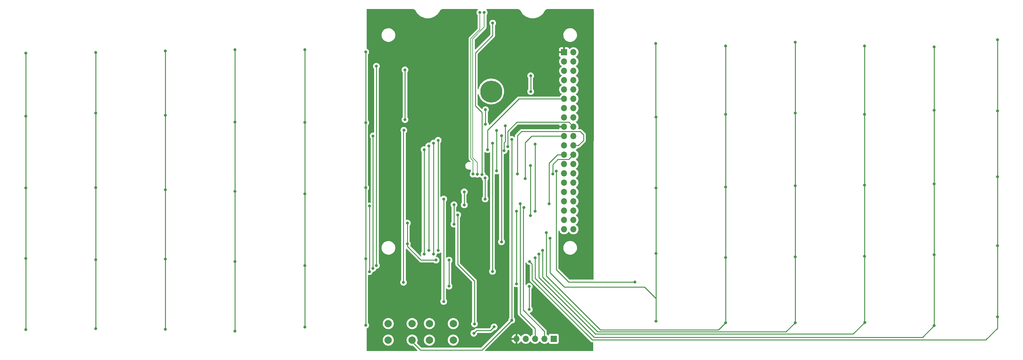
<source format=gbr>
%TF.GenerationSoftware,KiCad,Pcbnew,(6.0.10)*%
%TF.CreationDate,2023-07-30T09:02:48-04:00*%
%TF.ProjectId,storyboard,73746f72-7962-46f6-9172-642e6b696361,rev?*%
%TF.SameCoordinates,Original*%
%TF.FileFunction,Copper,L1,Top*%
%TF.FilePolarity,Positive*%
%FSLAX46Y46*%
G04 Gerber Fmt 4.6, Leading zero omitted, Abs format (unit mm)*
G04 Created by KiCad (PCBNEW (6.0.10)) date 2023-07-30 09:02:48*
%MOMM*%
%LPD*%
G01*
G04 APERTURE LIST*
%TA.AperFunction,ComponentPad*%
%ADD10C,6.000000*%
%TD*%
%TA.AperFunction,ComponentPad*%
%ADD11C,2.000000*%
%TD*%
%TA.AperFunction,ComponentPad*%
%ADD12R,1.700000X1.700000*%
%TD*%
%TA.AperFunction,ComponentPad*%
%ADD13O,1.700000X1.700000*%
%TD*%
%TA.AperFunction,ViaPad*%
%ADD14C,0.800000*%
%TD*%
%TA.AperFunction,Conductor*%
%ADD15C,0.250000*%
%TD*%
%TA.AperFunction,Conductor*%
%ADD16C,0.200000*%
%TD*%
G04 APERTURE END LIST*
D10*
%TO.P,J5,1,Pin_1*%
%TO.N,GND*%
X207002040Y-65686864D03*
%TD*%
D11*
%TO.P,SW62,1,1*%
%TO.N,GND*%
X196650000Y-128950000D03*
X190150000Y-128950000D03*
%TO.P,SW62,2,2*%
%TO.N,Net-(J3-Pad11)*%
X196650000Y-133450000D03*
X190150000Y-133450000D03*
%TD*%
%TO.P,SW61,1,1*%
%TO.N,GND*%
X185450000Y-128950000D03*
X178950000Y-128950000D03*
%TO.P,SW61,2,2*%
%TO.N,Net-(D73-Pad2)*%
X185450000Y-133450000D03*
X178950000Y-133450000D03*
%TD*%
D12*
%TO.P,J1,1,Pin_1*%
%TO.N,GND*%
X224023000Y-133096000D03*
D13*
%TO.P,J1,2,Pin_2*%
%TO.N,Net-(J1-Pad2)*%
X221483000Y-133096000D03*
%TO.P,J1,3,Pin_3*%
%TO.N,Net-(J1-Pad3)*%
X218943000Y-133096000D03*
%TO.P,J1,4,Pin_4*%
%TO.N,Net-(D73-Pad1)*%
X216403000Y-133096000D03*
%TO.P,J1,5,Pin_5*%
%TO.N,+3.3V*%
X213863000Y-133096000D03*
%TD*%
D12*
%TO.P,J4,1,Pin_1*%
%TO.N,+3.3V*%
X226868000Y-54988000D03*
D13*
%TO.P,J4,2,Pin_2*%
%TO.N,+5V*%
X229408000Y-54988000D03*
%TO.P,J4,3,Pin_3*%
%TO.N,unconnected-(J4-Pad3)*%
X226868000Y-57528000D03*
%TO.P,J4,4,Pin_4*%
%TO.N,+5V*%
X229408000Y-57528000D03*
%TO.P,J4,5,Pin_5*%
%TO.N,unconnected-(J4-Pad5)*%
X226868000Y-60068000D03*
%TO.P,J4,6,Pin_6*%
%TO.N,GND*%
X229408000Y-60068000D03*
%TO.P,J4,7,Pin_7*%
%TO.N,unconnected-(J4-Pad7)*%
X226868000Y-62608000D03*
%TO.P,J4,8,Pin_8*%
%TO.N,unconnected-(J4-Pad8)*%
X229408000Y-62608000D03*
%TO.P,J4,9,Pin_9*%
%TO.N,GND*%
X226868000Y-65148000D03*
%TO.P,J4,10,Pin_10*%
%TO.N,unconnected-(J4-Pad10)*%
X229408000Y-65148000D03*
%TO.P,J4,11,Pin_11*%
%TO.N,nDISPLAY_RST*%
X226868000Y-67688000D03*
%TO.P,J4,12,Pin_12*%
%TO.N,unconnected-(J4-Pad12)*%
X229408000Y-67688000D03*
%TO.P,J4,13,Pin_13*%
%TO.N,unconnected-(J4-Pad13)*%
X226868000Y-70228000D03*
%TO.P,J4,14,Pin_14*%
%TO.N,GND*%
X229408000Y-70228000D03*
%TO.P,J4,15,Pin_15*%
%TO.N,unconnected-(J4-Pad15)*%
X226868000Y-72768000D03*
%TO.P,J4,16,Pin_16*%
%TO.N,unconnected-(J4-Pad16)*%
X229408000Y-72768000D03*
%TO.P,J4,17,Pin_17*%
%TO.N,+3.3V*%
X226868000Y-75308000D03*
%TO.P,J4,18,Pin_18*%
%TO.N,DISPLAY_BUSY*%
X229408000Y-75308000D03*
%TO.P,J4,19,Pin_19*%
%TO.N,SPI_MOSI*%
X226868000Y-77848000D03*
%TO.P,J4,20,Pin_20*%
%TO.N,GND*%
X229408000Y-77848000D03*
%TO.P,J4,21,Pin_21*%
%TO.N,unconnected-(J4-Pad21)*%
X226868000Y-80388000D03*
%TO.P,J4,22,Pin_22*%
%TO.N,DISPLAY_DC*%
X229408000Y-80388000D03*
%TO.P,J4,23,Pin_23*%
%TO.N,SPI_SCK*%
X226868000Y-82928000D03*
%TO.P,J4,24,Pin_24*%
%TO.N,nDISPLAY_CS*%
X229408000Y-82928000D03*
%TO.P,J4,25,Pin_25*%
%TO.N,GND*%
X226868000Y-85468000D03*
%TO.P,J4,26,Pin_26*%
%TO.N,unconnected-(J4-Pad26)*%
X229408000Y-85468000D03*
%TO.P,J4,27,Pin_27*%
%TO.N,unconnected-(J4-Pad27)*%
X226868000Y-88008000D03*
%TO.P,J4,28,Pin_28*%
%TO.N,unconnected-(J4-Pad28)*%
X229408000Y-88008000D03*
%TO.P,J4,29,Pin_29*%
%TO.N,unconnected-(J4-Pad29)*%
X226868000Y-90548000D03*
%TO.P,J4,30,Pin_30*%
%TO.N,GND*%
X229408000Y-90548000D03*
%TO.P,J4,31,Pin_31*%
%TO.N,unconnected-(J4-Pad31)*%
X226868000Y-93088000D03*
%TO.P,J4,32,Pin_32*%
%TO.N,unconnected-(J4-Pad32)*%
X229408000Y-93088000D03*
%TO.P,J4,33,Pin_33*%
%TO.N,unconnected-(J4-Pad33)*%
X226868000Y-95628000D03*
%TO.P,J4,34,Pin_34*%
%TO.N,GND*%
X229408000Y-95628000D03*
%TO.P,J4,35,Pin_35*%
%TO.N,unconnected-(J4-Pad35)*%
X226868000Y-98168000D03*
%TO.P,J4,36,Pin_36*%
%TO.N,unconnected-(J4-Pad36)*%
X229408000Y-98168000D03*
%TO.P,J4,37,Pin_37*%
%TO.N,unconnected-(J4-Pad37)*%
X226868000Y-100708000D03*
%TO.P,J4,38,Pin_38*%
%TO.N,unconnected-(J4-Pad38)*%
X229408000Y-100708000D03*
%TO.P,J4,39,Pin_39*%
%TO.N,GND*%
X226868000Y-103248000D03*
%TO.P,J4,40,Pin_40*%
%TO.N,unconnected-(J4-Pad40)*%
X229408000Y-103248000D03*
%TD*%
D14*
%TO.N,GND*%
X183500000Y-59800000D03*
X183500000Y-73350000D03*
X217750000Y-61400000D03*
X217750000Y-65700000D03*
X205450000Y-70650000D03*
X205450000Y-74650000D03*
X184150000Y-101550000D03*
X184150000Y-107250000D03*
X196850000Y-96550000D03*
X199650000Y-96600000D03*
X199650000Y-93050000D03*
X205350000Y-95000000D03*
X205350000Y-89300000D03*
%TO.N,+3.3V*%
X220000000Y-75350000D03*
X221700000Y-64250000D03*
%TO.N,GND*%
X210850000Y-75000000D03*
X210508500Y-81800000D03*
%TO.N,+3.3V*%
X200050000Y-83600000D03*
X208550000Y-93550000D03*
X196200000Y-70350000D03*
%TO.N,D-*%
X205100000Y-44150000D03*
%TO.N,D+*%
X203900000Y-44150000D03*
%TO.N,+3.3V*%
X227350000Y-114550000D03*
X217000000Y-114600000D03*
%TO.N,GND*%
X217350000Y-118800000D03*
X217350000Y-125100000D03*
X195500000Y-118750000D03*
X195500000Y-111650000D03*
X191950000Y-111650000D03*
X202250000Y-131600000D03*
X207800000Y-129850000D03*
%TO.N,+3.3V*%
X190000000Y-126250000D03*
X181100000Y-123800000D03*
X178600000Y-122000000D03*
X200400000Y-111000000D03*
X186250000Y-111850000D03*
%TO.N,nKEY_INT*%
X183200000Y-76250000D03*
X208500000Y-76300000D03*
X208500000Y-87350000D03*
%TO.N,MATRIX_CLK*%
X217650000Y-85900000D03*
X217650000Y-99500000D03*
%TO.N,nKEY_INT*%
X183100000Y-117700000D03*
%TO.N,nDISPLAY_CS*%
X223750000Y-88150000D03*
%TO.N,SPI_SCK*%
X222800000Y-96300000D03*
%TO.N,SPI_MOSI*%
X216250000Y-89400000D03*
%TO.N,nDISPLAY_RST*%
X205994000Y-81534000D03*
%TO.N,DISPLAY_DC*%
X214122000Y-88172000D03*
%TO.N,DISPLAY_BUSY*%
X211486595Y-80738755D03*
%TO.N,nMATRIX_LD*%
X218998460Y-80060460D03*
X218948000Y-98298000D03*
%TO.N,Net-(J1-Pad2)*%
X215900000Y-97281538D03*
%TO.N,Net-(J1-Pad3)*%
X214884000Y-96266000D03*
%TO.N,MATRIX_SO*%
X209804000Y-77724000D03*
X209804000Y-106680000D03*
%TO.N,GND*%
X196850000Y-101854000D03*
%TO.N,MATRIX_SI*%
X207350000Y-79750000D03*
X207345361Y-114728288D03*
%TO.N,Net-(J3-Pad11)*%
X194056000Y-94996000D03*
X194056000Y-122936000D03*
%TO.N,MATRIX_CLK*%
X202438000Y-129062000D03*
X197866000Y-99314000D03*
%TO.N,nMATRIX_LD*%
X213868000Y-118110000D03*
X213868000Y-98298000D03*
%TO.N,COL7*%
X221996000Y-104140000D03*
%TO.N,nKEY_INT*%
X224700000Y-87376000D03*
%TO.N,COL6*%
X223012000Y-105664000D03*
%TO.N,COL8*%
X220980000Y-108966000D03*
%TO.N,COL9*%
X219964000Y-109982000D03*
%TO.N,COL10*%
X218948000Y-110998000D03*
%TO.N,COL11*%
X217424000Y-112014000D03*
%TO.N,+5V*%
X207400000Y-47050000D03*
X204500000Y-88300000D03*
%TO.N,COL0*%
X192532000Y-108966000D03*
X192532000Y-78994000D03*
%TO.N,COL1*%
X191262000Y-109982000D03*
X191262000Y-79756000D03*
%TO.N,COL2*%
X189992000Y-108966000D03*
X189992000Y-80518000D03*
%TO.N,COL3*%
X188722000Y-109982000D03*
X188722000Y-81534000D03*
%TO.N,Net-(D73-Pad2)*%
X212598000Y-78740000D03*
X212598000Y-128016000D03*
%TO.N,+3.3V*%
X211328000Y-114554000D03*
X196596000Y-116840000D03*
X196850000Y-121412000D03*
%TO.N,D+*%
X202051424Y-88200000D03*
%TO.N,D-*%
X203200000Y-88250000D03*
%TO.N,+3.3V*%
X234050000Y-62200000D03*
X178100000Y-62100000D03*
%TO.N,COL0*%
X80200000Y-55200000D03*
X80200000Y-92000000D03*
X80200000Y-72400000D03*
X80200000Y-130600000D03*
X80200000Y-111200000D03*
%TO.N,nKEY_INT*%
X246100000Y-117600000D03*
%TO.N,ROW0*%
X175700000Y-113100000D03*
X175700000Y-58800000D03*
%TO.N,ROW1*%
X174800000Y-77800000D03*
X174800000Y-113900000D03*
%TO.N,ROW2*%
X173800000Y-114800000D03*
X173800000Y-96900000D03*
%TO.N,COL1*%
X99200000Y-91900000D03*
X99200000Y-111500000D03*
X99200000Y-71600000D03*
X99200000Y-55100000D03*
X99200000Y-130300000D03*
%TO.N,COL2*%
X118200000Y-130500000D03*
X118200000Y-111400000D03*
X118200000Y-72200000D03*
X118200000Y-54600000D03*
X118200000Y-92500000D03*
%TO.N,COL3*%
X137200000Y-54300000D03*
X137200000Y-131000000D03*
X137200000Y-74000000D03*
X137200000Y-92900000D03*
X137200000Y-112000000D03*
%TO.N,COL4*%
X156200000Y-113100000D03*
X156200000Y-93600000D03*
X156200000Y-129900000D03*
X156200000Y-54300000D03*
X156200000Y-74100000D03*
%TO.N,COL5*%
X172800000Y-74200000D03*
X172800000Y-111300000D03*
X172800000Y-129400000D03*
X172800000Y-91900000D03*
X172800000Y-54900000D03*
%TO.N,COL6*%
X251900000Y-92000000D03*
X251900000Y-128300000D03*
X251900000Y-72700000D03*
X251900000Y-109800000D03*
X251800000Y-52600000D03*
%TO.N,COL7*%
X270900000Y-91700000D03*
X270900000Y-128700000D03*
X270900000Y-53300000D03*
X270900000Y-71900000D03*
X270900000Y-110900000D03*
%TO.N,COL8*%
X289800000Y-52300000D03*
X289800000Y-71600000D03*
X289800000Y-110800000D03*
X289800000Y-91400000D03*
X289800000Y-128700000D03*
%TO.N,COL9*%
X308700000Y-71900000D03*
X308700000Y-53300000D03*
X308700000Y-110600000D03*
X308700000Y-91200000D03*
X308800000Y-128600000D03*
%TO.N,COL10*%
X327700000Y-129500000D03*
X327700000Y-53500000D03*
X327700000Y-110200000D03*
X327700000Y-90900000D03*
X327700000Y-70800000D03*
%TO.N,COL11*%
X344900000Y-127100000D03*
X344900000Y-107700000D03*
X344900000Y-51600000D03*
X344900000Y-71000000D03*
X344900000Y-88900000D03*
%TD*%
D15*
%TO.N,GND*%
X203000000Y-130850000D02*
X202250000Y-131600000D01*
X206800000Y-130850000D02*
X203000000Y-130850000D01*
X207800000Y-129850000D02*
X206800000Y-130850000D01*
X183500000Y-73350000D02*
X183500000Y-59800000D01*
X217750000Y-61400000D02*
X217750000Y-65700000D01*
X217350000Y-118800000D02*
X217350000Y-125100000D01*
%TO.N,+5V*%
X204500000Y-71404000D02*
X204500000Y-88300000D01*
X207400000Y-50410000D02*
X202692000Y-55118000D01*
X207400000Y-47050000D02*
X207400000Y-50410000D01*
X202692000Y-55118000D02*
X202692000Y-69596000D01*
X202692000Y-69596000D02*
X204500000Y-71404000D01*
%TO.N,GND*%
X205450000Y-70650000D02*
X205450000Y-74650000D01*
%TO.N,nDISPLAY_RST*%
X214562000Y-67688000D02*
X226868000Y-67688000D01*
X205994000Y-76256000D02*
X214562000Y-67688000D01*
X205994000Y-81534000D02*
X205994000Y-76256000D01*
%TO.N,GND*%
X184150000Y-107250000D02*
X184150000Y-101550000D01*
X184150000Y-107900000D02*
X184150000Y-107250000D01*
X187500000Y-111250000D02*
X184150000Y-107900000D01*
X187900000Y-111650000D02*
X187500000Y-111250000D01*
X191950000Y-111650000D02*
X187900000Y-111650000D01*
X196850000Y-101854000D02*
X196850000Y-96550000D01*
X199650000Y-93050000D02*
X199650000Y-96600000D01*
X205350000Y-95000000D02*
X205350000Y-89300000D01*
X210850000Y-79300000D02*
X210850000Y-75000000D01*
X210750000Y-79400000D02*
X210850000Y-79300000D01*
X210508500Y-79641500D02*
X210750000Y-79400000D01*
X210508500Y-81800000D02*
X210508500Y-79641500D01*
%TO.N,DISPLAY_BUSY*%
X213978963Y-74057037D02*
X228157037Y-74057037D01*
X211486595Y-76549405D02*
X213978963Y-74057037D01*
X211486595Y-80738755D02*
X211486595Y-76549405D01*
X228157037Y-74057037D02*
X229408000Y-75308000D01*
%TO.N,MATRIX_SI*%
X207351144Y-114722505D02*
X207345361Y-114728288D01*
X207350000Y-81953712D02*
X207351144Y-81954856D01*
X207350000Y-79750000D02*
X207350000Y-81953712D01*
X207351144Y-81954856D02*
X207351144Y-114722505D01*
D16*
%TO.N,D-*%
X205100000Y-48138000D02*
X205100000Y-44150000D01*
X203200000Y-85000000D02*
X201930000Y-83730000D01*
X203200000Y-88250000D02*
X203200000Y-85000000D01*
X201930000Y-83730000D02*
X201930000Y-51308000D01*
X201930000Y-51308000D02*
X205100000Y-48138000D01*
%TO.N,D+*%
X203900000Y-48800000D02*
X203900000Y-44150000D01*
X202051424Y-84551424D02*
X201422000Y-83922000D01*
X202051424Y-88200000D02*
X202051424Y-84551424D01*
X201422000Y-83922000D02*
X201422000Y-51278000D01*
X201422000Y-51278000D02*
X203900000Y-48800000D01*
D15*
%TO.N,COL11*%
X344900000Y-130200000D02*
X344900000Y-127100000D01*
X341700000Y-133400000D02*
X344900000Y-130200000D01*
X218150000Y-117050000D02*
X234500000Y-133400000D01*
X218150000Y-112740000D02*
X218150000Y-117050000D01*
X234500000Y-133400000D02*
X341700000Y-133400000D01*
X217424000Y-112014000D02*
X218150000Y-112740000D01*
%TO.N,Net-(J1-Pad2)*%
X221483000Y-131059000D02*
X221483000Y-133096000D01*
X215700000Y-125276000D02*
X221483000Y-131059000D01*
X215700000Y-97481538D02*
X215700000Y-125276000D01*
X215900000Y-97281538D02*
X215700000Y-97481538D01*
%TO.N,COL10*%
X218948000Y-116598000D02*
X235050000Y-132700000D01*
X235050000Y-132700000D02*
X324500000Y-132700000D01*
X218948000Y-110998000D02*
X218948000Y-116598000D01*
X324500000Y-132700000D02*
X327700000Y-129500000D01*
%TO.N,COL9*%
X235400000Y-131800000D02*
X305600000Y-131800000D01*
X219964000Y-116364000D02*
X235400000Y-131800000D01*
X305600000Y-131800000D02*
X308800000Y-128600000D01*
X219964000Y-109982000D02*
X219964000Y-116364000D01*
%TO.N,COL8*%
X287300000Y-131200000D02*
X289800000Y-128700000D01*
X220980000Y-108966000D02*
X220980000Y-116230000D01*
X220980000Y-116230000D02*
X235950000Y-131200000D01*
X235950000Y-131200000D02*
X287300000Y-131200000D01*
%TO.N,COL7*%
X268900000Y-130700000D02*
X270900000Y-128700000D01*
X236750000Y-130700000D02*
X268900000Y-130700000D01*
X221996000Y-115946000D02*
X236750000Y-130700000D01*
X221996000Y-104140000D02*
X221996000Y-115946000D01*
%TO.N,GND*%
X195500000Y-111650000D02*
X195500000Y-118750000D01*
%TO.N,MATRIX_CLK*%
X197866000Y-112776000D02*
X197866000Y-99314000D01*
X202438000Y-117348000D02*
X197866000Y-112776000D01*
X202438000Y-129062000D02*
X202438000Y-117348000D01*
%TO.N,DISPLAY_DC*%
X232156000Y-77470000D02*
X232156000Y-78994000D01*
X232156000Y-78994000D02*
X230762000Y-80388000D01*
X230762000Y-80388000D02*
X229408000Y-80388000D01*
X214122000Y-88172000D02*
X214122000Y-77724000D01*
X215258801Y-76587199D02*
X231273199Y-76587199D01*
X214122000Y-77724000D02*
X215258801Y-76587199D01*
X231273199Y-76587199D02*
X232156000Y-77470000D01*
%TO.N,SPI_SCK*%
X222750000Y-96250000D02*
X222750000Y-85200000D01*
X222800000Y-96300000D02*
X222750000Y-96250000D01*
X222750000Y-85200000D02*
X225022000Y-82928000D01*
X225022000Y-82928000D02*
X226868000Y-82928000D01*
%TO.N,nKEY_INT*%
X208500000Y-76300000D02*
X208500000Y-87350000D01*
X183100000Y-76350000D02*
X183200000Y-76250000D01*
X183100000Y-114850000D02*
X183100000Y-76350000D01*
X183100000Y-117700000D02*
X183100000Y-114850000D01*
%TO.N,MATRIX_CLK*%
X217650000Y-85900000D02*
X217650000Y-99500000D01*
%TO.N,nDISPLAY_CS*%
X225150000Y-84200000D02*
X228136000Y-84200000D01*
X228136000Y-84200000D02*
X229408000Y-82928000D01*
X223750000Y-88150000D02*
X223750000Y-85600000D01*
X223750000Y-85600000D02*
X225150000Y-84200000D01*
%TO.N,nKEY_INT*%
X228090000Y-117600000D02*
X246100000Y-117600000D01*
X224700000Y-87376000D02*
X224700000Y-114210000D01*
X224700000Y-114210000D02*
X228090000Y-117600000D01*
%TO.N,SPI_MOSI*%
X218052000Y-77848000D02*
X226868000Y-77848000D01*
X216250000Y-89400000D02*
X216250000Y-79650000D01*
X216250000Y-79650000D02*
X218052000Y-77848000D01*
%TO.N,Net-(D73-Pad2)*%
X212598000Y-128016000D02*
X212598000Y-78740000D01*
%TO.N,nMATRIX_LD*%
X218948000Y-80110920D02*
X218998460Y-80060460D01*
X218948000Y-98298000D02*
X218948000Y-80110920D01*
%TO.N,Net-(J1-Pad3)*%
X214884000Y-126238000D02*
X218943000Y-130297000D01*
X214884000Y-96266000D02*
X214884000Y-126238000D01*
X218943000Y-130297000D02*
X218943000Y-133096000D01*
%TO.N,nMATRIX_LD*%
X213868000Y-98298000D02*
X213868000Y-118110000D01*
%TO.N,Net-(D73-Pad2)*%
X187706000Y-136144000D02*
X185450000Y-133888000D01*
X204470000Y-136144000D02*
X187706000Y-136144000D01*
X212598000Y-128016000D02*
X204470000Y-136144000D01*
X185450000Y-133888000D02*
X185450000Y-133450000D01*
%TO.N,MATRIX_SO*%
X209804000Y-106680000D02*
X209804000Y-77724000D01*
%TO.N,Net-(J3-Pad11)*%
X194056000Y-122936000D02*
X194056000Y-94996000D01*
%TO.N,COL6*%
X251900000Y-122106000D02*
X251900000Y-128300000D01*
X248794000Y-119000000D02*
X251900000Y-122106000D01*
X226950000Y-119000000D02*
X248794000Y-119000000D01*
X223012000Y-115062000D02*
X226950000Y-119000000D01*
X223012000Y-105664000D02*
X223012000Y-115062000D01*
%TO.N,COL0*%
X192532000Y-78994000D02*
X192532000Y-108966000D01*
%TO.N,COL1*%
X191262000Y-79756000D02*
X191262000Y-109982000D01*
%TO.N,COL2*%
X189992000Y-80518000D02*
X189992000Y-108966000D01*
%TO.N,COL3*%
X188722000Y-109982000D02*
X188722000Y-81534000D01*
%TO.N,COL0*%
X80200000Y-111200000D02*
X80200000Y-130600000D01*
X80200000Y-92000000D02*
X80200000Y-111200000D01*
X80200000Y-55200000D02*
X80200000Y-72400000D01*
X80200000Y-72400000D02*
X80200000Y-92000000D01*
%TO.N,ROW0*%
X175700000Y-113100000D02*
X175700000Y-58800000D01*
%TO.N,ROW1*%
X174800000Y-113900000D02*
X174800000Y-77800000D01*
%TO.N,ROW2*%
X173800000Y-96900000D02*
X173800000Y-114800000D01*
%TO.N,COL1*%
X99200000Y-71600000D02*
X99200000Y-91900000D01*
X99200000Y-55100000D02*
X99200000Y-71600000D01*
X99200000Y-111500000D02*
X99200000Y-130300000D01*
X99200000Y-91900000D02*
X99200000Y-111500000D01*
%TO.N,COL2*%
X118200000Y-54600000D02*
X118200000Y-72200000D01*
X118200000Y-111400000D02*
X118200000Y-130500000D01*
X118200000Y-92500000D02*
X118200000Y-111400000D01*
X118200000Y-72200000D02*
X118200000Y-92500000D01*
%TO.N,COL3*%
X137200000Y-112000000D02*
X137200000Y-131000000D01*
X137200000Y-54300000D02*
X137200000Y-74000000D01*
X137200000Y-92900000D02*
X137200000Y-112000000D01*
X137200000Y-74000000D02*
X137200000Y-92900000D01*
%TO.N,COL4*%
X156200000Y-54300000D02*
X156200000Y-74100000D01*
X156200000Y-74100000D02*
X156200000Y-93600000D01*
X156200000Y-113100000D02*
X156200000Y-129900000D01*
X156200000Y-93600000D02*
X156200000Y-113100000D01*
%TO.N,COL5*%
X172800000Y-91900000D02*
X172800000Y-111300000D01*
X172800000Y-74200000D02*
X172800000Y-91900000D01*
X172800000Y-54900000D02*
X172800000Y-74200000D01*
X172800000Y-129400000D02*
X172800000Y-111300000D01*
%TO.N,COL6*%
X251800000Y-72600000D02*
X251900000Y-72700000D01*
X251800000Y-52600000D02*
X251800000Y-72600000D01*
X251900000Y-109800000D02*
X251900000Y-128300000D01*
X251900000Y-72700000D02*
X251900000Y-92000000D01*
X251900000Y-92000000D02*
X251900000Y-109800000D01*
%TO.N,COL7*%
X270900000Y-53300000D02*
X270900000Y-71900000D01*
X270900000Y-121300000D02*
X270900000Y-128700000D01*
X270900000Y-121300000D02*
X270900000Y-110900000D01*
X270900000Y-71900000D02*
X270900000Y-91700000D01*
X270900000Y-91700000D02*
X270900000Y-110900000D01*
%TO.N,COL8*%
X289800000Y-52300000D02*
X289800000Y-71600000D01*
X289800000Y-71600000D02*
X289800000Y-91400000D01*
X289800000Y-128700000D02*
X289800000Y-110800000D01*
X289800000Y-91400000D02*
X289800000Y-110800000D01*
%TO.N,COL9*%
X308800000Y-128600000D02*
X308700000Y-128500000D01*
X308700000Y-71900000D02*
X308700000Y-91200000D01*
X308700000Y-91200000D02*
X308700000Y-110600000D01*
X308700000Y-128500000D02*
X308700000Y-110600000D01*
X308700000Y-53300000D02*
X308700000Y-71900000D01*
%TO.N,COL10*%
X327700000Y-90900000D02*
X327700000Y-110200000D01*
X327700000Y-53500000D02*
X327700000Y-70800000D01*
X327700000Y-129500000D02*
X327700000Y-110200000D01*
X327700000Y-70800000D02*
X327700000Y-90900000D01*
%TO.N,COL11*%
X344900000Y-88900000D02*
X344900000Y-107700000D01*
X344900000Y-51600000D02*
X344900000Y-71000000D01*
X344900000Y-107700000D02*
X344900000Y-127100000D01*
X344900000Y-88900000D02*
X344900000Y-71000000D01*
%TD*%
%TA.AperFunction,Conductor*%
%TO.N,+3.3V*%
G36*
X203304771Y-43247242D02*
G01*
X203351264Y-43300898D01*
X203361368Y-43371172D01*
X203331874Y-43435752D01*
X203310715Y-43455173D01*
X203288747Y-43471134D01*
X203160960Y-43613056D01*
X203157659Y-43618774D01*
X203071214Y-43768501D01*
X203065473Y-43778444D01*
X203006458Y-43960072D01*
X202986496Y-44150000D01*
X203006458Y-44339928D01*
X203065473Y-44521556D01*
X203160960Y-44686944D01*
X203165378Y-44691851D01*
X203165379Y-44691852D01*
X203259136Y-44795980D01*
X203289854Y-44859987D01*
X203291500Y-44880290D01*
X203291500Y-48495761D01*
X203271498Y-48563882D01*
X203254595Y-48584856D01*
X201025766Y-50813685D01*
X201013375Y-50824552D01*
X200988013Y-50844013D01*
X200963526Y-50875925D01*
X200963523Y-50875928D01*
X200890476Y-50971124D01*
X200829162Y-51119149D01*
X200829162Y-51119150D01*
X200813500Y-51238115D01*
X200813500Y-51238120D01*
X200808250Y-51278000D01*
X200809328Y-51286188D01*
X200812422Y-51309690D01*
X200813500Y-51326136D01*
X200813500Y-83873864D01*
X200812422Y-83890307D01*
X200808250Y-83922000D01*
X200813500Y-83961880D01*
X200813500Y-83961885D01*
X200818871Y-84002682D01*
X200829162Y-84080851D01*
X200890476Y-84228876D01*
X200895503Y-84235427D01*
X200895504Y-84235429D01*
X200963520Y-84324069D01*
X200963526Y-84324075D01*
X200988013Y-84355987D01*
X200994563Y-84361013D01*
X200994564Y-84361014D01*
X201013376Y-84375449D01*
X201025766Y-84386315D01*
X201214004Y-84574552D01*
X201331602Y-84692150D01*
X201365627Y-84754463D01*
X201360563Y-84825278D01*
X201318016Y-84882114D01*
X201251496Y-84906925D01*
X201221150Y-84904827D01*
X201221141Y-84904905D01*
X201219324Y-84904701D01*
X201219320Y-84904701D01*
X201215024Y-84904219D01*
X201215020Y-84904218D01*
X201138262Y-84895609D01*
X201059597Y-84886785D01*
X200947793Y-84886785D01*
X200944738Y-84887085D01*
X200944729Y-84887085D01*
X200873721Y-84894048D01*
X200793446Y-84901919D01*
X200787545Y-84903701D01*
X200787543Y-84903701D01*
X200748341Y-84915537D01*
X200594740Y-84961912D01*
X200411471Y-85059357D01*
X200250620Y-85190545D01*
X200246693Y-85195293D01*
X200246691Y-85195294D01*
X200225314Y-85221134D01*
X200118313Y-85350476D01*
X200019590Y-85533060D01*
X199958211Y-85731342D01*
X199936515Y-85937770D01*
X199955327Y-86144481D01*
X199957065Y-86150387D01*
X199957066Y-86150391D01*
X199964096Y-86174277D01*
X200013931Y-86343601D01*
X200016785Y-86349060D01*
X200107240Y-86522085D01*
X200107243Y-86522089D01*
X200110095Y-86527545D01*
X200240156Y-86689309D01*
X200399160Y-86822729D01*
X200404552Y-86825693D01*
X200404556Y-86825696D01*
X200495696Y-86875800D01*
X200581051Y-86922724D01*
X200586918Y-86924585D01*
X200586920Y-86924586D01*
X200773029Y-86983623D01*
X200778899Y-86985485D01*
X200940443Y-87003605D01*
X201052247Y-87003605D01*
X201055302Y-87003305D01*
X201055311Y-87003305D01*
X201126319Y-86996342D01*
X201206594Y-86988471D01*
X201212497Y-86986689D01*
X201212501Y-86986688D01*
X201280507Y-86966156D01*
X201351501Y-86965615D01*
X201411518Y-87003543D01*
X201441501Y-87067898D01*
X201442924Y-87086778D01*
X201442924Y-87469710D01*
X201422922Y-87537831D01*
X201410560Y-87554020D01*
X201316803Y-87658148D01*
X201312384Y-87663056D01*
X201216897Y-87828444D01*
X201157882Y-88010072D01*
X201157192Y-88016633D01*
X201157192Y-88016635D01*
X201147661Y-88107315D01*
X201137920Y-88200000D01*
X201138610Y-88206565D01*
X201149460Y-88309793D01*
X201157882Y-88389928D01*
X201216897Y-88571556D01*
X201312384Y-88736944D01*
X201316802Y-88741851D01*
X201316803Y-88741852D01*
X201435749Y-88873955D01*
X201440171Y-88878866D01*
X201457545Y-88891489D01*
X201586582Y-88985240D01*
X201594672Y-88991118D01*
X201600700Y-88993802D01*
X201600702Y-88993803D01*
X201746015Y-89058500D01*
X201769136Y-89068794D01*
X201855903Y-89087237D01*
X201949480Y-89107128D01*
X201949485Y-89107128D01*
X201955937Y-89108500D01*
X202146911Y-89108500D01*
X202153363Y-89107128D01*
X202153368Y-89107128D01*
X202246945Y-89087237D01*
X202333712Y-89068794D01*
X202356833Y-89058500D01*
X202502146Y-88993803D01*
X202502148Y-88993802D01*
X202508176Y-88991118D01*
X202517241Y-88984532D01*
X202584108Y-88960673D01*
X202653260Y-88976752D01*
X202665348Y-88984520D01*
X202743248Y-89041118D01*
X202749276Y-89043802D01*
X202749278Y-89043803D01*
X202894591Y-89108500D01*
X202917712Y-89118794D01*
X203011112Y-89138647D01*
X203098056Y-89157128D01*
X203098061Y-89157128D01*
X203104513Y-89158500D01*
X203295487Y-89158500D01*
X203301939Y-89157128D01*
X203301944Y-89157128D01*
X203388887Y-89138647D01*
X203482288Y-89118794D01*
X203505409Y-89108500D01*
X203650722Y-89043803D01*
X203650724Y-89043802D01*
X203656752Y-89041118D01*
X203741530Y-88979523D01*
X203808398Y-88955665D01*
X203877549Y-88971745D01*
X203889646Y-88979519D01*
X203969092Y-89037240D01*
X204028634Y-89080500D01*
X204043248Y-89091118D01*
X204049276Y-89093802D01*
X204049278Y-89093803D01*
X204211681Y-89166109D01*
X204217712Y-89168794D01*
X204337847Y-89194330D01*
X204400319Y-89228057D01*
X204434641Y-89290207D01*
X204436959Y-89304406D01*
X204456458Y-89489928D01*
X204515473Y-89671556D01*
X204610960Y-89836944D01*
X204684137Y-89918215D01*
X204714853Y-89982221D01*
X204716500Y-90002524D01*
X204716500Y-94297476D01*
X204696498Y-94365597D01*
X204684142Y-94381779D01*
X204610960Y-94463056D01*
X204607659Y-94468774D01*
X204521087Y-94618721D01*
X204515473Y-94628444D01*
X204456458Y-94810072D01*
X204455768Y-94816633D01*
X204455768Y-94816635D01*
X204441800Y-94949538D01*
X204436496Y-95000000D01*
X204456458Y-95189928D01*
X204515473Y-95371556D01*
X204610960Y-95536944D01*
X204615378Y-95541851D01*
X204615379Y-95541852D01*
X204734325Y-95673955D01*
X204738747Y-95678866D01*
X204893248Y-95791118D01*
X204899276Y-95793802D01*
X204899278Y-95793803D01*
X204952986Y-95817715D01*
X205067712Y-95868794D01*
X205161113Y-95888647D01*
X205248056Y-95907128D01*
X205248061Y-95907128D01*
X205254513Y-95908500D01*
X205445487Y-95908500D01*
X205451939Y-95907128D01*
X205451944Y-95907128D01*
X205538887Y-95888647D01*
X205632288Y-95868794D01*
X205747014Y-95817715D01*
X205800722Y-95793803D01*
X205800724Y-95793802D01*
X205806752Y-95791118D01*
X205961253Y-95678866D01*
X205965675Y-95673955D01*
X206084621Y-95541852D01*
X206084622Y-95541851D01*
X206089040Y-95536944D01*
X206184527Y-95371556D01*
X206243542Y-95189928D01*
X206263504Y-95000000D01*
X206258200Y-94949538D01*
X206244232Y-94816635D01*
X206244232Y-94816633D01*
X206243542Y-94810072D01*
X206184527Y-94628444D01*
X206178914Y-94618721D01*
X206092341Y-94468774D01*
X206089040Y-94463056D01*
X206015863Y-94381785D01*
X205985147Y-94317779D01*
X205983500Y-94297476D01*
X205983500Y-90002524D01*
X206003502Y-89934403D01*
X206015858Y-89918221D01*
X206089040Y-89836944D01*
X206184527Y-89671556D01*
X206243542Y-89489928D01*
X206263504Y-89300000D01*
X206253887Y-89208500D01*
X206244232Y-89116635D01*
X206244232Y-89116633D01*
X206243542Y-89110072D01*
X206184527Y-88928444D01*
X206089040Y-88763056D01*
X206081208Y-88754357D01*
X205965675Y-88626045D01*
X205965674Y-88626044D01*
X205961253Y-88621134D01*
X205862157Y-88549136D01*
X205812094Y-88512763D01*
X205812093Y-88512762D01*
X205806752Y-88508882D01*
X205800724Y-88506198D01*
X205800722Y-88506197D01*
X205638319Y-88433891D01*
X205638318Y-88433891D01*
X205632288Y-88431206D01*
X205512153Y-88405670D01*
X205449681Y-88371943D01*
X205415359Y-88309793D01*
X205413041Y-88295594D01*
X205394232Y-88116635D01*
X205394232Y-88116633D01*
X205393542Y-88110072D01*
X205334527Y-87928444D01*
X205239040Y-87763056D01*
X205165863Y-87681785D01*
X205135147Y-87617779D01*
X205133500Y-87597476D01*
X205133500Y-82264290D01*
X205153502Y-82196169D01*
X205207158Y-82149676D01*
X205277432Y-82139572D01*
X205342012Y-82169066D01*
X205353131Y-82179974D01*
X205382747Y-82212866D01*
X205437579Y-82252704D01*
X205529787Y-82319697D01*
X205537248Y-82325118D01*
X205543276Y-82327802D01*
X205543278Y-82327803D01*
X205634569Y-82368448D01*
X205711712Y-82402794D01*
X205805112Y-82422647D01*
X205892056Y-82441128D01*
X205892061Y-82441128D01*
X205898513Y-82442500D01*
X206089487Y-82442500D01*
X206095939Y-82441128D01*
X206095944Y-82441128D01*
X206182888Y-82422647D01*
X206276288Y-82402794D01*
X206353431Y-82368448D01*
X206444722Y-82327803D01*
X206444724Y-82327802D01*
X206450752Y-82325118D01*
X206458214Y-82319697D01*
X206511761Y-82280792D01*
X206517584Y-82276562D01*
X206584450Y-82252704D01*
X206653602Y-82268784D01*
X206703082Y-82319697D01*
X206717644Y-82378498D01*
X206717644Y-114019341D01*
X206697642Y-114087462D01*
X206685280Y-114103651D01*
X206606321Y-114191344D01*
X206510834Y-114356732D01*
X206451819Y-114538360D01*
X206451129Y-114544921D01*
X206451129Y-114544923D01*
X206443692Y-114615683D01*
X206431857Y-114728288D01*
X206432547Y-114734853D01*
X206445246Y-114855673D01*
X206451819Y-114918216D01*
X206510834Y-115099844D01*
X206606321Y-115265232D01*
X206734108Y-115407154D01*
X206888609Y-115519406D01*
X206894637Y-115522090D01*
X206894639Y-115522091D01*
X207055708Y-115593803D01*
X207063073Y-115597082D01*
X207156473Y-115616935D01*
X207243417Y-115635416D01*
X207243422Y-115635416D01*
X207249874Y-115636788D01*
X207440848Y-115636788D01*
X207447300Y-115635416D01*
X207447305Y-115635416D01*
X207534249Y-115616935D01*
X207627649Y-115597082D01*
X207635014Y-115593803D01*
X207796083Y-115522091D01*
X207796085Y-115522090D01*
X207802113Y-115519406D01*
X207956614Y-115407154D01*
X208084401Y-115265232D01*
X208179888Y-115099844D01*
X208238903Y-114918216D01*
X208245477Y-114855673D01*
X208258175Y-114734853D01*
X208258865Y-114728288D01*
X208247030Y-114615683D01*
X208239593Y-114544923D01*
X208239593Y-114544921D01*
X208238903Y-114538360D01*
X208179888Y-114356732D01*
X208084401Y-114191344D01*
X208017008Y-114116496D01*
X207986291Y-114052489D01*
X207984644Y-114032186D01*
X207984644Y-88309049D01*
X208004646Y-88240928D01*
X208058302Y-88194435D01*
X208128576Y-88184331D01*
X208161892Y-88193942D01*
X208211677Y-88216108D01*
X208211685Y-88216111D01*
X208217712Y-88218794D01*
X208311112Y-88238647D01*
X208398056Y-88257128D01*
X208398061Y-88257128D01*
X208404513Y-88258500D01*
X208595487Y-88258500D01*
X208601939Y-88257128D01*
X208601944Y-88257128D01*
X208688888Y-88238647D01*
X208782288Y-88218794D01*
X208809755Y-88206565D01*
X208950722Y-88143803D01*
X208950724Y-88143802D01*
X208956752Y-88141118D01*
X208962090Y-88137240D01*
X208962093Y-88137238D01*
X208970440Y-88131173D01*
X209037308Y-88107315D01*
X209106459Y-88123397D01*
X209155939Y-88174311D01*
X209170500Y-88233110D01*
X209170500Y-105977476D01*
X209150498Y-106045597D01*
X209138142Y-106061779D01*
X209064960Y-106143056D01*
X209061659Y-106148774D01*
X208984618Y-106282213D01*
X208969473Y-106308444D01*
X208910458Y-106490072D01*
X208909768Y-106496633D01*
X208909768Y-106496635D01*
X208897879Y-106609750D01*
X208890496Y-106680000D01*
X208910458Y-106869928D01*
X208969473Y-107051556D01*
X209064960Y-107216944D01*
X209069378Y-107221851D01*
X209069379Y-107221852D01*
X209089788Y-107244518D01*
X209192747Y-107358866D01*
X209347248Y-107471118D01*
X209353276Y-107473802D01*
X209353278Y-107473803D01*
X209515681Y-107546109D01*
X209521712Y-107548794D01*
X209615113Y-107568647D01*
X209702056Y-107587128D01*
X209702061Y-107587128D01*
X209708513Y-107588500D01*
X209899487Y-107588500D01*
X209905939Y-107587128D01*
X209905944Y-107587128D01*
X209992888Y-107568647D01*
X210086288Y-107548794D01*
X210092319Y-107546109D01*
X210254722Y-107473803D01*
X210254724Y-107473802D01*
X210260752Y-107471118D01*
X210415253Y-107358866D01*
X210518212Y-107244518D01*
X210538621Y-107221852D01*
X210538622Y-107221851D01*
X210543040Y-107216944D01*
X210638527Y-107051556D01*
X210697542Y-106869928D01*
X210717504Y-106680000D01*
X210710121Y-106609750D01*
X210698232Y-106496635D01*
X210698232Y-106496633D01*
X210697542Y-106490072D01*
X210638527Y-106308444D01*
X210623383Y-106282213D01*
X210546341Y-106148774D01*
X210543040Y-106143056D01*
X210469863Y-106061785D01*
X210439147Y-105997779D01*
X210437500Y-105977476D01*
X210437500Y-82834500D01*
X210457502Y-82766379D01*
X210511158Y-82719886D01*
X210563500Y-82708500D01*
X210603987Y-82708500D01*
X210610439Y-82707128D01*
X210610444Y-82707128D01*
X210697387Y-82688647D01*
X210790788Y-82668794D01*
X210796819Y-82666109D01*
X210959222Y-82593803D01*
X210959224Y-82593802D01*
X210965252Y-82591118D01*
X211119753Y-82478866D01*
X211152497Y-82442500D01*
X211243121Y-82341852D01*
X211243122Y-82341851D01*
X211247540Y-82336944D01*
X211343027Y-82171556D01*
X211402042Y-81989928D01*
X211410913Y-81905530D01*
X211421314Y-81806565D01*
X211422004Y-81800000D01*
X211420577Y-81786426D01*
X211433348Y-81716589D01*
X211481849Y-81664741D01*
X211545887Y-81647255D01*
X211582082Y-81647255D01*
X211588534Y-81645883D01*
X211588539Y-81645883D01*
X211675482Y-81627402D01*
X211768883Y-81607549D01*
X211787251Y-81599371D01*
X211857618Y-81589937D01*
X211921915Y-81620043D01*
X211959729Y-81680132D01*
X211964500Y-81714478D01*
X211964500Y-127313476D01*
X211944498Y-127381597D01*
X211932142Y-127397779D01*
X211858960Y-127479056D01*
X211763473Y-127644444D01*
X211704458Y-127826072D01*
X211703768Y-127832633D01*
X211703768Y-127832635D01*
X211687093Y-127991293D01*
X211660080Y-128056950D01*
X211650878Y-128067218D01*
X204244500Y-135473595D01*
X204182188Y-135507621D01*
X204155405Y-135510500D01*
X188020594Y-135510500D01*
X187952473Y-135490498D01*
X187931499Y-135473595D01*
X186791203Y-134333299D01*
X186757177Y-134270987D01*
X186762242Y-134200172D01*
X186772863Y-134178375D01*
X186798240Y-134136963D01*
X186826003Y-134069938D01*
X186887211Y-133922167D01*
X186887212Y-133922165D01*
X186889105Y-133917594D01*
X186908360Y-133837391D01*
X186943380Y-133691524D01*
X186943381Y-133691518D01*
X186944535Y-133686711D01*
X186963165Y-133450000D01*
X188636835Y-133450000D01*
X188655465Y-133686711D01*
X188656619Y-133691518D01*
X188656620Y-133691524D01*
X188691640Y-133837391D01*
X188710895Y-133917594D01*
X188712788Y-133922165D01*
X188712789Y-133922167D01*
X188773998Y-134069938D01*
X188801760Y-134136963D01*
X188804344Y-134141180D01*
X188804346Y-134141183D01*
X188923241Y-134335202D01*
X188923245Y-134335208D01*
X188925824Y-134339416D01*
X189080031Y-134519969D01*
X189260584Y-134674176D01*
X189264792Y-134676755D01*
X189264798Y-134676759D01*
X189458817Y-134795654D01*
X189463037Y-134798240D01*
X189467607Y-134800133D01*
X189467611Y-134800135D01*
X189677833Y-134887211D01*
X189682406Y-134889105D01*
X189762609Y-134908360D01*
X189908476Y-134943380D01*
X189908482Y-134943381D01*
X189913289Y-134944535D01*
X190150000Y-134963165D01*
X190386711Y-134944535D01*
X190391518Y-134943381D01*
X190391524Y-134943380D01*
X190537391Y-134908360D01*
X190617594Y-134889105D01*
X190622167Y-134887211D01*
X190832389Y-134800135D01*
X190832393Y-134800133D01*
X190836963Y-134798240D01*
X190841183Y-134795654D01*
X191035202Y-134676759D01*
X191035208Y-134676755D01*
X191039416Y-134674176D01*
X191219969Y-134519969D01*
X191374176Y-134339416D01*
X191376755Y-134335208D01*
X191376759Y-134335202D01*
X191495654Y-134141183D01*
X191495656Y-134141180D01*
X191498240Y-134136963D01*
X191526003Y-134069938D01*
X191587211Y-133922167D01*
X191587212Y-133922165D01*
X191589105Y-133917594D01*
X191608360Y-133837391D01*
X191643380Y-133691524D01*
X191643381Y-133691518D01*
X191644535Y-133686711D01*
X191663165Y-133450000D01*
X195136835Y-133450000D01*
X195155465Y-133686711D01*
X195156619Y-133691518D01*
X195156620Y-133691524D01*
X195191640Y-133837391D01*
X195210895Y-133917594D01*
X195212788Y-133922165D01*
X195212789Y-133922167D01*
X195273998Y-134069938D01*
X195301760Y-134136963D01*
X195304344Y-134141180D01*
X195304346Y-134141183D01*
X195423241Y-134335202D01*
X195423245Y-134335208D01*
X195425824Y-134339416D01*
X195580031Y-134519969D01*
X195760584Y-134674176D01*
X195764792Y-134676755D01*
X195764798Y-134676759D01*
X195958817Y-134795654D01*
X195963037Y-134798240D01*
X195967607Y-134800133D01*
X195967611Y-134800135D01*
X196177833Y-134887211D01*
X196182406Y-134889105D01*
X196262609Y-134908360D01*
X196408476Y-134943380D01*
X196408482Y-134943381D01*
X196413289Y-134944535D01*
X196650000Y-134963165D01*
X196886711Y-134944535D01*
X196891518Y-134943381D01*
X196891524Y-134943380D01*
X197037391Y-134908360D01*
X197117594Y-134889105D01*
X197122167Y-134887211D01*
X197332389Y-134800135D01*
X197332393Y-134800133D01*
X197336963Y-134798240D01*
X197341183Y-134795654D01*
X197535202Y-134676759D01*
X197535208Y-134676755D01*
X197539416Y-134674176D01*
X197719969Y-134519969D01*
X197874176Y-134339416D01*
X197876755Y-134335208D01*
X197876759Y-134335202D01*
X197995654Y-134141183D01*
X197995656Y-134141180D01*
X197998240Y-134136963D01*
X198026003Y-134069938D01*
X198087211Y-133922167D01*
X198087212Y-133922165D01*
X198089105Y-133917594D01*
X198108360Y-133837391D01*
X198143380Y-133691524D01*
X198143381Y-133691518D01*
X198144535Y-133686711D01*
X198163165Y-133450000D01*
X198144535Y-133213289D01*
X198089105Y-132982406D01*
X198087211Y-132977833D01*
X198000135Y-132767611D01*
X198000133Y-132767607D01*
X197998240Y-132763037D01*
X197995654Y-132758817D01*
X197876759Y-132564798D01*
X197876755Y-132564792D01*
X197874176Y-132560584D01*
X197719969Y-132380031D01*
X197539416Y-132225824D01*
X197535208Y-132223245D01*
X197535202Y-132223241D01*
X197341183Y-132104346D01*
X197336963Y-132101760D01*
X197332393Y-132099867D01*
X197332389Y-132099865D01*
X197122167Y-132012789D01*
X197122165Y-132012788D01*
X197117594Y-132010895D01*
X197037391Y-131991640D01*
X196891524Y-131956620D01*
X196891518Y-131956619D01*
X196886711Y-131955465D01*
X196650000Y-131936835D01*
X196413289Y-131955465D01*
X196408482Y-131956619D01*
X196408476Y-131956620D01*
X196262609Y-131991640D01*
X196182406Y-132010895D01*
X196177835Y-132012788D01*
X196177833Y-132012789D01*
X195967611Y-132099865D01*
X195967607Y-132099867D01*
X195963037Y-132101760D01*
X195958817Y-132104346D01*
X195764798Y-132223241D01*
X195764792Y-132223245D01*
X195760584Y-132225824D01*
X195580031Y-132380031D01*
X195425824Y-132560584D01*
X195423245Y-132564792D01*
X195423241Y-132564798D01*
X195304346Y-132758817D01*
X195301760Y-132763037D01*
X195299867Y-132767607D01*
X195299865Y-132767611D01*
X195212789Y-132977833D01*
X195210895Y-132982406D01*
X195155465Y-133213289D01*
X195136835Y-133450000D01*
X191663165Y-133450000D01*
X191644535Y-133213289D01*
X191589105Y-132982406D01*
X191587211Y-132977833D01*
X191500135Y-132767611D01*
X191500133Y-132767607D01*
X191498240Y-132763037D01*
X191495654Y-132758817D01*
X191376759Y-132564798D01*
X191376755Y-132564792D01*
X191374176Y-132560584D01*
X191219969Y-132380031D01*
X191039416Y-132225824D01*
X191035208Y-132223245D01*
X191035202Y-132223241D01*
X190841183Y-132104346D01*
X190836963Y-132101760D01*
X190832393Y-132099867D01*
X190832389Y-132099865D01*
X190622167Y-132012789D01*
X190622165Y-132012788D01*
X190617594Y-132010895D01*
X190537391Y-131991640D01*
X190391524Y-131956620D01*
X190391518Y-131956619D01*
X190386711Y-131955465D01*
X190150000Y-131936835D01*
X189913289Y-131955465D01*
X189908482Y-131956619D01*
X189908476Y-131956620D01*
X189762609Y-131991640D01*
X189682406Y-132010895D01*
X189677835Y-132012788D01*
X189677833Y-132012789D01*
X189467611Y-132099865D01*
X189467607Y-132099867D01*
X189463037Y-132101760D01*
X189458817Y-132104346D01*
X189264798Y-132223241D01*
X189264792Y-132223245D01*
X189260584Y-132225824D01*
X189080031Y-132380031D01*
X188925824Y-132560584D01*
X188923245Y-132564792D01*
X188923241Y-132564798D01*
X188804346Y-132758817D01*
X188801760Y-132763037D01*
X188799867Y-132767607D01*
X188799865Y-132767611D01*
X188712789Y-132977833D01*
X188710895Y-132982406D01*
X188655465Y-133213289D01*
X188636835Y-133450000D01*
X186963165Y-133450000D01*
X186944535Y-133213289D01*
X186889105Y-132982406D01*
X186887211Y-132977833D01*
X186800135Y-132767611D01*
X186800133Y-132767607D01*
X186798240Y-132763037D01*
X186795654Y-132758817D01*
X186676759Y-132564798D01*
X186676755Y-132564792D01*
X186674176Y-132560584D01*
X186519969Y-132380031D01*
X186339416Y-132225824D01*
X186335208Y-132223245D01*
X186335202Y-132223241D01*
X186141183Y-132104346D01*
X186136963Y-132101760D01*
X186132393Y-132099867D01*
X186132389Y-132099865D01*
X185922167Y-132012789D01*
X185922165Y-132012788D01*
X185917594Y-132010895D01*
X185837391Y-131991640D01*
X185691524Y-131956620D01*
X185691518Y-131956619D01*
X185686711Y-131955465D01*
X185450000Y-131936835D01*
X185213289Y-131955465D01*
X185208482Y-131956619D01*
X185208476Y-131956620D01*
X185062609Y-131991640D01*
X184982406Y-132010895D01*
X184977835Y-132012788D01*
X184977833Y-132012789D01*
X184767611Y-132099865D01*
X184767607Y-132099867D01*
X184763037Y-132101760D01*
X184758817Y-132104346D01*
X184564798Y-132223241D01*
X184564792Y-132223245D01*
X184560584Y-132225824D01*
X184380031Y-132380031D01*
X184225824Y-132560584D01*
X184223245Y-132564792D01*
X184223241Y-132564798D01*
X184104346Y-132758817D01*
X184101760Y-132763037D01*
X184099867Y-132767607D01*
X184099865Y-132767611D01*
X184012789Y-132977833D01*
X184010895Y-132982406D01*
X183955465Y-133213289D01*
X183936835Y-133450000D01*
X183955465Y-133686711D01*
X183956619Y-133691518D01*
X183956620Y-133691524D01*
X183991640Y-133837391D01*
X184010895Y-133917594D01*
X184012788Y-133922165D01*
X184012789Y-133922167D01*
X184073998Y-134069938D01*
X184101760Y-134136963D01*
X184104344Y-134141180D01*
X184104346Y-134141183D01*
X184223241Y-134335202D01*
X184223245Y-134335208D01*
X184225824Y-134339416D01*
X184380031Y-134519969D01*
X184560584Y-134674176D01*
X184564792Y-134676755D01*
X184564798Y-134676759D01*
X184758817Y-134795654D01*
X184763037Y-134798240D01*
X184767607Y-134800133D01*
X184767611Y-134800135D01*
X184977833Y-134887211D01*
X184982406Y-134889105D01*
X185062609Y-134908360D01*
X185208476Y-134943380D01*
X185208482Y-134943381D01*
X185213289Y-134944535D01*
X185450000Y-134963165D01*
X185558276Y-134954643D01*
X185627755Y-134969239D01*
X185657256Y-134991160D01*
X186867490Y-136201395D01*
X186901516Y-136263707D01*
X186896451Y-136334523D01*
X186853904Y-136391358D01*
X186787384Y-136416169D01*
X186778395Y-136416490D01*
X173209139Y-136416490D01*
X173141018Y-136396488D01*
X173094525Y-136342832D01*
X173083139Y-136290557D01*
X173083130Y-136272558D01*
X173082143Y-134414517D01*
X173081631Y-133450000D01*
X177436835Y-133450000D01*
X177455465Y-133686711D01*
X177456619Y-133691518D01*
X177456620Y-133691524D01*
X177491640Y-133837391D01*
X177510895Y-133917594D01*
X177512788Y-133922165D01*
X177512789Y-133922167D01*
X177573998Y-134069938D01*
X177601760Y-134136963D01*
X177604344Y-134141180D01*
X177604346Y-134141183D01*
X177723241Y-134335202D01*
X177723245Y-134335208D01*
X177725824Y-134339416D01*
X177880031Y-134519969D01*
X178060584Y-134674176D01*
X178064792Y-134676755D01*
X178064798Y-134676759D01*
X178258817Y-134795654D01*
X178263037Y-134798240D01*
X178267607Y-134800133D01*
X178267611Y-134800135D01*
X178477833Y-134887211D01*
X178482406Y-134889105D01*
X178562609Y-134908360D01*
X178708476Y-134943380D01*
X178708482Y-134943381D01*
X178713289Y-134944535D01*
X178950000Y-134963165D01*
X179186711Y-134944535D01*
X179191518Y-134943381D01*
X179191524Y-134943380D01*
X179337391Y-134908360D01*
X179417594Y-134889105D01*
X179422167Y-134887211D01*
X179632389Y-134800135D01*
X179632393Y-134800133D01*
X179636963Y-134798240D01*
X179641183Y-134795654D01*
X179835202Y-134676759D01*
X179835208Y-134676755D01*
X179839416Y-134674176D01*
X180019969Y-134519969D01*
X180174176Y-134339416D01*
X180176755Y-134335208D01*
X180176759Y-134335202D01*
X180295654Y-134141183D01*
X180295656Y-134141180D01*
X180298240Y-134136963D01*
X180326003Y-134069938D01*
X180387211Y-133922167D01*
X180387212Y-133922165D01*
X180389105Y-133917594D01*
X180408360Y-133837391D01*
X180443380Y-133691524D01*
X180443381Y-133691518D01*
X180444535Y-133686711D01*
X180463165Y-133450000D01*
X180444535Y-133213289D01*
X180389105Y-132982406D01*
X180387211Y-132977833D01*
X180300135Y-132767611D01*
X180300133Y-132767607D01*
X180298240Y-132763037D01*
X180295654Y-132758817D01*
X180176759Y-132564798D01*
X180176755Y-132564792D01*
X180174176Y-132560584D01*
X180019969Y-132380031D01*
X179839416Y-132225824D01*
X179835208Y-132223245D01*
X179835202Y-132223241D01*
X179641183Y-132104346D01*
X179636963Y-132101760D01*
X179632393Y-132099867D01*
X179632389Y-132099865D01*
X179422167Y-132012789D01*
X179422165Y-132012788D01*
X179417594Y-132010895D01*
X179337391Y-131991640D01*
X179191524Y-131956620D01*
X179191518Y-131956619D01*
X179186711Y-131955465D01*
X178950000Y-131936835D01*
X178713289Y-131955465D01*
X178708482Y-131956619D01*
X178708476Y-131956620D01*
X178562609Y-131991640D01*
X178482406Y-132010895D01*
X178477835Y-132012788D01*
X178477833Y-132012789D01*
X178267611Y-132099865D01*
X178267607Y-132099867D01*
X178263037Y-132101760D01*
X178258817Y-132104346D01*
X178064798Y-132223241D01*
X178064792Y-132223245D01*
X178060584Y-132225824D01*
X177880031Y-132380031D01*
X177725824Y-132560584D01*
X177723245Y-132564792D01*
X177723241Y-132564798D01*
X177604346Y-132758817D01*
X177601760Y-132763037D01*
X177599867Y-132767607D01*
X177599865Y-132767611D01*
X177512789Y-132977833D01*
X177510895Y-132982406D01*
X177455465Y-133213289D01*
X177436835Y-133450000D01*
X173081631Y-133450000D01*
X173080649Y-131600000D01*
X201336496Y-131600000D01*
X201337186Y-131606565D01*
X201355212Y-131778069D01*
X201356458Y-131789928D01*
X201415473Y-131971556D01*
X201418776Y-131977278D01*
X201418777Y-131977279D01*
X201437519Y-132009740D01*
X201510960Y-132136944D01*
X201515378Y-132141851D01*
X201515379Y-132141852D01*
X201625611Y-132264277D01*
X201638747Y-132278866D01*
X201658176Y-132292982D01*
X201773573Y-132376823D01*
X201793248Y-132391118D01*
X201799276Y-132393802D01*
X201799278Y-132393803D01*
X201961681Y-132466109D01*
X201967712Y-132468794D01*
X202061112Y-132488647D01*
X202148056Y-132507128D01*
X202148061Y-132507128D01*
X202154513Y-132508500D01*
X202345487Y-132508500D01*
X202351939Y-132507128D01*
X202351944Y-132507128D01*
X202438888Y-132488647D01*
X202532288Y-132468794D01*
X202538319Y-132466109D01*
X202700722Y-132393803D01*
X202700724Y-132393802D01*
X202706752Y-132391118D01*
X202726428Y-132376823D01*
X202841824Y-132292982D01*
X202861253Y-132278866D01*
X202874389Y-132264277D01*
X202984621Y-132141852D01*
X202984622Y-132141851D01*
X202989040Y-132136944D01*
X203062481Y-132009740D01*
X203081223Y-131977279D01*
X203081224Y-131977278D01*
X203084527Y-131971556D01*
X203143542Y-131789928D01*
X203144789Y-131778069D01*
X203160907Y-131624707D01*
X203187920Y-131559050D01*
X203197122Y-131548782D01*
X203225499Y-131520405D01*
X203287811Y-131486379D01*
X203314594Y-131483500D01*
X206721233Y-131483500D01*
X206732416Y-131484027D01*
X206739909Y-131485702D01*
X206747835Y-131485453D01*
X206747836Y-131485453D01*
X206807986Y-131483562D01*
X206811945Y-131483500D01*
X206839856Y-131483500D01*
X206843791Y-131483003D01*
X206843856Y-131482995D01*
X206855693Y-131482062D01*
X206887951Y-131481048D01*
X206891970Y-131480922D01*
X206899889Y-131480673D01*
X206919343Y-131475021D01*
X206938700Y-131471013D01*
X206950930Y-131469468D01*
X206950931Y-131469468D01*
X206958797Y-131468474D01*
X206966168Y-131465555D01*
X206966170Y-131465555D01*
X206999912Y-131452196D01*
X207011142Y-131448351D01*
X207045983Y-131438229D01*
X207045984Y-131438229D01*
X207053593Y-131436018D01*
X207060412Y-131431985D01*
X207060417Y-131431983D01*
X207071028Y-131425707D01*
X207088776Y-131417012D01*
X207107617Y-131409552D01*
X207115543Y-131403794D01*
X207143387Y-131383564D01*
X207153307Y-131377048D01*
X207184535Y-131358580D01*
X207184538Y-131358578D01*
X207191362Y-131354542D01*
X207205683Y-131340221D01*
X207220717Y-131327380D01*
X207230694Y-131320131D01*
X207237107Y-131315472D01*
X207265298Y-131281395D01*
X207273288Y-131272616D01*
X207750499Y-130795405D01*
X207812811Y-130761379D01*
X207839594Y-130758500D01*
X207895487Y-130758500D01*
X207901939Y-130757128D01*
X207901944Y-130757128D01*
X207988888Y-130738647D01*
X208082288Y-130718794D01*
X208100225Y-130710808D01*
X208250722Y-130643803D01*
X208250724Y-130643802D01*
X208256752Y-130641118D01*
X208411253Y-130528866D01*
X208416985Y-130522500D01*
X208534621Y-130391852D01*
X208534622Y-130391851D01*
X208539040Y-130386944D01*
X208630237Y-130228986D01*
X208631223Y-130227279D01*
X208631224Y-130227278D01*
X208634527Y-130221556D01*
X208693542Y-130039928D01*
X208698855Y-129989383D01*
X208712814Y-129856565D01*
X208713504Y-129850000D01*
X208693542Y-129660072D01*
X208634527Y-129478444D01*
X208539040Y-129313056D01*
X208411253Y-129171134D01*
X208312157Y-129099136D01*
X208262094Y-129062763D01*
X208262093Y-129062762D01*
X208256752Y-129058882D01*
X208250724Y-129056198D01*
X208250722Y-129056197D01*
X208088319Y-128983891D01*
X208088318Y-128983891D01*
X208082288Y-128981206D01*
X207988887Y-128961353D01*
X207901944Y-128942872D01*
X207901939Y-128942872D01*
X207895487Y-128941500D01*
X207704513Y-128941500D01*
X207698061Y-128942872D01*
X207698056Y-128942872D01*
X207611113Y-128961353D01*
X207517712Y-128981206D01*
X207511682Y-128983891D01*
X207511681Y-128983891D01*
X207349278Y-129056197D01*
X207349276Y-129056198D01*
X207343248Y-129058882D01*
X207337907Y-129062762D01*
X207337906Y-129062763D01*
X207287843Y-129099136D01*
X207188747Y-129171134D01*
X207060960Y-129313056D01*
X206965473Y-129478444D01*
X206906458Y-129660072D01*
X206905768Y-129666633D01*
X206905768Y-129666635D01*
X206889093Y-129825292D01*
X206862080Y-129890949D01*
X206852878Y-129901218D01*
X206574499Y-130179596D01*
X206512187Y-130213621D01*
X206485404Y-130216500D01*
X203078767Y-130216500D01*
X203067584Y-130215973D01*
X203060091Y-130214298D01*
X203052165Y-130214547D01*
X203052164Y-130214547D01*
X202992014Y-130216438D01*
X202988055Y-130216500D01*
X202960144Y-130216500D01*
X202956210Y-130216997D01*
X202956209Y-130216997D01*
X202956144Y-130217005D01*
X202944307Y-130217938D01*
X202912490Y-130218938D01*
X202908029Y-130219078D01*
X202900110Y-130219327D01*
X202882454Y-130224456D01*
X202880658Y-130224978D01*
X202861306Y-130228986D01*
X202854235Y-130229880D01*
X202841203Y-130231526D01*
X202833834Y-130234443D01*
X202833832Y-130234444D01*
X202800097Y-130247800D01*
X202788869Y-130251645D01*
X202746407Y-130263982D01*
X202739585Y-130268016D01*
X202739579Y-130268019D01*
X202728968Y-130274294D01*
X202711218Y-130282990D01*
X202699756Y-130287528D01*
X202699751Y-130287531D01*
X202692383Y-130290448D01*
X202681658Y-130298240D01*
X202656625Y-130316427D01*
X202646707Y-130322943D01*
X202628019Y-130333995D01*
X202608637Y-130345458D01*
X202594313Y-130359782D01*
X202579281Y-130372621D01*
X202562893Y-130384528D01*
X202534712Y-130418593D01*
X202526722Y-130427373D01*
X202299500Y-130654595D01*
X202237188Y-130688621D01*
X202210405Y-130691500D01*
X202154513Y-130691500D01*
X202148061Y-130692872D01*
X202148056Y-130692872D01*
X202061112Y-130711353D01*
X201967712Y-130731206D01*
X201961682Y-130733891D01*
X201961681Y-130733891D01*
X201799278Y-130806197D01*
X201799276Y-130806198D01*
X201793248Y-130808882D01*
X201787907Y-130812762D01*
X201787906Y-130812763D01*
X201739602Y-130847858D01*
X201638747Y-130921134D01*
X201634326Y-130926044D01*
X201634325Y-130926045D01*
X201521803Y-131051014D01*
X201510960Y-131063056D01*
X201415473Y-131228444D01*
X201356458Y-131410072D01*
X201355768Y-131416633D01*
X201355768Y-131416635D01*
X201348793Y-131483003D01*
X201336496Y-131600000D01*
X173080649Y-131600000D01*
X173079986Y-130351712D01*
X173099952Y-130283581D01*
X173154737Y-130236538D01*
X173250722Y-130193803D01*
X173250724Y-130193802D01*
X173256752Y-130191118D01*
X173276516Y-130176759D01*
X173329583Y-130138203D01*
X173411253Y-130078866D01*
X173440660Y-130046206D01*
X173534621Y-129941852D01*
X173534622Y-129941851D01*
X173539040Y-129936944D01*
X173634527Y-129771556D01*
X173693542Y-129589928D01*
X173713504Y-129400000D01*
X173697941Y-129251928D01*
X173694232Y-129216635D01*
X173694232Y-129216633D01*
X173693542Y-129210072D01*
X173634527Y-129028444D01*
X173589237Y-128950000D01*
X177436835Y-128950000D01*
X177455465Y-129186711D01*
X177456619Y-129191518D01*
X177456620Y-129191524D01*
X177471122Y-129251928D01*
X177510895Y-129417594D01*
X177512788Y-129422165D01*
X177512789Y-129422167D01*
X177583644Y-129593226D01*
X177601760Y-129636963D01*
X177604346Y-129641183D01*
X177723241Y-129835202D01*
X177723245Y-129835208D01*
X177725824Y-129839416D01*
X177880031Y-130019969D01*
X178060584Y-130174176D01*
X178064792Y-130176755D01*
X178064798Y-130176759D01*
X178232197Y-130279341D01*
X178263037Y-130298240D01*
X178267607Y-130300133D01*
X178267611Y-130300135D01*
X178477833Y-130387211D01*
X178482406Y-130389105D01*
X178562609Y-130408360D01*
X178708476Y-130443380D01*
X178708482Y-130443381D01*
X178713289Y-130444535D01*
X178950000Y-130463165D01*
X179186711Y-130444535D01*
X179191518Y-130443381D01*
X179191524Y-130443380D01*
X179337391Y-130408360D01*
X179417594Y-130389105D01*
X179422167Y-130387211D01*
X179632389Y-130300135D01*
X179632393Y-130300133D01*
X179636963Y-130298240D01*
X179667803Y-130279341D01*
X179835202Y-130176759D01*
X179835208Y-130176755D01*
X179839416Y-130174176D01*
X180019969Y-130019969D01*
X180174176Y-129839416D01*
X180176755Y-129835208D01*
X180176759Y-129835202D01*
X180295654Y-129641183D01*
X180298240Y-129636963D01*
X180316357Y-129593226D01*
X180387211Y-129422167D01*
X180387212Y-129422165D01*
X180389105Y-129417594D01*
X180428878Y-129251928D01*
X180443380Y-129191524D01*
X180443381Y-129191518D01*
X180444535Y-129186711D01*
X180463165Y-128950000D01*
X183936835Y-128950000D01*
X183955465Y-129186711D01*
X183956619Y-129191518D01*
X183956620Y-129191524D01*
X183971122Y-129251928D01*
X184010895Y-129417594D01*
X184012788Y-129422165D01*
X184012789Y-129422167D01*
X184083644Y-129593226D01*
X184101760Y-129636963D01*
X184104346Y-129641183D01*
X184223241Y-129835202D01*
X184223245Y-129835208D01*
X184225824Y-129839416D01*
X184380031Y-130019969D01*
X184560584Y-130174176D01*
X184564792Y-130176755D01*
X184564798Y-130176759D01*
X184732197Y-130279341D01*
X184763037Y-130298240D01*
X184767607Y-130300133D01*
X184767611Y-130300135D01*
X184977833Y-130387211D01*
X184982406Y-130389105D01*
X185062609Y-130408360D01*
X185208476Y-130443380D01*
X185208482Y-130443381D01*
X185213289Y-130444535D01*
X185450000Y-130463165D01*
X185686711Y-130444535D01*
X185691518Y-130443381D01*
X185691524Y-130443380D01*
X185837391Y-130408360D01*
X185917594Y-130389105D01*
X185922167Y-130387211D01*
X186132389Y-130300135D01*
X186132393Y-130300133D01*
X186136963Y-130298240D01*
X186167803Y-130279341D01*
X186335202Y-130176759D01*
X186335208Y-130176755D01*
X186339416Y-130174176D01*
X186519969Y-130019969D01*
X186674176Y-129839416D01*
X186676755Y-129835208D01*
X186676759Y-129835202D01*
X186795654Y-129641183D01*
X186798240Y-129636963D01*
X186816357Y-129593226D01*
X186887211Y-129422167D01*
X186887212Y-129422165D01*
X186889105Y-129417594D01*
X186928878Y-129251928D01*
X186943380Y-129191524D01*
X186943381Y-129191518D01*
X186944535Y-129186711D01*
X186963165Y-128950000D01*
X188636835Y-128950000D01*
X188655465Y-129186711D01*
X188656619Y-129191518D01*
X188656620Y-129191524D01*
X188671122Y-129251928D01*
X188710895Y-129417594D01*
X188712788Y-129422165D01*
X188712789Y-129422167D01*
X188783644Y-129593226D01*
X188801760Y-129636963D01*
X188804346Y-129641183D01*
X188923241Y-129835202D01*
X188923245Y-129835208D01*
X188925824Y-129839416D01*
X189080031Y-130019969D01*
X189260584Y-130174176D01*
X189264792Y-130176755D01*
X189264798Y-130176759D01*
X189432197Y-130279341D01*
X189463037Y-130298240D01*
X189467607Y-130300133D01*
X189467611Y-130300135D01*
X189677833Y-130387211D01*
X189682406Y-130389105D01*
X189762609Y-130408360D01*
X189908476Y-130443380D01*
X189908482Y-130443381D01*
X189913289Y-130444535D01*
X190150000Y-130463165D01*
X190386711Y-130444535D01*
X190391518Y-130443381D01*
X190391524Y-130443380D01*
X190537391Y-130408360D01*
X190617594Y-130389105D01*
X190622167Y-130387211D01*
X190832389Y-130300135D01*
X190832393Y-130300133D01*
X190836963Y-130298240D01*
X190867803Y-130279341D01*
X191035202Y-130176759D01*
X191035208Y-130176755D01*
X191039416Y-130174176D01*
X191219969Y-130019969D01*
X191374176Y-129839416D01*
X191376755Y-129835208D01*
X191376759Y-129835202D01*
X191495654Y-129641183D01*
X191498240Y-129636963D01*
X191516357Y-129593226D01*
X191587211Y-129422167D01*
X191587212Y-129422165D01*
X191589105Y-129417594D01*
X191628878Y-129251928D01*
X191643380Y-129191524D01*
X191643381Y-129191518D01*
X191644535Y-129186711D01*
X191663165Y-128950000D01*
X195136835Y-128950000D01*
X195155465Y-129186711D01*
X195156619Y-129191518D01*
X195156620Y-129191524D01*
X195171122Y-129251928D01*
X195210895Y-129417594D01*
X195212788Y-129422165D01*
X195212789Y-129422167D01*
X195283644Y-129593226D01*
X195301760Y-129636963D01*
X195304346Y-129641183D01*
X195423241Y-129835202D01*
X195423245Y-129835208D01*
X195425824Y-129839416D01*
X195580031Y-130019969D01*
X195760584Y-130174176D01*
X195764792Y-130176755D01*
X195764798Y-130176759D01*
X195932197Y-130279341D01*
X195963037Y-130298240D01*
X195967607Y-130300133D01*
X195967611Y-130300135D01*
X196177833Y-130387211D01*
X196182406Y-130389105D01*
X196262609Y-130408360D01*
X196408476Y-130443380D01*
X196408482Y-130443381D01*
X196413289Y-130444535D01*
X196650000Y-130463165D01*
X196886711Y-130444535D01*
X196891518Y-130443381D01*
X196891524Y-130443380D01*
X197037391Y-130408360D01*
X197117594Y-130389105D01*
X197122167Y-130387211D01*
X197332389Y-130300135D01*
X197332393Y-130300133D01*
X197336963Y-130298240D01*
X197367803Y-130279341D01*
X197535202Y-130176759D01*
X197535208Y-130176755D01*
X197539416Y-130174176D01*
X197719969Y-130019969D01*
X197874176Y-129839416D01*
X197876755Y-129835208D01*
X197876759Y-129835202D01*
X197995654Y-129641183D01*
X197998240Y-129636963D01*
X198016357Y-129593226D01*
X198087211Y-129422167D01*
X198087212Y-129422165D01*
X198089105Y-129417594D01*
X198128878Y-129251928D01*
X198143380Y-129191524D01*
X198143381Y-129191518D01*
X198144535Y-129186711D01*
X198163165Y-128950000D01*
X198144535Y-128713289D01*
X198141045Y-128698749D01*
X198090260Y-128487218D01*
X198089105Y-128482406D01*
X197998240Y-128263037D01*
X197967091Y-128212206D01*
X197876759Y-128064798D01*
X197876755Y-128064792D01*
X197874176Y-128060584D01*
X197719969Y-127880031D01*
X197539416Y-127725824D01*
X197535208Y-127723245D01*
X197535202Y-127723241D01*
X197341183Y-127604346D01*
X197336963Y-127601760D01*
X197332393Y-127599867D01*
X197332389Y-127599865D01*
X197122167Y-127512789D01*
X197122165Y-127512788D01*
X197117594Y-127510895D01*
X197008792Y-127484774D01*
X196891524Y-127456620D01*
X196891518Y-127456619D01*
X196886711Y-127455465D01*
X196650000Y-127436835D01*
X196413289Y-127455465D01*
X196408482Y-127456619D01*
X196408476Y-127456620D01*
X196291208Y-127484774D01*
X196182406Y-127510895D01*
X196177835Y-127512788D01*
X196177833Y-127512789D01*
X195967611Y-127599865D01*
X195967607Y-127599867D01*
X195963037Y-127601760D01*
X195958817Y-127604346D01*
X195764798Y-127723241D01*
X195764792Y-127723245D01*
X195760584Y-127725824D01*
X195580031Y-127880031D01*
X195425824Y-128060584D01*
X195423245Y-128064792D01*
X195423241Y-128064798D01*
X195332909Y-128212206D01*
X195301760Y-128263037D01*
X195210895Y-128482406D01*
X195209740Y-128487218D01*
X195158956Y-128698749D01*
X195155465Y-128713289D01*
X195136835Y-128950000D01*
X191663165Y-128950000D01*
X191644535Y-128713289D01*
X191641045Y-128698749D01*
X191590260Y-128487218D01*
X191589105Y-128482406D01*
X191498240Y-128263037D01*
X191467091Y-128212206D01*
X191376759Y-128064798D01*
X191376755Y-128064792D01*
X191374176Y-128060584D01*
X191219969Y-127880031D01*
X191039416Y-127725824D01*
X191035208Y-127723245D01*
X191035202Y-127723241D01*
X190841183Y-127604346D01*
X190836963Y-127601760D01*
X190832393Y-127599867D01*
X190832389Y-127599865D01*
X190622167Y-127512789D01*
X190622165Y-127512788D01*
X190617594Y-127510895D01*
X190508792Y-127484774D01*
X190391524Y-127456620D01*
X190391518Y-127456619D01*
X190386711Y-127455465D01*
X190150000Y-127436835D01*
X189913289Y-127455465D01*
X189908482Y-127456619D01*
X189908476Y-127456620D01*
X189791208Y-127484774D01*
X189682406Y-127510895D01*
X189677835Y-127512788D01*
X189677833Y-127512789D01*
X189467611Y-127599865D01*
X189467607Y-127599867D01*
X189463037Y-127601760D01*
X189458817Y-127604346D01*
X189264798Y-127723241D01*
X189264792Y-127723245D01*
X189260584Y-127725824D01*
X189080031Y-127880031D01*
X188925824Y-128060584D01*
X188923245Y-128064792D01*
X188923241Y-128064798D01*
X188832909Y-128212206D01*
X188801760Y-128263037D01*
X188710895Y-128482406D01*
X188709740Y-128487218D01*
X188658956Y-128698749D01*
X188655465Y-128713289D01*
X188636835Y-128950000D01*
X186963165Y-128950000D01*
X186944535Y-128713289D01*
X186941045Y-128698749D01*
X186890260Y-128487218D01*
X186889105Y-128482406D01*
X186798240Y-128263037D01*
X186767091Y-128212206D01*
X186676759Y-128064798D01*
X186676755Y-128064792D01*
X186674176Y-128060584D01*
X186519969Y-127880031D01*
X186339416Y-127725824D01*
X186335208Y-127723245D01*
X186335202Y-127723241D01*
X186141183Y-127604346D01*
X186136963Y-127601760D01*
X186132393Y-127599867D01*
X186132389Y-127599865D01*
X185922167Y-127512789D01*
X185922165Y-127512788D01*
X185917594Y-127510895D01*
X185808792Y-127484774D01*
X185691524Y-127456620D01*
X185691518Y-127456619D01*
X185686711Y-127455465D01*
X185450000Y-127436835D01*
X185213289Y-127455465D01*
X185208482Y-127456619D01*
X185208476Y-127456620D01*
X185091208Y-127484774D01*
X184982406Y-127510895D01*
X184977835Y-127512788D01*
X184977833Y-127512789D01*
X184767611Y-127599865D01*
X184767607Y-127599867D01*
X184763037Y-127601760D01*
X184758817Y-127604346D01*
X184564798Y-127723241D01*
X184564792Y-127723245D01*
X184560584Y-127725824D01*
X184380031Y-127880031D01*
X184225824Y-128060584D01*
X184223245Y-128064792D01*
X184223241Y-128064798D01*
X184132909Y-128212206D01*
X184101760Y-128263037D01*
X184010895Y-128482406D01*
X184009740Y-128487218D01*
X183958956Y-128698749D01*
X183955465Y-128713289D01*
X183936835Y-128950000D01*
X180463165Y-128950000D01*
X180444535Y-128713289D01*
X180441045Y-128698749D01*
X180390260Y-128487218D01*
X180389105Y-128482406D01*
X180298240Y-128263037D01*
X180267091Y-128212206D01*
X180176759Y-128064798D01*
X180176755Y-128064792D01*
X180174176Y-128060584D01*
X180019969Y-127880031D01*
X179839416Y-127725824D01*
X179835208Y-127723245D01*
X179835202Y-127723241D01*
X179641183Y-127604346D01*
X179636963Y-127601760D01*
X179632393Y-127599867D01*
X179632389Y-127599865D01*
X179422167Y-127512789D01*
X179422165Y-127512788D01*
X179417594Y-127510895D01*
X179308792Y-127484774D01*
X179191524Y-127456620D01*
X179191518Y-127456619D01*
X179186711Y-127455465D01*
X178950000Y-127436835D01*
X178713289Y-127455465D01*
X178708482Y-127456619D01*
X178708476Y-127456620D01*
X178591208Y-127484774D01*
X178482406Y-127510895D01*
X178477835Y-127512788D01*
X178477833Y-127512789D01*
X178267611Y-127599865D01*
X178267607Y-127599867D01*
X178263037Y-127601760D01*
X178258817Y-127604346D01*
X178064798Y-127723241D01*
X178064792Y-127723245D01*
X178060584Y-127725824D01*
X177880031Y-127880031D01*
X177725824Y-128060584D01*
X177723245Y-128064792D01*
X177723241Y-128064798D01*
X177632909Y-128212206D01*
X177601760Y-128263037D01*
X177510895Y-128482406D01*
X177509740Y-128487218D01*
X177458956Y-128698749D01*
X177455465Y-128713289D01*
X177436835Y-128950000D01*
X173589237Y-128950000D01*
X173539040Y-128863056D01*
X173465863Y-128781785D01*
X173435147Y-128717779D01*
X173433500Y-128697476D01*
X173433500Y-117700000D01*
X182186496Y-117700000D01*
X182206458Y-117889928D01*
X182265473Y-118071556D01*
X182268776Y-118077278D01*
X182268777Y-118077279D01*
X182288338Y-118111159D01*
X182360960Y-118236944D01*
X182365378Y-118241851D01*
X182365379Y-118241852D01*
X182482957Y-118372436D01*
X182488747Y-118378866D01*
X182643248Y-118491118D01*
X182649276Y-118493802D01*
X182649278Y-118493803D01*
X182784021Y-118553794D01*
X182817712Y-118568794D01*
X182911113Y-118588647D01*
X182998056Y-118607128D01*
X182998061Y-118607128D01*
X183004513Y-118608500D01*
X183195487Y-118608500D01*
X183201939Y-118607128D01*
X183201944Y-118607128D01*
X183288887Y-118588647D01*
X183382288Y-118568794D01*
X183415979Y-118553794D01*
X183550722Y-118493803D01*
X183550724Y-118493802D01*
X183556752Y-118491118D01*
X183711253Y-118378866D01*
X183717043Y-118372436D01*
X183834621Y-118241852D01*
X183834622Y-118241851D01*
X183839040Y-118236944D01*
X183911662Y-118111159D01*
X183931223Y-118077279D01*
X183931224Y-118077278D01*
X183934527Y-118071556D01*
X183993542Y-117889928D01*
X184013504Y-117700000D01*
X184004087Y-117610404D01*
X183994232Y-117516635D01*
X183994232Y-117516633D01*
X183993542Y-117510072D01*
X183934527Y-117328444D01*
X183930246Y-117321028D01*
X183869705Y-117216170D01*
X183839040Y-117163056D01*
X183765863Y-117081785D01*
X183735147Y-117017779D01*
X183733500Y-116997476D01*
X183733500Y-108683594D01*
X183753502Y-108615473D01*
X183807158Y-108568980D01*
X183877432Y-108558876D01*
X183942012Y-108588370D01*
X183948595Y-108594499D01*
X187396343Y-112042247D01*
X187403887Y-112050537D01*
X187408000Y-112057018D01*
X187413777Y-112062443D01*
X187457667Y-112103658D01*
X187460509Y-112106413D01*
X187480230Y-112126134D01*
X187483425Y-112128612D01*
X187492447Y-112136318D01*
X187524679Y-112166586D01*
X187531628Y-112170406D01*
X187542432Y-112176346D01*
X187558956Y-112187199D01*
X187574959Y-112199613D01*
X187615543Y-112217176D01*
X187626173Y-112222383D01*
X187664940Y-112243695D01*
X187672617Y-112245666D01*
X187672622Y-112245668D01*
X187684558Y-112248732D01*
X187703266Y-112255137D01*
X187721855Y-112263181D01*
X187729680Y-112264420D01*
X187729682Y-112264421D01*
X187765519Y-112270097D01*
X187777140Y-112272504D01*
X187812289Y-112281528D01*
X187819970Y-112283500D01*
X187840231Y-112283500D01*
X187859940Y-112285051D01*
X187879943Y-112288219D01*
X187887835Y-112287473D01*
X187893062Y-112286979D01*
X187923954Y-112284059D01*
X187935811Y-112283500D01*
X191241800Y-112283500D01*
X191309921Y-112303502D01*
X191329147Y-112319843D01*
X191329420Y-112319540D01*
X191334332Y-112323963D01*
X191338747Y-112328866D01*
X191493248Y-112441118D01*
X191499276Y-112443802D01*
X191499278Y-112443803D01*
X191661681Y-112516109D01*
X191667712Y-112518794D01*
X191761112Y-112538647D01*
X191848056Y-112557128D01*
X191848061Y-112557128D01*
X191854513Y-112558500D01*
X192045487Y-112558500D01*
X192051939Y-112557128D01*
X192051944Y-112557128D01*
X192138887Y-112538647D01*
X192232288Y-112518794D01*
X192238319Y-112516109D01*
X192400722Y-112443803D01*
X192400724Y-112443802D01*
X192406752Y-112441118D01*
X192561253Y-112328866D01*
X192597852Y-112288219D01*
X192684621Y-112191852D01*
X192684625Y-112191847D01*
X192689040Y-112186944D01*
X192764053Y-112057018D01*
X192781223Y-112027279D01*
X192781224Y-112027278D01*
X192784527Y-112021556D01*
X192843542Y-111839928D01*
X192846193Y-111814710D01*
X192862814Y-111656565D01*
X192863504Y-111650000D01*
X192843542Y-111460072D01*
X192784527Y-111278444D01*
X192689040Y-111113056D01*
X192591354Y-111004564D01*
X192565675Y-110976045D01*
X192565674Y-110976044D01*
X192561253Y-110971134D01*
X192406752Y-110858882D01*
X192400724Y-110856198D01*
X192400722Y-110856197D01*
X192238319Y-110783891D01*
X192238318Y-110783891D01*
X192232288Y-110781206D01*
X192053449Y-110743192D01*
X191990977Y-110709465D01*
X191956655Y-110647315D01*
X191961383Y-110576476D01*
X191986008Y-110535639D01*
X192001040Y-110518944D01*
X192096527Y-110353556D01*
X192155542Y-110171928D01*
X192156954Y-110158500D01*
X192174814Y-109988565D01*
X192175504Y-109982000D01*
X192174814Y-109975435D01*
X192174814Y-109974472D01*
X192194816Y-109906351D01*
X192248472Y-109859858D01*
X192318746Y-109849754D01*
X192327010Y-109851225D01*
X192418535Y-109870679D01*
X192436513Y-109874500D01*
X192627487Y-109874500D01*
X192633939Y-109873128D01*
X192633944Y-109873128D01*
X192720887Y-109854647D01*
X192814288Y-109834794D01*
X192895503Y-109798635D01*
X192982722Y-109759803D01*
X192982724Y-109759802D01*
X192988752Y-109757118D01*
X193143253Y-109644866D01*
X193202864Y-109578661D01*
X193263310Y-109541421D01*
X193334293Y-109542773D01*
X193393278Y-109582286D01*
X193421536Y-109647417D01*
X193422500Y-109662971D01*
X193422500Y-122233476D01*
X193402498Y-122301597D01*
X193390142Y-122317779D01*
X193316960Y-122399056D01*
X193221473Y-122564444D01*
X193162458Y-122746072D01*
X193142496Y-122936000D01*
X193162458Y-123125928D01*
X193221473Y-123307556D01*
X193316960Y-123472944D01*
X193444747Y-123614866D01*
X193599248Y-123727118D01*
X193605276Y-123729802D01*
X193605278Y-123729803D01*
X193767681Y-123802109D01*
X193773712Y-123804794D01*
X193867113Y-123824647D01*
X193954056Y-123843128D01*
X193954061Y-123843128D01*
X193960513Y-123844500D01*
X194151487Y-123844500D01*
X194157939Y-123843128D01*
X194157944Y-123843128D01*
X194244887Y-123824647D01*
X194338288Y-123804794D01*
X194344319Y-123802109D01*
X194506722Y-123729803D01*
X194506724Y-123729802D01*
X194512752Y-123727118D01*
X194667253Y-123614866D01*
X194795040Y-123472944D01*
X194890527Y-123307556D01*
X194949542Y-123125928D01*
X194969504Y-122936000D01*
X194949542Y-122746072D01*
X194890527Y-122564444D01*
X194795040Y-122399056D01*
X194721863Y-122317785D01*
X194691147Y-122253779D01*
X194689500Y-122233476D01*
X194689500Y-119531393D01*
X194709502Y-119463272D01*
X194763158Y-119416779D01*
X194833432Y-119406675D01*
X194889560Y-119429456D01*
X195043248Y-119541118D01*
X195049276Y-119543802D01*
X195049278Y-119543803D01*
X195205105Y-119613181D01*
X195217712Y-119618794D01*
X195289528Y-119634059D01*
X195398056Y-119657128D01*
X195398061Y-119657128D01*
X195404513Y-119658500D01*
X195595487Y-119658500D01*
X195601939Y-119657128D01*
X195601944Y-119657128D01*
X195710472Y-119634059D01*
X195782288Y-119618794D01*
X195794895Y-119613181D01*
X195950722Y-119543803D01*
X195950724Y-119543802D01*
X195956752Y-119541118D01*
X196111253Y-119428866D01*
X196131234Y-119406675D01*
X196234621Y-119291852D01*
X196234622Y-119291851D01*
X196239040Y-119286944D01*
X196334527Y-119121556D01*
X196393542Y-118939928D01*
X196413504Y-118750000D01*
X196393542Y-118560072D01*
X196334527Y-118378444D01*
X196326223Y-118364060D01*
X196271209Y-118268774D01*
X196239040Y-118213056D01*
X196165863Y-118131785D01*
X196135147Y-118067779D01*
X196133500Y-118047476D01*
X196133500Y-112352524D01*
X196153502Y-112284403D01*
X196165858Y-112268221D01*
X196239040Y-112186944D01*
X196314053Y-112057018D01*
X196331223Y-112027279D01*
X196331224Y-112027278D01*
X196334527Y-112021556D01*
X196393542Y-111839928D01*
X196396193Y-111814710D01*
X196412814Y-111656565D01*
X196413504Y-111650000D01*
X196393542Y-111460072D01*
X196334527Y-111278444D01*
X196239040Y-111113056D01*
X196141354Y-111004564D01*
X196115675Y-110976045D01*
X196115674Y-110976044D01*
X196111253Y-110971134D01*
X195956752Y-110858882D01*
X195950724Y-110856198D01*
X195950722Y-110856197D01*
X195788319Y-110783891D01*
X195788318Y-110783891D01*
X195782288Y-110781206D01*
X195688888Y-110761353D01*
X195601944Y-110742872D01*
X195601939Y-110742872D01*
X195595487Y-110741500D01*
X195404513Y-110741500D01*
X195398061Y-110742872D01*
X195398056Y-110742872D01*
X195311112Y-110761353D01*
X195217712Y-110781206D01*
X195211682Y-110783891D01*
X195211681Y-110783891D01*
X195049278Y-110856197D01*
X195049276Y-110856198D01*
X195043248Y-110858882D01*
X194889560Y-110970543D01*
X194822694Y-110994401D01*
X194753542Y-110978321D01*
X194704062Y-110927407D01*
X194689500Y-110868607D01*
X194689500Y-101854000D01*
X195936496Y-101854000D01*
X195937186Y-101860565D01*
X195952329Y-102004638D01*
X195956458Y-102043928D01*
X196015473Y-102225556D01*
X196018776Y-102231278D01*
X196018777Y-102231279D01*
X196031043Y-102252524D01*
X196110960Y-102390944D01*
X196115378Y-102395851D01*
X196115379Y-102395852D01*
X196234325Y-102527955D01*
X196238747Y-102532866D01*
X196393248Y-102645118D01*
X196399276Y-102647802D01*
X196399278Y-102647803D01*
X196467500Y-102678177D01*
X196567712Y-102722794D01*
X196661112Y-102742647D01*
X196748056Y-102761128D01*
X196748061Y-102761128D01*
X196754513Y-102762500D01*
X196945487Y-102762500D01*
X196951939Y-102761128D01*
X196951944Y-102761128D01*
X197080303Y-102733844D01*
X197151094Y-102739246D01*
X197207726Y-102782063D01*
X197232220Y-102848701D01*
X197232500Y-102857091D01*
X197232500Y-112697233D01*
X197231973Y-112708416D01*
X197230298Y-112715909D01*
X197230547Y-112723835D01*
X197230547Y-112723836D01*
X197232438Y-112783986D01*
X197232500Y-112787945D01*
X197232500Y-112815856D01*
X197232997Y-112819790D01*
X197232997Y-112819791D01*
X197233005Y-112819856D01*
X197233938Y-112831693D01*
X197235327Y-112875889D01*
X197237732Y-112884166D01*
X197240978Y-112895339D01*
X197244987Y-112914700D01*
X197247526Y-112934797D01*
X197250445Y-112942168D01*
X197250445Y-112942170D01*
X197263804Y-112975912D01*
X197267649Y-112987142D01*
X197279982Y-113029593D01*
X197284015Y-113036412D01*
X197284017Y-113036417D01*
X197290293Y-113047028D01*
X197298988Y-113064776D01*
X197306448Y-113083617D01*
X197311110Y-113090033D01*
X197311110Y-113090034D01*
X197332436Y-113119387D01*
X197338952Y-113129307D01*
X197361458Y-113167362D01*
X197375779Y-113181683D01*
X197388619Y-113196716D01*
X197400528Y-113213107D01*
X197406634Y-113218158D01*
X197434605Y-113241298D01*
X197443384Y-113249288D01*
X201767595Y-117573499D01*
X201801621Y-117635811D01*
X201804500Y-117662594D01*
X201804500Y-128359476D01*
X201784498Y-128427597D01*
X201772142Y-128443779D01*
X201698960Y-128525056D01*
X201603473Y-128690444D01*
X201544458Y-128872072D01*
X201543768Y-128878633D01*
X201543768Y-128878635D01*
X201535749Y-128954930D01*
X201524496Y-129062000D01*
X201525186Y-129068565D01*
X201540749Y-129216635D01*
X201544458Y-129251928D01*
X201603473Y-129433556D01*
X201698960Y-129598944D01*
X201826747Y-129740866D01*
X201868988Y-129771556D01*
X201967921Y-129843435D01*
X201981248Y-129853118D01*
X201987276Y-129855802D01*
X201987278Y-129855803D01*
X202149681Y-129928109D01*
X202155712Y-129930794D01*
X202240461Y-129948808D01*
X202336056Y-129969128D01*
X202336061Y-129969128D01*
X202342513Y-129970500D01*
X202533487Y-129970500D01*
X202539939Y-129969128D01*
X202539944Y-129969128D01*
X202635539Y-129948808D01*
X202720288Y-129930794D01*
X202726319Y-129928109D01*
X202888722Y-129855803D01*
X202888724Y-129855802D01*
X202894752Y-129853118D01*
X202908080Y-129843435D01*
X203007012Y-129771556D01*
X203049253Y-129740866D01*
X203177040Y-129598944D01*
X203272527Y-129433556D01*
X203331542Y-129251928D01*
X203335252Y-129216635D01*
X203350814Y-129068565D01*
X203351504Y-129062000D01*
X203340251Y-128954930D01*
X203332232Y-128878635D01*
X203332232Y-128878633D01*
X203331542Y-128872072D01*
X203272527Y-128690444D01*
X203177040Y-128525056D01*
X203103863Y-128443785D01*
X203073147Y-128379779D01*
X203071500Y-128359476D01*
X203071500Y-117426763D01*
X203072027Y-117415579D01*
X203073701Y-117408091D01*
X203071562Y-117340032D01*
X203071500Y-117336075D01*
X203071500Y-117308144D01*
X203070994Y-117304138D01*
X203070061Y-117292292D01*
X203068922Y-117256037D01*
X203068673Y-117248110D01*
X203063022Y-117228658D01*
X203059014Y-117209306D01*
X203057468Y-117197068D01*
X203057467Y-117197066D01*
X203056474Y-117189203D01*
X203040194Y-117148086D01*
X203036359Y-117136885D01*
X203024018Y-117094406D01*
X203019985Y-117087587D01*
X203019983Y-117087582D01*
X203013707Y-117076971D01*
X203005010Y-117059221D01*
X202997552Y-117040383D01*
X202971571Y-117004623D01*
X202965053Y-116994701D01*
X202946578Y-116963460D01*
X202946574Y-116963455D01*
X202942542Y-116956637D01*
X202928218Y-116942313D01*
X202915376Y-116927278D01*
X202903472Y-116910893D01*
X202869406Y-116882711D01*
X202860627Y-116874722D01*
X198536405Y-112550500D01*
X198502379Y-112488188D01*
X198499500Y-112461405D01*
X198499500Y-100016524D01*
X198519502Y-99948403D01*
X198531858Y-99932221D01*
X198605040Y-99850944D01*
X198683603Y-99714870D01*
X198697223Y-99691279D01*
X198697224Y-99691278D01*
X198700527Y-99685556D01*
X198759542Y-99503928D01*
X198763672Y-99464638D01*
X198778814Y-99320565D01*
X198779504Y-99314000D01*
X198772947Y-99251614D01*
X198760232Y-99130635D01*
X198760232Y-99130633D01*
X198759542Y-99124072D01*
X198700527Y-98942444D01*
X198605040Y-98777056D01*
X198477253Y-98635134D01*
X198322752Y-98522882D01*
X198316724Y-98520198D01*
X198316722Y-98520197D01*
X198154319Y-98447891D01*
X198154318Y-98447891D01*
X198148288Y-98445206D01*
X198054887Y-98425353D01*
X197967944Y-98406872D01*
X197967939Y-98406872D01*
X197961487Y-98405500D01*
X197770513Y-98405500D01*
X197764061Y-98406872D01*
X197764056Y-98406872D01*
X197635697Y-98434156D01*
X197564906Y-98428754D01*
X197508274Y-98385937D01*
X197483780Y-98319299D01*
X197483500Y-98310909D01*
X197483500Y-97252524D01*
X197503502Y-97184403D01*
X197515858Y-97168221D01*
X197589040Y-97086944D01*
X197659288Y-96965271D01*
X197681223Y-96927279D01*
X197681224Y-96927278D01*
X197684527Y-96921556D01*
X197743542Y-96739928D01*
X197750664Y-96672171D01*
X197758249Y-96600000D01*
X198736496Y-96600000D01*
X198737186Y-96606565D01*
X198751972Y-96747242D01*
X198756458Y-96789928D01*
X198815473Y-96971556D01*
X198818776Y-96977278D01*
X198818777Y-96977279D01*
X198840271Y-97014507D01*
X198910960Y-97136944D01*
X198915378Y-97141851D01*
X198915379Y-97141852D01*
X199034325Y-97273955D01*
X199038747Y-97278866D01*
X199193248Y-97391118D01*
X199199276Y-97393802D01*
X199199278Y-97393803D01*
X199361681Y-97466109D01*
X199367712Y-97468794D01*
X199435774Y-97483261D01*
X199548056Y-97507128D01*
X199548061Y-97507128D01*
X199554513Y-97508500D01*
X199745487Y-97508500D01*
X199751939Y-97507128D01*
X199751944Y-97507128D01*
X199864226Y-97483261D01*
X199932288Y-97468794D01*
X199938319Y-97466109D01*
X200100722Y-97393803D01*
X200100724Y-97393802D01*
X200106752Y-97391118D01*
X200261253Y-97278866D01*
X200265675Y-97273955D01*
X200384621Y-97141852D01*
X200384622Y-97141851D01*
X200389040Y-97136944D01*
X200459729Y-97014507D01*
X200481223Y-96977279D01*
X200481224Y-96977278D01*
X200484527Y-96971556D01*
X200543542Y-96789928D01*
X200548029Y-96747242D01*
X200562814Y-96606565D01*
X200563504Y-96600000D01*
X200551245Y-96483365D01*
X200544232Y-96416635D01*
X200544232Y-96416633D01*
X200543542Y-96410072D01*
X200484527Y-96228444D01*
X200389040Y-96063056D01*
X200315863Y-95981785D01*
X200285147Y-95917779D01*
X200283500Y-95897476D01*
X200283500Y-93752524D01*
X200303502Y-93684403D01*
X200315858Y-93668221D01*
X200389040Y-93586944D01*
X200456538Y-93470035D01*
X200481223Y-93427279D01*
X200481224Y-93427278D01*
X200484527Y-93421556D01*
X200543542Y-93239928D01*
X200563504Y-93050000D01*
X200562814Y-93043435D01*
X200544232Y-92866635D01*
X200544232Y-92866633D01*
X200543542Y-92860072D01*
X200484527Y-92678444D01*
X200467356Y-92648702D01*
X200412770Y-92554158D01*
X200389040Y-92513056D01*
X200261253Y-92371134D01*
X200106752Y-92258882D01*
X200100724Y-92256198D01*
X200100722Y-92256197D01*
X199938319Y-92183891D01*
X199938318Y-92183891D01*
X199932288Y-92181206D01*
X199838887Y-92161353D01*
X199751944Y-92142872D01*
X199751939Y-92142872D01*
X199745487Y-92141500D01*
X199554513Y-92141500D01*
X199548061Y-92142872D01*
X199548056Y-92142872D01*
X199461112Y-92161353D01*
X199367712Y-92181206D01*
X199361682Y-92183891D01*
X199361681Y-92183891D01*
X199199278Y-92256197D01*
X199199276Y-92256198D01*
X199193248Y-92258882D01*
X199038747Y-92371134D01*
X198910960Y-92513056D01*
X198887230Y-92554158D01*
X198832645Y-92648702D01*
X198815473Y-92678444D01*
X198756458Y-92860072D01*
X198755768Y-92866633D01*
X198755768Y-92866635D01*
X198737186Y-93043435D01*
X198736496Y-93050000D01*
X198756458Y-93239928D01*
X198815473Y-93421556D01*
X198818776Y-93427278D01*
X198818777Y-93427279D01*
X198843462Y-93470035D01*
X198910960Y-93586944D01*
X198984137Y-93668215D01*
X199014853Y-93732221D01*
X199016500Y-93752524D01*
X199016500Y-95897476D01*
X198996498Y-95965597D01*
X198984142Y-95981779D01*
X198910960Y-96063056D01*
X198815473Y-96228444D01*
X198756458Y-96410072D01*
X198755768Y-96416633D01*
X198755768Y-96416635D01*
X198748755Y-96483365D01*
X198736496Y-96600000D01*
X197758249Y-96600000D01*
X197762814Y-96556565D01*
X197763504Y-96550000D01*
X197756960Y-96487735D01*
X197744232Y-96366635D01*
X197744232Y-96366633D01*
X197743542Y-96360072D01*
X197684527Y-96178444D01*
X197653589Y-96124857D01*
X197641428Y-96103794D01*
X197589040Y-96013056D01*
X197584598Y-96008122D01*
X197465675Y-95876045D01*
X197465674Y-95876044D01*
X197461253Y-95871134D01*
X197306752Y-95758882D01*
X197300724Y-95756198D01*
X197300722Y-95756197D01*
X197138319Y-95683891D01*
X197138318Y-95683891D01*
X197132288Y-95681206D01*
X197038888Y-95661353D01*
X196951944Y-95642872D01*
X196951939Y-95642872D01*
X196945487Y-95641500D01*
X196754513Y-95641500D01*
X196748061Y-95642872D01*
X196748056Y-95642872D01*
X196661112Y-95661353D01*
X196567712Y-95681206D01*
X196561682Y-95683891D01*
X196561681Y-95683891D01*
X196399278Y-95756197D01*
X196399276Y-95756198D01*
X196393248Y-95758882D01*
X196238747Y-95871134D01*
X196234326Y-95876044D01*
X196234325Y-95876045D01*
X196115403Y-96008122D01*
X196110960Y-96013056D01*
X196058572Y-96103794D01*
X196046412Y-96124857D01*
X196015473Y-96178444D01*
X195956458Y-96360072D01*
X195955768Y-96366633D01*
X195955768Y-96366635D01*
X195943040Y-96487735D01*
X195936496Y-96550000D01*
X195937186Y-96556565D01*
X195949337Y-96672171D01*
X195956458Y-96739928D01*
X196015473Y-96921556D01*
X196018776Y-96927278D01*
X196018777Y-96927279D01*
X196040712Y-96965271D01*
X196110960Y-97086944D01*
X196184137Y-97168215D01*
X196214853Y-97232221D01*
X196216500Y-97252524D01*
X196216500Y-101151476D01*
X196196498Y-101219597D01*
X196184142Y-101235779D01*
X196110960Y-101317056D01*
X196015473Y-101482444D01*
X195956458Y-101664072D01*
X195955768Y-101670633D01*
X195955768Y-101670635D01*
X195939930Y-101821327D01*
X195936496Y-101854000D01*
X194689500Y-101854000D01*
X194689500Y-95698524D01*
X194709502Y-95630403D01*
X194721858Y-95614221D01*
X194795040Y-95532944D01*
X194874201Y-95395834D01*
X194887223Y-95373279D01*
X194887224Y-95373278D01*
X194890527Y-95367556D01*
X194949542Y-95185928D01*
X194952551Y-95157305D01*
X194968814Y-95002565D01*
X194969504Y-94996000D01*
X194949542Y-94806072D01*
X194890527Y-94624444D01*
X194795040Y-94459056D01*
X194667253Y-94317134D01*
X194512752Y-94204882D01*
X194506724Y-94202198D01*
X194506722Y-94202197D01*
X194344319Y-94129891D01*
X194344318Y-94129891D01*
X194338288Y-94127206D01*
X194244887Y-94107353D01*
X194157944Y-94088872D01*
X194157939Y-94088872D01*
X194151487Y-94087500D01*
X193960513Y-94087500D01*
X193954061Y-94088872D01*
X193954056Y-94088872D01*
X193867112Y-94107353D01*
X193773712Y-94127206D01*
X193767682Y-94129891D01*
X193767681Y-94129891D01*
X193605278Y-94202197D01*
X193605276Y-94202198D01*
X193599248Y-94204882D01*
X193444747Y-94317134D01*
X193395925Y-94371357D01*
X193385136Y-94383339D01*
X193324690Y-94420579D01*
X193253707Y-94419227D01*
X193194722Y-94379714D01*
X193166464Y-94314583D01*
X193165500Y-94299029D01*
X193165500Y-79696524D01*
X193185502Y-79628403D01*
X193197858Y-79612221D01*
X193271040Y-79530944D01*
X193340540Y-79410567D01*
X193363223Y-79371279D01*
X193363224Y-79371278D01*
X193366527Y-79365556D01*
X193425542Y-79183928D01*
X193426781Y-79172145D01*
X193444814Y-79000565D01*
X193445504Y-78994000D01*
X193436115Y-78904671D01*
X193426232Y-78810635D01*
X193426232Y-78810633D01*
X193425542Y-78804072D01*
X193366527Y-78622444D01*
X193271040Y-78457056D01*
X193191254Y-78368444D01*
X193147675Y-78320045D01*
X193147674Y-78320044D01*
X193143253Y-78315134D01*
X192988752Y-78202882D01*
X192982724Y-78200198D01*
X192982722Y-78200197D01*
X192820319Y-78127891D01*
X192820318Y-78127891D01*
X192814288Y-78125206D01*
X192720887Y-78105353D01*
X192633944Y-78086872D01*
X192633939Y-78086872D01*
X192627487Y-78085500D01*
X192436513Y-78085500D01*
X192430061Y-78086872D01*
X192430056Y-78086872D01*
X192343113Y-78105353D01*
X192249712Y-78125206D01*
X192243682Y-78127891D01*
X192243681Y-78127891D01*
X192081278Y-78200197D01*
X192081276Y-78200198D01*
X192075248Y-78202882D01*
X191920747Y-78315134D01*
X191916326Y-78320044D01*
X191916325Y-78320045D01*
X191872747Y-78368444D01*
X191792960Y-78457056D01*
X191697473Y-78622444D01*
X191695431Y-78628729D01*
X191642166Y-78792660D01*
X191602092Y-78851266D01*
X191536696Y-78878903D01*
X191496136Y-78876971D01*
X191363944Y-78848872D01*
X191363939Y-78848872D01*
X191357487Y-78847500D01*
X191166513Y-78847500D01*
X191160061Y-78848872D01*
X191160056Y-78848872D01*
X191073112Y-78867353D01*
X190979712Y-78887206D01*
X190973682Y-78889891D01*
X190973681Y-78889891D01*
X190811278Y-78962197D01*
X190811276Y-78962198D01*
X190805248Y-78964882D01*
X190799907Y-78968762D01*
X190799906Y-78968763D01*
X190765171Y-78994000D01*
X190650747Y-79077134D01*
X190646326Y-79082044D01*
X190646325Y-79082045D01*
X190540268Y-79199834D01*
X190522960Y-79219056D01*
X190493927Y-79269342D01*
X190442618Y-79358213D01*
X190427473Y-79384444D01*
X190418985Y-79410567D01*
X190372166Y-79554660D01*
X190332092Y-79613266D01*
X190266696Y-79640903D01*
X190226136Y-79638971D01*
X190093944Y-79610872D01*
X190093939Y-79610872D01*
X190087487Y-79609500D01*
X189896513Y-79609500D01*
X189890061Y-79610872D01*
X189890056Y-79610872D01*
X189807582Y-79628403D01*
X189709712Y-79649206D01*
X189703682Y-79651891D01*
X189703681Y-79651891D01*
X189541278Y-79724197D01*
X189541276Y-79724198D01*
X189535248Y-79726882D01*
X189529907Y-79730762D01*
X189529906Y-79730763D01*
X189511907Y-79743840D01*
X189380747Y-79839134D01*
X189376326Y-79844044D01*
X189376325Y-79844045D01*
X189310362Y-79917305D01*
X189252960Y-79981056D01*
X189249659Y-79986774D01*
X189168360Y-80127588D01*
X189157473Y-80146444D01*
X189098458Y-80328072D01*
X189097768Y-80334633D01*
X189097768Y-80334635D01*
X189088194Y-80425731D01*
X189078496Y-80518000D01*
X189079186Y-80524565D01*
X189079186Y-80525528D01*
X189059184Y-80593649D01*
X189005528Y-80640142D01*
X188935254Y-80650246D01*
X188926990Y-80648775D01*
X188823946Y-80626873D01*
X188823947Y-80626873D01*
X188817487Y-80625500D01*
X188626513Y-80625500D01*
X188620061Y-80626872D01*
X188620056Y-80626872D01*
X188557628Y-80640142D01*
X188439712Y-80665206D01*
X188433682Y-80667891D01*
X188433681Y-80667891D01*
X188271278Y-80740197D01*
X188271276Y-80740198D01*
X188265248Y-80742882D01*
X188110747Y-80855134D01*
X188106326Y-80860044D01*
X188106325Y-80860045D01*
X188007337Y-80969983D01*
X187982960Y-80997056D01*
X187887473Y-81162444D01*
X187828458Y-81344072D01*
X187827768Y-81350633D01*
X187827768Y-81350635D01*
X187811930Y-81501327D01*
X187808496Y-81534000D01*
X187809186Y-81540565D01*
X187827687Y-81716589D01*
X187828458Y-81723928D01*
X187887473Y-81905556D01*
X187890776Y-81911278D01*
X187890777Y-81911279D01*
X187904397Y-81934870D01*
X187982960Y-82070944D01*
X188056137Y-82152215D01*
X188086853Y-82216221D01*
X188088500Y-82236524D01*
X188088500Y-109279476D01*
X188068498Y-109347597D01*
X188056142Y-109363779D01*
X187982960Y-109445056D01*
X187887473Y-109610444D01*
X187828458Y-109792072D01*
X187827768Y-109798633D01*
X187827768Y-109798635D01*
X187816697Y-109903968D01*
X187808496Y-109982000D01*
X187809186Y-109988565D01*
X187827047Y-110158500D01*
X187828458Y-110171928D01*
X187887473Y-110353556D01*
X187890776Y-110359278D01*
X187890777Y-110359279D01*
X187938977Y-110442763D01*
X187955715Y-110511758D01*
X187932495Y-110578850D01*
X187876688Y-110622737D01*
X187806013Y-110629486D01*
X187740763Y-110594858D01*
X184973441Y-107827536D01*
X184939415Y-107765224D01*
X184944480Y-107694409D01*
X184953416Y-107675442D01*
X184963414Y-107658125D01*
X184984527Y-107621556D01*
X185043542Y-107439928D01*
X185063504Y-107250000D01*
X185043542Y-107060072D01*
X184984527Y-106878444D01*
X184889040Y-106713056D01*
X184815863Y-106631785D01*
X184785147Y-106567779D01*
X184783500Y-106547476D01*
X184783500Y-102252524D01*
X184803502Y-102184403D01*
X184815858Y-102168221D01*
X184889040Y-102086944D01*
X184984527Y-101921556D01*
X185043542Y-101739928D01*
X185059585Y-101587292D01*
X185062814Y-101556565D01*
X185063504Y-101550000D01*
X185055802Y-101476721D01*
X185044232Y-101366635D01*
X185044232Y-101366633D01*
X185043542Y-101360072D01*
X184984527Y-101178444D01*
X184889040Y-101013056D01*
X184878206Y-101001023D01*
X184765675Y-100876045D01*
X184765674Y-100876044D01*
X184761253Y-100871134D01*
X184606752Y-100758882D01*
X184600724Y-100756198D01*
X184600722Y-100756197D01*
X184438319Y-100683891D01*
X184438318Y-100683891D01*
X184432288Y-100681206D01*
X184338888Y-100661353D01*
X184251944Y-100642872D01*
X184251939Y-100642872D01*
X184245487Y-100641500D01*
X184054513Y-100641500D01*
X184048061Y-100642872D01*
X184048056Y-100642872D01*
X183885697Y-100677383D01*
X183814906Y-100671981D01*
X183758274Y-100629164D01*
X183733780Y-100562526D01*
X183733500Y-100554136D01*
X183733500Y-77049557D01*
X183753502Y-76981436D01*
X183785439Y-76947621D01*
X183805909Y-76932749D01*
X183805911Y-76932747D01*
X183811253Y-76928866D01*
X183843662Y-76892872D01*
X183934621Y-76791852D01*
X183934622Y-76791851D01*
X183939040Y-76786944D01*
X184034527Y-76621556D01*
X184093542Y-76439928D01*
X184113504Y-76250000D01*
X184104083Y-76160366D01*
X184094232Y-76066635D01*
X184094232Y-76066633D01*
X184093542Y-76060072D01*
X184034527Y-75878444D01*
X184011960Y-75839356D01*
X183984081Y-75791070D01*
X183939040Y-75713056D01*
X183829086Y-75590939D01*
X183815675Y-75576045D01*
X183815674Y-75576044D01*
X183811253Y-75571134D01*
X183656752Y-75458882D01*
X183650724Y-75456198D01*
X183650722Y-75456197D01*
X183488319Y-75383891D01*
X183488318Y-75383891D01*
X183482288Y-75381206D01*
X183388888Y-75361353D01*
X183301944Y-75342872D01*
X183301939Y-75342872D01*
X183295487Y-75341500D01*
X183104513Y-75341500D01*
X183098061Y-75342872D01*
X183098056Y-75342872D01*
X183011112Y-75361353D01*
X182917712Y-75381206D01*
X182911682Y-75383891D01*
X182911681Y-75383891D01*
X182749278Y-75456197D01*
X182749276Y-75456198D01*
X182743248Y-75458882D01*
X182588747Y-75571134D01*
X182584326Y-75576044D01*
X182584325Y-75576045D01*
X182570915Y-75590939D01*
X182460960Y-75713056D01*
X182415919Y-75791070D01*
X182388041Y-75839356D01*
X182365473Y-75878444D01*
X182306458Y-76060072D01*
X182305768Y-76066633D01*
X182305768Y-76066635D01*
X182295917Y-76160366D01*
X182286496Y-76250000D01*
X182306458Y-76439928D01*
X182365473Y-76621556D01*
X182368776Y-76627278D01*
X182368777Y-76627279D01*
X182449619Y-76767301D01*
X182466500Y-76830301D01*
X182466500Y-116997476D01*
X182446498Y-117065597D01*
X182434142Y-117081779D01*
X182360960Y-117163056D01*
X182330295Y-117216170D01*
X182269755Y-117321028D01*
X182265473Y-117328444D01*
X182206458Y-117510072D01*
X182205768Y-117516633D01*
X182205768Y-117516635D01*
X182195913Y-117610404D01*
X182186496Y-117700000D01*
X173433500Y-117700000D01*
X173433500Y-115806492D01*
X173453502Y-115738371D01*
X173507158Y-115691878D01*
X173577432Y-115681774D01*
X173585697Y-115683245D01*
X173698056Y-115707128D01*
X173698061Y-115707128D01*
X173704513Y-115708500D01*
X173895487Y-115708500D01*
X173901939Y-115707128D01*
X173901944Y-115707128D01*
X174012655Y-115683595D01*
X174082288Y-115668794D01*
X174157257Y-115635416D01*
X174250722Y-115593803D01*
X174250724Y-115593802D01*
X174256752Y-115591118D01*
X174278381Y-115575404D01*
X174351759Y-115522091D01*
X174411253Y-115478866D01*
X174415675Y-115473955D01*
X174534621Y-115341852D01*
X174534622Y-115341851D01*
X174539040Y-115336944D01*
X174634527Y-115171556D01*
X174693542Y-114989928D01*
X174700752Y-114921329D01*
X174727765Y-114855673D01*
X174785987Y-114815043D01*
X174826062Y-114808500D01*
X174895487Y-114808500D01*
X174901939Y-114807128D01*
X174901944Y-114807128D01*
X174988888Y-114788647D01*
X175082288Y-114768794D01*
X175130329Y-114747405D01*
X175250722Y-114693803D01*
X175250724Y-114693802D01*
X175256752Y-114691118D01*
X175411253Y-114578866D01*
X175434194Y-114553387D01*
X175534621Y-114441852D01*
X175534622Y-114441851D01*
X175539040Y-114436944D01*
X175612395Y-114309889D01*
X175631223Y-114277279D01*
X175631224Y-114277278D01*
X175634527Y-114271556D01*
X175692279Y-114093816D01*
X175732351Y-114035211D01*
X175795562Y-114008853D01*
X175795487Y-114008500D01*
X175797366Y-114008101D01*
X175797368Y-114008100D01*
X175801940Y-114007128D01*
X175801943Y-114007128D01*
X175908397Y-113984500D01*
X175982288Y-113968794D01*
X176029902Y-113947595D01*
X176150722Y-113893803D01*
X176150724Y-113893802D01*
X176156752Y-113891118D01*
X176311253Y-113778866D01*
X176439040Y-113636944D01*
X176534527Y-113471556D01*
X176593542Y-113289928D01*
X176597814Y-113249288D01*
X176612814Y-113106565D01*
X176613504Y-113100000D01*
X176608732Y-113054595D01*
X176594232Y-112916635D01*
X176594232Y-112916633D01*
X176593542Y-112910072D01*
X176534527Y-112728444D01*
X176521603Y-112706058D01*
X176442341Y-112568774D01*
X176439040Y-112563056D01*
X176365863Y-112481785D01*
X176335147Y-112417779D01*
X176333500Y-112397476D01*
X176333500Y-108342277D01*
X177137009Y-108342277D01*
X177162625Y-108610769D01*
X177163710Y-108615203D01*
X177163711Y-108615209D01*
X177225645Y-108868312D01*
X177226731Y-108872750D01*
X177327985Y-109122733D01*
X177330294Y-109126676D01*
X177436490Y-109308045D01*
X177464265Y-109355482D01*
X177467118Y-109359049D01*
X177584686Y-109506060D01*
X177632716Y-109566119D01*
X177829809Y-109750234D01*
X178051416Y-109903968D01*
X178055499Y-109905999D01*
X178055502Y-109906001D01*
X178056206Y-109906351D01*
X178292894Y-110024101D01*
X178297228Y-110025522D01*
X178297231Y-110025523D01*
X178544853Y-110106698D01*
X178544859Y-110106699D01*
X178549186Y-110108118D01*
X178553677Y-110108898D01*
X178553678Y-110108898D01*
X178811140Y-110153601D01*
X178811148Y-110153602D01*
X178814921Y-110154257D01*
X178818758Y-110154448D01*
X178898578Y-110158422D01*
X178898586Y-110158422D01*
X178900149Y-110158500D01*
X179068512Y-110158500D01*
X179070780Y-110158335D01*
X179070792Y-110158335D01*
X179201884Y-110148823D01*
X179269004Y-110143953D01*
X179273459Y-110142969D01*
X179273462Y-110142969D01*
X179527912Y-110086791D01*
X179527916Y-110086790D01*
X179532372Y-110085806D01*
X179658480Y-110038028D01*
X179780318Y-109991868D01*
X179780321Y-109991867D01*
X179784588Y-109990250D01*
X179995448Y-109873128D01*
X180016375Y-109861504D01*
X180016376Y-109861503D01*
X180020368Y-109859286D01*
X180234773Y-109695657D01*
X180423312Y-109502792D01*
X180582034Y-109284730D01*
X180665190Y-109126676D01*
X180705490Y-109050079D01*
X180705493Y-109050073D01*
X180707615Y-109046039D01*
X180770378Y-108868312D01*
X180795902Y-108796033D01*
X180795902Y-108796032D01*
X180797425Y-108791720D01*
X180849581Y-108527100D01*
X180858231Y-108353340D01*
X180862764Y-108262292D01*
X180862764Y-108262286D01*
X180862991Y-108257723D01*
X180837375Y-107989231D01*
X180830935Y-107962909D01*
X180774355Y-107731688D01*
X180773269Y-107727250D01*
X180672015Y-107477267D01*
X180535735Y-107244518D01*
X180417928Y-107097208D01*
X180370136Y-107037447D01*
X180370135Y-107037445D01*
X180367284Y-107033881D01*
X180170191Y-106849766D01*
X179948584Y-106696032D01*
X179944501Y-106694001D01*
X179944498Y-106693999D01*
X179779606Y-106611967D01*
X179707106Y-106575899D01*
X179702772Y-106574478D01*
X179702769Y-106574477D01*
X179455147Y-106493302D01*
X179455141Y-106493301D01*
X179450814Y-106491882D01*
X179446322Y-106491102D01*
X179188860Y-106446399D01*
X179188852Y-106446398D01*
X179185079Y-106445743D01*
X179173817Y-106445182D01*
X179101422Y-106441578D01*
X179101414Y-106441578D01*
X179099851Y-106441500D01*
X178931488Y-106441500D01*
X178929220Y-106441665D01*
X178929208Y-106441665D01*
X178798116Y-106451177D01*
X178730996Y-106456047D01*
X178726541Y-106457031D01*
X178726538Y-106457031D01*
X178472088Y-106513209D01*
X178472084Y-106513210D01*
X178467628Y-106514194D01*
X178379782Y-106547476D01*
X178219682Y-106608132D01*
X178219679Y-106608133D01*
X178215412Y-106609750D01*
X178211421Y-106611967D01*
X178019132Y-106718774D01*
X177979632Y-106740714D01*
X177765227Y-106904343D01*
X177576688Y-107097208D01*
X177417966Y-107315270D01*
X177415844Y-107319304D01*
X177294510Y-107549921D01*
X177294507Y-107549927D01*
X177292385Y-107553961D01*
X177290865Y-107558266D01*
X177290863Y-107558270D01*
X177219918Y-107759170D01*
X177202575Y-107808280D01*
X177201692Y-107812762D01*
X177153184Y-108058872D01*
X177150419Y-108072900D01*
X177150192Y-108077453D01*
X177150192Y-108077456D01*
X177139510Y-108292045D01*
X177137009Y-108342277D01*
X176333500Y-108342277D01*
X176333500Y-73350000D01*
X182586496Y-73350000D01*
X182587186Y-73356565D01*
X182604729Y-73523474D01*
X182606458Y-73539928D01*
X182665473Y-73721556D01*
X182760960Y-73886944D01*
X182765378Y-73891851D01*
X182765379Y-73891852D01*
X182807738Y-73938896D01*
X182888747Y-74028866D01*
X183043248Y-74141118D01*
X183049276Y-74143802D01*
X183049278Y-74143803D01*
X183190245Y-74206565D01*
X183217712Y-74218794D01*
X183311112Y-74238647D01*
X183398056Y-74257128D01*
X183398061Y-74257128D01*
X183404513Y-74258500D01*
X183595487Y-74258500D01*
X183601939Y-74257128D01*
X183601944Y-74257128D01*
X183688888Y-74238647D01*
X183782288Y-74218794D01*
X183809755Y-74206565D01*
X183950722Y-74143803D01*
X183950724Y-74143802D01*
X183956752Y-74141118D01*
X184111253Y-74028866D01*
X184192262Y-73938896D01*
X184234621Y-73891852D01*
X184234622Y-73891851D01*
X184239040Y-73886944D01*
X184334527Y-73721556D01*
X184393542Y-73539928D01*
X184395272Y-73523474D01*
X184412814Y-73356565D01*
X184413504Y-73350000D01*
X184393542Y-73160072D01*
X184334527Y-72978444D01*
X184239040Y-72813056D01*
X184165863Y-72731785D01*
X184135147Y-72667779D01*
X184133500Y-72647476D01*
X184133500Y-60502524D01*
X184153502Y-60434403D01*
X184165858Y-60418221D01*
X184239040Y-60336944D01*
X184334527Y-60171556D01*
X184393542Y-59989928D01*
X184413504Y-59800000D01*
X184412814Y-59793435D01*
X184394232Y-59616635D01*
X184394232Y-59616633D01*
X184393542Y-59610072D01*
X184334527Y-59428444D01*
X184239040Y-59263056D01*
X184191393Y-59210138D01*
X184115675Y-59126045D01*
X184115674Y-59126044D01*
X184111253Y-59121134D01*
X183956752Y-59008882D01*
X183950724Y-59006198D01*
X183950722Y-59006197D01*
X183788319Y-58933891D01*
X183788318Y-58933891D01*
X183782288Y-58931206D01*
X183673240Y-58908027D01*
X183601944Y-58892872D01*
X183601939Y-58892872D01*
X183595487Y-58891500D01*
X183404513Y-58891500D01*
X183398061Y-58892872D01*
X183398056Y-58892872D01*
X183326760Y-58908027D01*
X183217712Y-58931206D01*
X183211682Y-58933891D01*
X183211681Y-58933891D01*
X183049278Y-59006197D01*
X183049276Y-59006198D01*
X183043248Y-59008882D01*
X182888747Y-59121134D01*
X182884326Y-59126044D01*
X182884325Y-59126045D01*
X182808608Y-59210138D01*
X182760960Y-59263056D01*
X182665473Y-59428444D01*
X182606458Y-59610072D01*
X182605768Y-59616633D01*
X182605768Y-59616635D01*
X182587186Y-59793435D01*
X182586496Y-59800000D01*
X182606458Y-59989928D01*
X182665473Y-60171556D01*
X182760960Y-60336944D01*
X182834137Y-60418215D01*
X182864853Y-60482221D01*
X182866500Y-60502524D01*
X182866500Y-72647476D01*
X182846498Y-72715597D01*
X182834142Y-72731779D01*
X182760960Y-72813056D01*
X182665473Y-72978444D01*
X182606458Y-73160072D01*
X182586496Y-73350000D01*
X176333500Y-73350000D01*
X176333500Y-59502524D01*
X176353502Y-59434403D01*
X176365858Y-59418221D01*
X176439040Y-59336944D01*
X176534527Y-59171556D01*
X176593542Y-58989928D01*
X176613504Y-58800000D01*
X176602669Y-58696909D01*
X176594232Y-58616635D01*
X176594232Y-58616633D01*
X176593542Y-58610072D01*
X176534527Y-58428444D01*
X176439040Y-58263056D01*
X176330596Y-58142616D01*
X176315675Y-58126045D01*
X176315674Y-58126044D01*
X176311253Y-58121134D01*
X176156752Y-58008882D01*
X176150724Y-58006198D01*
X176150722Y-58006197D01*
X175988319Y-57933891D01*
X175988318Y-57933891D01*
X175982288Y-57931206D01*
X175888888Y-57911353D01*
X175801944Y-57892872D01*
X175801939Y-57892872D01*
X175795487Y-57891500D01*
X175604513Y-57891500D01*
X175598061Y-57892872D01*
X175598056Y-57892872D01*
X175511112Y-57911353D01*
X175417712Y-57931206D01*
X175411682Y-57933891D01*
X175411681Y-57933891D01*
X175249278Y-58006197D01*
X175249276Y-58006198D01*
X175243248Y-58008882D01*
X175088747Y-58121134D01*
X175084326Y-58126044D01*
X175084325Y-58126045D01*
X175069405Y-58142616D01*
X174960960Y-58263056D01*
X174865473Y-58428444D01*
X174806458Y-58610072D01*
X174805768Y-58616633D01*
X174805768Y-58616635D01*
X174797331Y-58696909D01*
X174786496Y-58800000D01*
X174806458Y-58989928D01*
X174865473Y-59171556D01*
X174960960Y-59336944D01*
X175034137Y-59418215D01*
X175064853Y-59482221D01*
X175066500Y-59502524D01*
X175066500Y-76772252D01*
X175046498Y-76840373D01*
X174992842Y-76886866D01*
X174922568Y-76896970D01*
X174914306Y-76895499D01*
X174901951Y-76892873D01*
X174901942Y-76892872D01*
X174895487Y-76891500D01*
X174704513Y-76891500D01*
X174698061Y-76892872D01*
X174698056Y-76892872D01*
X174611112Y-76911353D01*
X174517712Y-76931206D01*
X174511682Y-76933891D01*
X174511681Y-76933891D01*
X174349278Y-77006197D01*
X174349276Y-77006198D01*
X174343248Y-77008882D01*
X174188747Y-77121134D01*
X174184326Y-77126044D01*
X174184325Y-77126045D01*
X174081089Y-77240701D01*
X174060960Y-77263056D01*
X174029280Y-77317927D01*
X173970210Y-77420240D01*
X173965473Y-77428444D01*
X173906458Y-77610072D01*
X173905768Y-77616633D01*
X173905768Y-77616635D01*
X173891965Y-77747961D01*
X173886496Y-77800000D01*
X173906458Y-77989928D01*
X173965473Y-78171556D01*
X173968776Y-78177278D01*
X173968777Y-78177279D01*
X173985800Y-78206763D01*
X174060960Y-78336944D01*
X174134137Y-78418215D01*
X174164853Y-78482221D01*
X174166500Y-78502524D01*
X174166500Y-95893508D01*
X174146498Y-95961629D01*
X174092842Y-96008122D01*
X174022568Y-96018226D01*
X174014303Y-96016755D01*
X173901944Y-95992872D01*
X173901939Y-95992872D01*
X173895487Y-95991500D01*
X173704513Y-95991500D01*
X173698061Y-95992872D01*
X173698056Y-95992872D01*
X173585697Y-96016755D01*
X173514906Y-96011353D01*
X173458273Y-95968536D01*
X173433780Y-95901898D01*
X173433500Y-95893508D01*
X173433500Y-92602524D01*
X173453502Y-92534403D01*
X173465858Y-92518221D01*
X173539040Y-92436944D01*
X173634527Y-92271556D01*
X173693542Y-92089928D01*
X173713504Y-91900000D01*
X173706031Y-91828897D01*
X173694232Y-91716635D01*
X173694232Y-91716633D01*
X173693542Y-91710072D01*
X173634527Y-91528444D01*
X173539040Y-91363056D01*
X173465863Y-91281785D01*
X173435147Y-91217779D01*
X173433500Y-91197476D01*
X173433500Y-74902524D01*
X173453502Y-74834403D01*
X173465858Y-74818221D01*
X173539040Y-74736944D01*
X173634527Y-74571556D01*
X173693542Y-74389928D01*
X173700773Y-74321134D01*
X173712814Y-74206565D01*
X173713504Y-74200000D01*
X173696391Y-74037174D01*
X173694232Y-74016635D01*
X173694232Y-74016633D01*
X173693542Y-74010072D01*
X173634527Y-73828444D01*
X173539040Y-73663056D01*
X173465863Y-73581785D01*
X173435147Y-73517779D01*
X173433500Y-73497476D01*
X173433500Y-55602524D01*
X173453502Y-55534403D01*
X173465858Y-55518221D01*
X173539040Y-55436944D01*
X173634527Y-55271556D01*
X173693542Y-55089928D01*
X173696908Y-55057908D01*
X173712814Y-54906565D01*
X173713504Y-54900000D01*
X173712814Y-54893435D01*
X173694232Y-54716635D01*
X173694232Y-54716633D01*
X173693542Y-54710072D01*
X173634527Y-54528444D01*
X173539040Y-54363056D01*
X173411253Y-54221134D01*
X173256752Y-54108882D01*
X173250726Y-54106199D01*
X173250719Y-54106195D01*
X173114155Y-54045394D01*
X173060059Y-53999414D01*
X173039403Y-53930354D01*
X173039379Y-53884351D01*
X173037498Y-50342277D01*
X177137009Y-50342277D01*
X177162625Y-50610769D01*
X177163710Y-50615203D01*
X177163711Y-50615209D01*
X177218469Y-50838987D01*
X177226731Y-50872750D01*
X177327985Y-51122733D01*
X177464265Y-51355482D01*
X177467118Y-51359049D01*
X177584686Y-51506060D01*
X177632716Y-51566119D01*
X177829809Y-51750234D01*
X178051416Y-51903968D01*
X178055499Y-51905999D01*
X178055502Y-51906001D01*
X178171013Y-51963466D01*
X178292894Y-52024101D01*
X178297228Y-52025522D01*
X178297231Y-52025523D01*
X178544853Y-52106698D01*
X178544859Y-52106699D01*
X178549186Y-52108118D01*
X178553677Y-52108898D01*
X178553678Y-52108898D01*
X178811140Y-52153601D01*
X178811148Y-52153602D01*
X178814921Y-52154257D01*
X178818758Y-52154448D01*
X178898578Y-52158422D01*
X178898586Y-52158422D01*
X178900149Y-52158500D01*
X179068512Y-52158500D01*
X179070780Y-52158335D01*
X179070792Y-52158335D01*
X179201884Y-52148823D01*
X179269004Y-52143953D01*
X179273459Y-52142969D01*
X179273462Y-52142969D01*
X179527912Y-52086791D01*
X179527916Y-52086790D01*
X179532372Y-52085806D01*
X179658480Y-52038028D01*
X179780318Y-51991868D01*
X179780321Y-51991867D01*
X179784588Y-51990250D01*
X180020368Y-51859286D01*
X180234773Y-51695657D01*
X180423312Y-51502792D01*
X180582034Y-51284730D01*
X180665190Y-51126676D01*
X180705490Y-51050079D01*
X180705493Y-51050073D01*
X180707615Y-51046039D01*
X180734071Y-50971124D01*
X180795902Y-50796033D01*
X180795902Y-50796032D01*
X180797425Y-50791720D01*
X180826331Y-50645060D01*
X180848700Y-50531572D01*
X180848701Y-50531566D01*
X180849581Y-50527100D01*
X180851044Y-50497711D01*
X180862764Y-50262292D01*
X180862764Y-50262286D01*
X180862991Y-50257723D01*
X180837375Y-49989231D01*
X180792042Y-49803967D01*
X180774355Y-49731688D01*
X180773269Y-49727250D01*
X180672015Y-49477267D01*
X180535735Y-49244518D01*
X180417928Y-49097208D01*
X180370136Y-49037447D01*
X180370135Y-49037445D01*
X180367284Y-49033881D01*
X180170191Y-48849766D01*
X179948584Y-48696032D01*
X179944501Y-48694001D01*
X179944498Y-48693999D01*
X179779606Y-48611967D01*
X179707106Y-48575899D01*
X179702772Y-48574478D01*
X179702769Y-48574477D01*
X179455147Y-48493302D01*
X179455141Y-48493301D01*
X179450814Y-48491882D01*
X179446322Y-48491102D01*
X179188860Y-48446399D01*
X179188852Y-48446398D01*
X179185079Y-48445743D01*
X179167664Y-48444876D01*
X179101422Y-48441578D01*
X179101414Y-48441578D01*
X179099851Y-48441500D01*
X178931488Y-48441500D01*
X178929220Y-48441665D01*
X178929208Y-48441665D01*
X178798116Y-48451177D01*
X178730996Y-48456047D01*
X178726541Y-48457031D01*
X178726538Y-48457031D01*
X178472088Y-48513209D01*
X178472084Y-48513210D01*
X178467628Y-48514194D01*
X178378528Y-48547951D01*
X178219682Y-48608132D01*
X178219679Y-48608133D01*
X178215412Y-48609750D01*
X177979632Y-48740714D01*
X177765227Y-48904343D01*
X177576688Y-49097208D01*
X177417966Y-49315270D01*
X177415844Y-49319304D01*
X177294510Y-49549921D01*
X177294507Y-49549927D01*
X177292385Y-49553961D01*
X177290865Y-49558266D01*
X177290863Y-49558270D01*
X177204098Y-49803967D01*
X177202575Y-49808280D01*
X177150419Y-50072900D01*
X177150192Y-50077453D01*
X177150192Y-50077456D01*
X177140991Y-50262292D01*
X177137009Y-50342277D01*
X173037498Y-50342277D01*
X173033788Y-43357013D01*
X173053754Y-43288883D01*
X173107385Y-43242361D01*
X173159747Y-43230948D01*
X184185245Y-43227657D01*
X185533814Y-43227255D01*
X185553239Y-43228755D01*
X185567976Y-43231050D01*
X185567978Y-43231050D01*
X185576846Y-43232431D01*
X185585749Y-43231267D01*
X185588971Y-43230846D01*
X185616737Y-43230303D01*
X185750851Y-43242523D01*
X185773335Y-43246654D01*
X185880456Y-43276594D01*
X185901122Y-43282370D01*
X185924485Y-43288900D01*
X185945851Y-43297025D01*
X185953784Y-43300898D01*
X186086887Y-43365889D01*
X186106435Y-43377742D01*
X186135169Y-43398953D01*
X186232698Y-43470949D01*
X186249783Y-43486139D01*
X186357133Y-43600634D01*
X186371192Y-43618660D01*
X186438630Y-43723520D01*
X186449131Y-43743622D01*
X186450485Y-43746905D01*
X186451987Y-43751529D01*
X186454702Y-43756894D01*
X186454789Y-43757151D01*
X186454945Y-43757373D01*
X186457655Y-43762729D01*
X186460493Y-43766681D01*
X186463020Y-43770842D01*
X186462983Y-43770865D01*
X186464414Y-43773066D01*
X186641707Y-44075498D01*
X186733367Y-44201388D01*
X186853094Y-44365827D01*
X186855296Y-44368852D01*
X187096861Y-44639635D01*
X187099149Y-44641738D01*
X187099157Y-44641746D01*
X187266971Y-44795980D01*
X187364033Y-44885188D01*
X187654188Y-45103103D01*
X187656852Y-45104718D01*
X187656859Y-45104723D01*
X187814181Y-45200110D01*
X187964480Y-45291240D01*
X188291865Y-45447754D01*
X188633128Y-45571109D01*
X188636153Y-45571874D01*
X188636159Y-45571876D01*
X188923470Y-45644550D01*
X188984921Y-45660094D01*
X188988006Y-45660556D01*
X188988011Y-45660557D01*
X189340705Y-45713374D01*
X189340714Y-45713375D01*
X189343793Y-45713836D01*
X189706221Y-45731807D01*
X190068649Y-45713832D01*
X190071744Y-45713369D01*
X190071749Y-45713368D01*
X190424423Y-45660550D01*
X190424427Y-45660549D01*
X190427520Y-45660086D01*
X190500445Y-45641639D01*
X190776292Y-45571861D01*
X190776293Y-45571861D01*
X190779312Y-45571097D01*
X190782231Y-45570042D01*
X190782237Y-45570040D01*
X191117642Y-45448798D01*
X191117645Y-45448797D01*
X191120574Y-45447738D01*
X191447957Y-45291220D01*
X191450614Y-45289609D01*
X191450625Y-45289603D01*
X191755571Y-45104702D01*
X191755577Y-45104698D01*
X191758247Y-45103079D01*
X192048400Y-44885161D01*
X192315568Y-44639605D01*
X192348843Y-44602305D01*
X192420877Y-44521556D01*
X192557130Y-44368819D01*
X192559299Y-44365841D01*
X192716447Y-44150000D01*
X192770716Y-44075462D01*
X192838359Y-43960072D01*
X192939255Y-43787958D01*
X192943369Y-43781797D01*
X192943324Y-43781768D01*
X192945953Y-43777666D01*
X192948888Y-43773784D01*
X192951725Y-43768501D01*
X192951890Y-43768278D01*
X192951985Y-43768018D01*
X192954828Y-43762725D01*
X192957412Y-43755383D01*
X192970290Y-43729059D01*
X192973852Y-43723520D01*
X193041293Y-43618653D01*
X193055350Y-43600629D01*
X193162700Y-43486134D01*
X193179779Y-43470949D01*
X193277306Y-43398953D01*
X193306054Y-43377731D01*
X193325601Y-43365879D01*
X193466626Y-43297018D01*
X193487993Y-43288892D01*
X193623616Y-43250983D01*
X193639155Y-43246640D01*
X193661636Y-43242509D01*
X193707363Y-43238342D01*
X193788841Y-43230918D01*
X193805235Y-43231438D01*
X193805241Y-43230941D01*
X193814219Y-43231050D01*
X193823088Y-43232431D01*
X193831987Y-43231267D01*
X193831988Y-43231267D01*
X193845435Y-43229508D01*
X193854642Y-43228304D01*
X193870981Y-43227240D01*
X203236650Y-43227240D01*
X203304771Y-43247242D01*
G37*
%TD.AperFunction*%
%TA.AperFunction,Conductor*%
G36*
X216542012Y-112298061D02*
G01*
X216579333Y-112354347D01*
X216589473Y-112385556D01*
X216684960Y-112550944D01*
X216812747Y-112692866D01*
X216861716Y-112728444D01*
X216940877Y-112785958D01*
X216967248Y-112805118D01*
X216973276Y-112807802D01*
X216973278Y-112807803D01*
X217126203Y-112875889D01*
X217141712Y-112882794D01*
X217235112Y-112902647D01*
X217322056Y-112921128D01*
X217322061Y-112921128D01*
X217328513Y-112922500D01*
X217384405Y-112922500D01*
X217452526Y-112942502D01*
X217473500Y-112959405D01*
X217479595Y-112965500D01*
X217513621Y-113027812D01*
X217516500Y-113054595D01*
X217516500Y-116971233D01*
X217515973Y-116982416D01*
X217514298Y-116989909D01*
X217514547Y-116997835D01*
X217514547Y-116997836D01*
X217516438Y-117057986D01*
X217516500Y-117061945D01*
X217516500Y-117089856D01*
X217516997Y-117093790D01*
X217516997Y-117093791D01*
X217517005Y-117093856D01*
X217517938Y-117105693D01*
X217519327Y-117149889D01*
X217524814Y-117168774D01*
X217524978Y-117169339D01*
X217528987Y-117188700D01*
X217531526Y-117208797D01*
X217534445Y-117216168D01*
X217534445Y-117216170D01*
X217547804Y-117249912D01*
X217551649Y-117261142D01*
X217563982Y-117303593D01*
X217568015Y-117310412D01*
X217568017Y-117310417D01*
X217574293Y-117321028D01*
X217582988Y-117338776D01*
X217590448Y-117357617D01*
X217595110Y-117364033D01*
X217595110Y-117364034D01*
X217616436Y-117393387D01*
X217622952Y-117403307D01*
X217645458Y-117441362D01*
X217659779Y-117455683D01*
X217672619Y-117470716D01*
X217684528Y-117487107D01*
X217690634Y-117492158D01*
X217718605Y-117515298D01*
X217727384Y-117523288D01*
X233996348Y-133792253D01*
X234003888Y-133800539D01*
X234008000Y-133807018D01*
X234013777Y-133812443D01*
X234057651Y-133853643D01*
X234060493Y-133856398D01*
X234080230Y-133876135D01*
X234083427Y-133878615D01*
X234092447Y-133886318D01*
X234124679Y-133916586D01*
X234131625Y-133920405D01*
X234131628Y-133920407D01*
X234142434Y-133926348D01*
X234158953Y-133937199D01*
X234174959Y-133949614D01*
X234182228Y-133952759D01*
X234182232Y-133952762D01*
X234215537Y-133967174D01*
X234226187Y-133972391D01*
X234264940Y-133993695D01*
X234272615Y-133995666D01*
X234272616Y-133995666D01*
X234284562Y-133998733D01*
X234303267Y-134005137D01*
X234321855Y-134013181D01*
X234329678Y-134014420D01*
X234329688Y-134014423D01*
X234365524Y-134020099D01*
X234377144Y-134022505D01*
X234403689Y-134029320D01*
X234419970Y-134033500D01*
X234440224Y-134033500D01*
X234459934Y-134035051D01*
X234479943Y-134038220D01*
X234487835Y-134037474D01*
X234523961Y-134034059D01*
X234535819Y-134033500D01*
X234679837Y-134033500D01*
X234747958Y-134053502D01*
X234794451Y-134107158D01*
X234805836Y-134159766D01*
X234804284Y-134890260D01*
X234801307Y-136290758D01*
X234781160Y-136358836D01*
X234727406Y-136405215D01*
X234675307Y-136416490D01*
X205397604Y-136416490D01*
X205329483Y-136396488D01*
X205282990Y-136342832D01*
X205272886Y-136272558D01*
X205302380Y-136207978D01*
X205308509Y-136201395D01*
X208145939Y-133363966D01*
X212531257Y-133363966D01*
X212561565Y-133498446D01*
X212564645Y-133508275D01*
X212644770Y-133705603D01*
X212649413Y-133714794D01*
X212760694Y-133896388D01*
X212766777Y-133904699D01*
X212906213Y-134065667D01*
X212913580Y-134072883D01*
X213077434Y-134208916D01*
X213085881Y-134214831D01*
X213269756Y-134322279D01*
X213279042Y-134326729D01*
X213478001Y-134402703D01*
X213487899Y-134405579D01*
X213591250Y-134426606D01*
X213605299Y-134425410D01*
X213609000Y-134415065D01*
X213609000Y-133368115D01*
X213604525Y-133352876D01*
X213603135Y-133351671D01*
X213595452Y-133350000D01*
X212546225Y-133350000D01*
X212532694Y-133353973D01*
X212531257Y-133363966D01*
X208145939Y-133363966D01*
X208679722Y-132830183D01*
X212527389Y-132830183D01*
X212528912Y-132838607D01*
X212541292Y-132842000D01*
X213590885Y-132842000D01*
X213606124Y-132837525D01*
X213607329Y-132836135D01*
X213609000Y-132828452D01*
X213609000Y-131779102D01*
X213605082Y-131765758D01*
X213590806Y-131763771D01*
X213552324Y-131769660D01*
X213542288Y-131772051D01*
X213339868Y-131838212D01*
X213330359Y-131842209D01*
X213141463Y-131940542D01*
X213132738Y-131946036D01*
X212962433Y-132073905D01*
X212954726Y-132080748D01*
X212807590Y-132234717D01*
X212801104Y-132242727D01*
X212681098Y-132418649D01*
X212676000Y-132427623D01*
X212586338Y-132620783D01*
X212582775Y-132630470D01*
X212527389Y-132830183D01*
X208679722Y-132830183D01*
X208879435Y-132630470D01*
X212548500Y-128961405D01*
X212610812Y-128927379D01*
X212637595Y-128924500D01*
X212693487Y-128924500D01*
X212699939Y-128923128D01*
X212699944Y-128923128D01*
X212786888Y-128904647D01*
X212880288Y-128884794D01*
X212886319Y-128882109D01*
X213048722Y-128809803D01*
X213048724Y-128809802D01*
X213054752Y-128807118D01*
X213209253Y-128694866D01*
X213337040Y-128552944D01*
X213432527Y-128387556D01*
X213491542Y-128205928D01*
X213511504Y-128016000D01*
X213491542Y-127826072D01*
X213432527Y-127644444D01*
X213337040Y-127479056D01*
X213263863Y-127397785D01*
X213233147Y-127333779D01*
X213231500Y-127313476D01*
X213231500Y-119014782D01*
X213251502Y-118946661D01*
X213305158Y-118900168D01*
X213375432Y-118890064D01*
X213410730Y-118902282D01*
X213411248Y-118901118D01*
X213585712Y-118978794D01*
X213667629Y-118996206D01*
X213766056Y-119017128D01*
X213766061Y-119017128D01*
X213772513Y-119018500D01*
X213963487Y-119018500D01*
X213969939Y-119017128D01*
X213969944Y-119017128D01*
X214098303Y-118989844D01*
X214169094Y-118995246D01*
X214225726Y-119038063D01*
X214250220Y-119104701D01*
X214250500Y-119113091D01*
X214250500Y-126159233D01*
X214249973Y-126170416D01*
X214248298Y-126177909D01*
X214248547Y-126185835D01*
X214248547Y-126185836D01*
X214250438Y-126245986D01*
X214250500Y-126249945D01*
X214250500Y-126277856D01*
X214250997Y-126281790D01*
X214250997Y-126281791D01*
X214251005Y-126281856D01*
X214251938Y-126293693D01*
X214253327Y-126337889D01*
X214258978Y-126357339D01*
X214262987Y-126376700D01*
X214265526Y-126396797D01*
X214268445Y-126404168D01*
X214268445Y-126404170D01*
X214281804Y-126437912D01*
X214285649Y-126449142D01*
X214297982Y-126491593D01*
X214302015Y-126498412D01*
X214302017Y-126498417D01*
X214308293Y-126509028D01*
X214316988Y-126526776D01*
X214324448Y-126545617D01*
X214329110Y-126552033D01*
X214329110Y-126552034D01*
X214350436Y-126581387D01*
X214356952Y-126591307D01*
X214379458Y-126629362D01*
X214393779Y-126643683D01*
X214406619Y-126658716D01*
X214418528Y-126675107D01*
X214424634Y-126680158D01*
X214452605Y-126703298D01*
X214461384Y-126711288D01*
X218272595Y-130522500D01*
X218306621Y-130584812D01*
X218309500Y-130611595D01*
X218309500Y-131817692D01*
X218289498Y-131885813D01*
X218241683Y-131929453D01*
X218216607Y-131942507D01*
X218212474Y-131945610D01*
X218212471Y-131945612D01*
X218042100Y-132073530D01*
X218037965Y-132076635D01*
X218012541Y-132103240D01*
X217895397Y-132225824D01*
X217883629Y-132238138D01*
X217776201Y-132395621D01*
X217721293Y-132440621D01*
X217650768Y-132448792D01*
X217587021Y-132417538D01*
X217566324Y-132393054D01*
X217485822Y-132268617D01*
X217485820Y-132268614D01*
X217483014Y-132264277D01*
X217332670Y-132099051D01*
X217328619Y-132095852D01*
X217328615Y-132095848D01*
X217161414Y-131963800D01*
X217161410Y-131963798D01*
X217157359Y-131960598D01*
X217152831Y-131958098D01*
X217036988Y-131894150D01*
X216961789Y-131852638D01*
X216956920Y-131850914D01*
X216956916Y-131850912D01*
X216756087Y-131779795D01*
X216756083Y-131779794D01*
X216751212Y-131778069D01*
X216746119Y-131777162D01*
X216746116Y-131777161D01*
X216536373Y-131739800D01*
X216536367Y-131739799D01*
X216531284Y-131738894D01*
X216457452Y-131737992D01*
X216313081Y-131736228D01*
X216313079Y-131736228D01*
X216307911Y-131736165D01*
X216087091Y-131769955D01*
X215874756Y-131839357D01*
X215801757Y-131877358D01*
X215700975Y-131929822D01*
X215676607Y-131942507D01*
X215672474Y-131945610D01*
X215672471Y-131945612D01*
X215502100Y-132073530D01*
X215497965Y-132076635D01*
X215472541Y-132103240D01*
X215355397Y-132225824D01*
X215343629Y-132238138D01*
X215340720Y-132242403D01*
X215340714Y-132242411D01*
X215328404Y-132260457D01*
X215236204Y-132395618D01*
X215235898Y-132396066D01*
X215180987Y-132441069D01*
X215110462Y-132449240D01*
X215046715Y-132417986D01*
X215026018Y-132393502D01*
X214945426Y-132268926D01*
X214939136Y-132260757D01*
X214795806Y-132103240D01*
X214788273Y-132096215D01*
X214621139Y-131964222D01*
X214612552Y-131958517D01*
X214426117Y-131855599D01*
X214416705Y-131851369D01*
X214215959Y-131780280D01*
X214205988Y-131777646D01*
X214134837Y-131764972D01*
X214121540Y-131766432D01*
X214117000Y-131780989D01*
X214117000Y-134414517D01*
X214121064Y-134428359D01*
X214134478Y-134430393D01*
X214141184Y-134429534D01*
X214151262Y-134427392D01*
X214355255Y-134366191D01*
X214364842Y-134362433D01*
X214556095Y-134268739D01*
X214564945Y-134263464D01*
X214738328Y-134139792D01*
X214746200Y-134133139D01*
X214897052Y-133982812D01*
X214903730Y-133974965D01*
X215031022Y-133797819D01*
X215032279Y-133798722D01*
X215079373Y-133755362D01*
X215149311Y-133743145D01*
X215214751Y-133770678D01*
X215242579Y-133802511D01*
X215302987Y-133901088D01*
X215449250Y-134069938D01*
X215621126Y-134212632D01*
X215814000Y-134325338D01*
X215818825Y-134327180D01*
X215818826Y-134327181D01*
X215860710Y-134343175D01*
X216022692Y-134405030D01*
X216027760Y-134406061D01*
X216027763Y-134406062D01*
X216122862Y-134425410D01*
X216241597Y-134449567D01*
X216246772Y-134449757D01*
X216246774Y-134449757D01*
X216459673Y-134457564D01*
X216459677Y-134457564D01*
X216464837Y-134457753D01*
X216469957Y-134457097D01*
X216469959Y-134457097D01*
X216681288Y-134430025D01*
X216681289Y-134430025D01*
X216686416Y-134429368D01*
X216691366Y-134427883D01*
X216895429Y-134366661D01*
X216895434Y-134366659D01*
X216900384Y-134365174D01*
X217100994Y-134266896D01*
X217282860Y-134137173D01*
X217441096Y-133979489D01*
X217479282Y-133926348D01*
X217571453Y-133798077D01*
X217572776Y-133799028D01*
X217619645Y-133755857D01*
X217689580Y-133743625D01*
X217755026Y-133771144D01*
X217782875Y-133802994D01*
X217842987Y-133901088D01*
X217989250Y-134069938D01*
X218161126Y-134212632D01*
X218354000Y-134325338D01*
X218358825Y-134327180D01*
X218358826Y-134327181D01*
X218400710Y-134343175D01*
X218562692Y-134405030D01*
X218567760Y-134406061D01*
X218567763Y-134406062D01*
X218662862Y-134425410D01*
X218781597Y-134449567D01*
X218786772Y-134449757D01*
X218786774Y-134449757D01*
X218999673Y-134457564D01*
X218999677Y-134457564D01*
X219004837Y-134457753D01*
X219009957Y-134457097D01*
X219009959Y-134457097D01*
X219221288Y-134430025D01*
X219221289Y-134430025D01*
X219226416Y-134429368D01*
X219231366Y-134427883D01*
X219435429Y-134366661D01*
X219435434Y-134366659D01*
X219440384Y-134365174D01*
X219640994Y-134266896D01*
X219822860Y-134137173D01*
X219981096Y-133979489D01*
X220019282Y-133926348D01*
X220111453Y-133798077D01*
X220112776Y-133799028D01*
X220159645Y-133755857D01*
X220229580Y-133743625D01*
X220295026Y-133771144D01*
X220322875Y-133802994D01*
X220382987Y-133901088D01*
X220529250Y-134069938D01*
X220701126Y-134212632D01*
X220894000Y-134325338D01*
X220898825Y-134327180D01*
X220898826Y-134327181D01*
X220940710Y-134343175D01*
X221102692Y-134405030D01*
X221107760Y-134406061D01*
X221107763Y-134406062D01*
X221202862Y-134425410D01*
X221321597Y-134449567D01*
X221326772Y-134449757D01*
X221326774Y-134449757D01*
X221539673Y-134457564D01*
X221539677Y-134457564D01*
X221544837Y-134457753D01*
X221549957Y-134457097D01*
X221549959Y-134457097D01*
X221761288Y-134430025D01*
X221761289Y-134430025D01*
X221766416Y-134429368D01*
X221771366Y-134427883D01*
X221975429Y-134366661D01*
X221975434Y-134366659D01*
X221980384Y-134365174D01*
X222180994Y-134266896D01*
X222362860Y-134137173D01*
X222471091Y-134029319D01*
X222533462Y-133995404D01*
X222604268Y-134000592D01*
X222661030Y-134043238D01*
X222678012Y-134074341D01*
X222699774Y-134132391D01*
X222722385Y-134192705D01*
X222809739Y-134309261D01*
X222926295Y-134396615D01*
X223062684Y-134447745D01*
X223124866Y-134454500D01*
X224921134Y-134454500D01*
X224983316Y-134447745D01*
X225119705Y-134396615D01*
X225236261Y-134309261D01*
X225323615Y-134192705D01*
X225374745Y-134056316D01*
X225381500Y-133994134D01*
X225381500Y-132197866D01*
X225374745Y-132135684D01*
X225323615Y-131999295D01*
X225236261Y-131882739D01*
X225119705Y-131795385D01*
X224983316Y-131744255D01*
X224921134Y-131737500D01*
X223124866Y-131737500D01*
X223062684Y-131744255D01*
X222926295Y-131795385D01*
X222809739Y-131882739D01*
X222722385Y-131999295D01*
X222719233Y-132007703D01*
X222677919Y-132117907D01*
X222635277Y-132174671D01*
X222568716Y-132199371D01*
X222499367Y-132184163D01*
X222466743Y-132158476D01*
X222416151Y-132102875D01*
X222416142Y-132102866D01*
X222412670Y-132099051D01*
X222408619Y-132095852D01*
X222408615Y-132095848D01*
X222241414Y-131963800D01*
X222241410Y-131963798D01*
X222237359Y-131960598D01*
X222232835Y-131958101D01*
X222232831Y-131958098D01*
X222181608Y-131929822D01*
X222131636Y-131879390D01*
X222116500Y-131819513D01*
X222116500Y-131137767D01*
X222117027Y-131126584D01*
X222118702Y-131119091D01*
X222116562Y-131051014D01*
X222116500Y-131047055D01*
X222116500Y-131019144D01*
X222115995Y-131015144D01*
X222115062Y-131003301D01*
X222113922Y-130967030D01*
X222113673Y-130959111D01*
X222108021Y-130939657D01*
X222104013Y-130920300D01*
X222102468Y-130908070D01*
X222102468Y-130908069D01*
X222101474Y-130900203D01*
X222098555Y-130892830D01*
X222085196Y-130859088D01*
X222081351Y-130847858D01*
X222071229Y-130813017D01*
X222071229Y-130813016D01*
X222069018Y-130805407D01*
X222064985Y-130798588D01*
X222064983Y-130798583D01*
X222058707Y-130787972D01*
X222050012Y-130770224D01*
X222042552Y-130751383D01*
X222016564Y-130715613D01*
X222010048Y-130705693D01*
X221991580Y-130674465D01*
X221991578Y-130674462D01*
X221987542Y-130667638D01*
X221973221Y-130653317D01*
X221960380Y-130638283D01*
X221953131Y-130628306D01*
X221948472Y-130621893D01*
X221914395Y-130593702D01*
X221905616Y-130585712D01*
X217513022Y-126193117D01*
X217478996Y-126130805D01*
X217484061Y-126059989D01*
X217526608Y-126003154D01*
X217575920Y-125980775D01*
X217598152Y-125976050D01*
X217625830Y-125970167D01*
X217625833Y-125970166D01*
X217632288Y-125968794D01*
X217638319Y-125966109D01*
X217800722Y-125893803D01*
X217800724Y-125893802D01*
X217806752Y-125891118D01*
X217961253Y-125778866D01*
X218089040Y-125636944D01*
X218184527Y-125471556D01*
X218243542Y-125289928D01*
X218263504Y-125100000D01*
X218243542Y-124910072D01*
X218184527Y-124728444D01*
X218089040Y-124563056D01*
X218015863Y-124481785D01*
X217985147Y-124417779D01*
X217983500Y-124397476D01*
X217983500Y-119502524D01*
X218003502Y-119434403D01*
X218015858Y-119418221D01*
X218089040Y-119336944D01*
X218184527Y-119171556D01*
X218243542Y-118989928D01*
X218244995Y-118976109D01*
X218262814Y-118806565D01*
X218263504Y-118800000D01*
X218243542Y-118610072D01*
X218184527Y-118428444D01*
X218089040Y-118263056D01*
X218049169Y-118218774D01*
X217965675Y-118126045D01*
X217965674Y-118126044D01*
X217961253Y-118121134D01*
X217806752Y-118008882D01*
X217800724Y-118006198D01*
X217800722Y-118006197D01*
X217638319Y-117933891D01*
X217638318Y-117933891D01*
X217632288Y-117931206D01*
X217538887Y-117911353D01*
X217451944Y-117892872D01*
X217451939Y-117892872D01*
X217445487Y-117891500D01*
X217254513Y-117891500D01*
X217248061Y-117892872D01*
X217248056Y-117892872D01*
X217161113Y-117911353D01*
X217067712Y-117931206D01*
X217061682Y-117933891D01*
X217061681Y-117933891D01*
X216899278Y-118006197D01*
X216899276Y-118006198D01*
X216893248Y-118008882D01*
X216738747Y-118121134D01*
X216734326Y-118126044D01*
X216734325Y-118126045D01*
X216650832Y-118218774D01*
X216610960Y-118263056D01*
X216607659Y-118268774D01*
X216568619Y-118336393D01*
X216517237Y-118385386D01*
X216447523Y-118398822D01*
X216381612Y-118372436D01*
X216340430Y-118314604D01*
X216333500Y-118273393D01*
X216333500Y-112393285D01*
X216353502Y-112325164D01*
X216407158Y-112278671D01*
X216477432Y-112268567D01*
X216542012Y-112298061D01*
G37*
%TD.AperFunction*%
%TA.AperFunction,Conductor*%
G36*
X214128150Y-43228741D02*
G01*
X214151846Y-43232431D01*
X214160749Y-43231267D01*
X214160751Y-43231267D01*
X214163971Y-43230846D01*
X214191737Y-43230303D01*
X214325851Y-43242523D01*
X214348335Y-43246654D01*
X214455456Y-43276594D01*
X214476122Y-43282370D01*
X214499485Y-43288900D01*
X214520851Y-43297025D01*
X214528784Y-43300898D01*
X214661887Y-43365889D01*
X214681435Y-43377742D01*
X214710169Y-43398953D01*
X214807698Y-43470949D01*
X214824783Y-43486139D01*
X214932133Y-43600634D01*
X214946192Y-43618660D01*
X215013630Y-43723520D01*
X215024131Y-43743622D01*
X215025485Y-43746905D01*
X215026987Y-43751529D01*
X215029702Y-43756894D01*
X215029789Y-43757151D01*
X215029945Y-43757373D01*
X215032655Y-43762729D01*
X215035493Y-43766681D01*
X215038020Y-43770842D01*
X215037983Y-43770865D01*
X215039414Y-43773066D01*
X215216707Y-44075498D01*
X215308367Y-44201388D01*
X215428094Y-44365827D01*
X215430296Y-44368852D01*
X215671861Y-44639635D01*
X215674149Y-44641738D01*
X215674157Y-44641746D01*
X215841971Y-44795980D01*
X215939033Y-44885188D01*
X216229188Y-45103103D01*
X216231852Y-45104718D01*
X216231859Y-45104723D01*
X216389181Y-45200110D01*
X216539480Y-45291240D01*
X216866865Y-45447754D01*
X217208128Y-45571109D01*
X217211153Y-45571874D01*
X217211159Y-45571876D01*
X217498470Y-45644550D01*
X217559921Y-45660094D01*
X217563006Y-45660556D01*
X217563011Y-45660557D01*
X217915705Y-45713374D01*
X217915714Y-45713375D01*
X217918793Y-45713836D01*
X218281221Y-45731807D01*
X218643649Y-45713832D01*
X218646744Y-45713369D01*
X218646749Y-45713368D01*
X218999423Y-45660550D01*
X218999427Y-45660549D01*
X219002520Y-45660086D01*
X219075445Y-45641639D01*
X219351292Y-45571861D01*
X219351293Y-45571861D01*
X219354312Y-45571097D01*
X219357231Y-45570042D01*
X219357237Y-45570040D01*
X219692642Y-45448798D01*
X219692645Y-45448797D01*
X219695574Y-45447738D01*
X220022957Y-45291220D01*
X220025614Y-45289609D01*
X220025625Y-45289603D01*
X220330571Y-45104702D01*
X220330577Y-45104698D01*
X220333247Y-45103079D01*
X220623400Y-44885161D01*
X220890568Y-44639605D01*
X220923843Y-44602305D01*
X220995877Y-44521556D01*
X221132130Y-44368819D01*
X221134299Y-44365841D01*
X221291447Y-44150000D01*
X221345716Y-44075462D01*
X221413359Y-43960072D01*
X221514255Y-43787958D01*
X221518369Y-43781797D01*
X221518324Y-43781768D01*
X221520953Y-43777666D01*
X221523888Y-43773784D01*
X221526725Y-43768501D01*
X221526890Y-43768278D01*
X221526985Y-43768018D01*
X221529828Y-43762725D01*
X221532412Y-43755383D01*
X221545290Y-43729059D01*
X221548852Y-43723520D01*
X221616293Y-43618653D01*
X221630350Y-43600629D01*
X221737700Y-43486134D01*
X221754779Y-43470949D01*
X221852306Y-43398953D01*
X221881054Y-43377731D01*
X221900601Y-43365879D01*
X222041626Y-43297018D01*
X222062993Y-43288892D01*
X222198616Y-43250983D01*
X222214155Y-43246640D01*
X222236636Y-43242509D01*
X222282363Y-43238342D01*
X222363841Y-43230918D01*
X222380235Y-43231438D01*
X222380241Y-43230941D01*
X222389219Y-43231050D01*
X222398088Y-43232431D01*
X222429555Y-43228315D01*
X222445918Y-43227252D01*
X234872854Y-43230961D01*
X234940968Y-43250983D01*
X234987445Y-43304653D01*
X234998816Y-43357228D01*
X234845308Y-115587237D01*
X234842644Y-116840768D01*
X234822497Y-116908846D01*
X234768743Y-116955225D01*
X234716644Y-116966500D01*
X228404594Y-116966500D01*
X228336473Y-116946498D01*
X228315499Y-116929595D01*
X225370405Y-113984500D01*
X225336379Y-113922188D01*
X225333500Y-113895405D01*
X225333500Y-108342277D01*
X226637009Y-108342277D01*
X226662625Y-108610769D01*
X226663710Y-108615203D01*
X226663711Y-108615209D01*
X226725645Y-108868312D01*
X226726731Y-108872750D01*
X226827985Y-109122733D01*
X226830294Y-109126676D01*
X226936490Y-109308045D01*
X226964265Y-109355482D01*
X226967118Y-109359049D01*
X227084686Y-109506060D01*
X227132716Y-109566119D01*
X227329809Y-109750234D01*
X227551416Y-109903968D01*
X227555499Y-109905999D01*
X227555502Y-109906001D01*
X227556206Y-109906351D01*
X227792894Y-110024101D01*
X227797228Y-110025522D01*
X227797231Y-110025523D01*
X228044853Y-110106698D01*
X228044859Y-110106699D01*
X228049186Y-110108118D01*
X228053677Y-110108898D01*
X228053678Y-110108898D01*
X228311140Y-110153601D01*
X228311148Y-110153602D01*
X228314921Y-110154257D01*
X228318758Y-110154448D01*
X228398578Y-110158422D01*
X228398586Y-110158422D01*
X228400149Y-110158500D01*
X228568512Y-110158500D01*
X228570780Y-110158335D01*
X228570792Y-110158335D01*
X228701884Y-110148823D01*
X228769004Y-110143953D01*
X228773459Y-110142969D01*
X228773462Y-110142969D01*
X229027912Y-110086791D01*
X229027916Y-110086790D01*
X229032372Y-110085806D01*
X229158480Y-110038028D01*
X229280318Y-109991868D01*
X229280321Y-109991867D01*
X229284588Y-109990250D01*
X229495448Y-109873128D01*
X229516375Y-109861504D01*
X229516376Y-109861503D01*
X229520368Y-109859286D01*
X229734773Y-109695657D01*
X229923312Y-109502792D01*
X230082034Y-109284730D01*
X230165190Y-109126676D01*
X230205490Y-109050079D01*
X230205493Y-109050073D01*
X230207615Y-109046039D01*
X230270378Y-108868312D01*
X230295902Y-108796033D01*
X230295902Y-108796032D01*
X230297425Y-108791720D01*
X230349581Y-108527100D01*
X230358231Y-108353340D01*
X230362764Y-108262292D01*
X230362764Y-108262286D01*
X230362991Y-108257723D01*
X230337375Y-107989231D01*
X230330935Y-107962909D01*
X230274355Y-107731688D01*
X230273269Y-107727250D01*
X230172015Y-107477267D01*
X230035735Y-107244518D01*
X229917928Y-107097208D01*
X229870136Y-107037447D01*
X229870135Y-107037445D01*
X229867284Y-107033881D01*
X229670191Y-106849766D01*
X229448584Y-106696032D01*
X229444501Y-106694001D01*
X229444498Y-106693999D01*
X229279606Y-106611967D01*
X229207106Y-106575899D01*
X229202772Y-106574478D01*
X229202769Y-106574477D01*
X228955147Y-106493302D01*
X228955141Y-106493301D01*
X228950814Y-106491882D01*
X228946322Y-106491102D01*
X228688860Y-106446399D01*
X228688852Y-106446398D01*
X228685079Y-106445743D01*
X228673817Y-106445182D01*
X228601422Y-106441578D01*
X228601414Y-106441578D01*
X228599851Y-106441500D01*
X228431488Y-106441500D01*
X228429220Y-106441665D01*
X228429208Y-106441665D01*
X228298116Y-106451177D01*
X228230996Y-106456047D01*
X228226541Y-106457031D01*
X228226538Y-106457031D01*
X227972088Y-106513209D01*
X227972084Y-106513210D01*
X227967628Y-106514194D01*
X227879782Y-106547476D01*
X227719682Y-106608132D01*
X227719679Y-106608133D01*
X227715412Y-106609750D01*
X227711421Y-106611967D01*
X227519132Y-106718774D01*
X227479632Y-106740714D01*
X227265227Y-106904343D01*
X227076688Y-107097208D01*
X226917966Y-107315270D01*
X226915844Y-107319304D01*
X226794510Y-107549921D01*
X226794507Y-107549927D01*
X226792385Y-107553961D01*
X226790865Y-107558266D01*
X226790863Y-107558270D01*
X226719918Y-107759170D01*
X226702575Y-107808280D01*
X226701692Y-107812762D01*
X226653184Y-108058872D01*
X226650419Y-108072900D01*
X226650192Y-108077453D01*
X226650192Y-108077456D01*
X226639510Y-108292045D01*
X226637009Y-108342277D01*
X225333500Y-108342277D01*
X225333500Y-103725259D01*
X225353502Y-103657138D01*
X225407158Y-103610645D01*
X225477432Y-103600541D01*
X225542012Y-103630035D01*
X225576243Y-103677855D01*
X225651266Y-103862616D01*
X225701012Y-103943794D01*
X225765291Y-104048688D01*
X225767987Y-104053088D01*
X225914250Y-104221938D01*
X226086126Y-104364632D01*
X226279000Y-104477338D01*
X226487692Y-104557030D01*
X226492760Y-104558061D01*
X226492763Y-104558062D01*
X226600017Y-104579883D01*
X226706597Y-104601567D01*
X226711772Y-104601757D01*
X226711774Y-104601757D01*
X226924673Y-104609564D01*
X226924677Y-104609564D01*
X226929837Y-104609753D01*
X226934957Y-104609097D01*
X226934959Y-104609097D01*
X227146288Y-104582025D01*
X227146289Y-104582025D01*
X227151416Y-104581368D01*
X227156366Y-104579883D01*
X227360429Y-104518661D01*
X227360434Y-104518659D01*
X227365384Y-104517174D01*
X227565994Y-104418896D01*
X227747860Y-104289173D01*
X227906096Y-104131489D01*
X227965594Y-104048689D01*
X228036453Y-103950077D01*
X228037776Y-103951028D01*
X228084645Y-103907857D01*
X228154580Y-103895625D01*
X228220026Y-103923144D01*
X228247875Y-103954994D01*
X228307987Y-104053088D01*
X228454250Y-104221938D01*
X228626126Y-104364632D01*
X228819000Y-104477338D01*
X229027692Y-104557030D01*
X229032760Y-104558061D01*
X229032763Y-104558062D01*
X229140017Y-104579883D01*
X229246597Y-104601567D01*
X229251772Y-104601757D01*
X229251774Y-104601757D01*
X229464673Y-104609564D01*
X229464677Y-104609564D01*
X229469837Y-104609753D01*
X229474957Y-104609097D01*
X229474959Y-104609097D01*
X229686288Y-104582025D01*
X229686289Y-104582025D01*
X229691416Y-104581368D01*
X229696366Y-104579883D01*
X229900429Y-104518661D01*
X229900434Y-104518659D01*
X229905384Y-104517174D01*
X230105994Y-104418896D01*
X230287860Y-104289173D01*
X230446096Y-104131489D01*
X230505594Y-104048689D01*
X230573435Y-103954277D01*
X230576453Y-103950077D01*
X230579559Y-103943794D01*
X230673136Y-103754453D01*
X230673137Y-103754451D01*
X230675430Y-103749811D01*
X230717712Y-103610645D01*
X230738865Y-103541023D01*
X230738865Y-103541021D01*
X230740370Y-103536069D01*
X230769529Y-103314590D01*
X230769611Y-103311240D01*
X230771074Y-103251365D01*
X230771074Y-103251361D01*
X230771156Y-103248000D01*
X230752852Y-103025361D01*
X230698431Y-102808702D01*
X230609354Y-102603840D01*
X230488014Y-102416277D01*
X230337670Y-102251051D01*
X230333619Y-102247852D01*
X230333615Y-102247848D01*
X230166414Y-102115800D01*
X230166410Y-102115798D01*
X230162359Y-102112598D01*
X230121053Y-102089796D01*
X230071084Y-102039364D01*
X230056312Y-101969921D01*
X230081428Y-101903516D01*
X230108780Y-101876909D01*
X230152603Y-101845650D01*
X230287860Y-101749173D01*
X230297138Y-101739928D01*
X230442435Y-101595137D01*
X230446096Y-101591489D01*
X230505594Y-101508689D01*
X230573435Y-101414277D01*
X230576453Y-101410077D01*
X230597320Y-101367857D01*
X230673136Y-101214453D01*
X230673137Y-101214451D01*
X230675430Y-101209811D01*
X230740370Y-100996069D01*
X230769529Y-100774590D01*
X230769913Y-100758882D01*
X230771074Y-100711365D01*
X230771074Y-100711361D01*
X230771156Y-100708000D01*
X230752852Y-100485361D01*
X230698431Y-100268702D01*
X230609354Y-100063840D01*
X230547455Y-99968158D01*
X230490822Y-99880617D01*
X230490820Y-99880614D01*
X230488014Y-99876277D01*
X230337670Y-99711051D01*
X230333619Y-99707852D01*
X230333615Y-99707848D01*
X230166414Y-99575800D01*
X230166410Y-99575798D01*
X230162359Y-99572598D01*
X230121053Y-99549796D01*
X230071084Y-99499364D01*
X230056312Y-99429921D01*
X230081428Y-99363516D01*
X230108780Y-99336909D01*
X230155205Y-99303794D01*
X230287860Y-99209173D01*
X230446096Y-99051489D01*
X230505533Y-98968774D01*
X230573435Y-98874277D01*
X230576453Y-98870077D01*
X230597320Y-98827857D01*
X230673136Y-98674453D01*
X230673137Y-98674451D01*
X230675430Y-98669811D01*
X230717712Y-98530645D01*
X230738865Y-98461023D01*
X230738865Y-98461021D01*
X230740370Y-98456069D01*
X230769529Y-98234590D01*
X230771156Y-98168000D01*
X230752852Y-97945361D01*
X230698431Y-97728702D01*
X230609354Y-97523840D01*
X230555151Y-97440055D01*
X230490822Y-97340617D01*
X230490820Y-97340614D01*
X230488014Y-97336277D01*
X230337670Y-97171051D01*
X230333619Y-97167852D01*
X230333615Y-97167848D01*
X230166414Y-97035800D01*
X230166410Y-97035798D01*
X230162359Y-97032598D01*
X230121053Y-97009796D01*
X230071084Y-96959364D01*
X230056312Y-96889921D01*
X230081428Y-96823516D01*
X230108780Y-96796909D01*
X230174107Y-96750312D01*
X230287860Y-96669173D01*
X230446096Y-96511489D01*
X230486021Y-96455928D01*
X230573435Y-96334277D01*
X230576453Y-96330077D01*
X230588074Y-96306565D01*
X230673136Y-96134453D01*
X230673137Y-96134451D01*
X230675430Y-96129811D01*
X230740370Y-95916069D01*
X230769529Y-95694590D01*
X230769611Y-95691240D01*
X230771074Y-95631365D01*
X230771074Y-95631361D01*
X230771156Y-95628000D01*
X230752852Y-95405361D01*
X230698431Y-95188702D01*
X230609354Y-94983840D01*
X230501184Y-94816635D01*
X230490822Y-94800617D01*
X230490820Y-94800614D01*
X230488014Y-94796277D01*
X230337670Y-94631051D01*
X230333619Y-94627852D01*
X230333615Y-94627848D01*
X230166414Y-94495800D01*
X230166410Y-94495798D01*
X230162359Y-94492598D01*
X230121053Y-94469796D01*
X230071084Y-94419364D01*
X230056312Y-94349921D01*
X230081428Y-94283516D01*
X230108780Y-94256909D01*
X230176278Y-94208763D01*
X230287860Y-94129173D01*
X230446096Y-93971489D01*
X230505594Y-93888689D01*
X230573435Y-93794277D01*
X230576453Y-93790077D01*
X230597320Y-93747857D01*
X230673136Y-93594453D01*
X230673137Y-93594451D01*
X230675430Y-93589811D01*
X230726550Y-93421556D01*
X230738865Y-93381023D01*
X230738865Y-93381021D01*
X230740370Y-93376069D01*
X230769529Y-93154590D01*
X230771156Y-93088000D01*
X230752852Y-92865361D01*
X230698431Y-92648702D01*
X230609354Y-92443840D01*
X230501601Y-92277279D01*
X230490822Y-92260617D01*
X230490820Y-92260614D01*
X230488014Y-92256277D01*
X230337670Y-92091051D01*
X230333619Y-92087852D01*
X230333615Y-92087848D01*
X230166414Y-91955800D01*
X230166410Y-91955798D01*
X230162359Y-91952598D01*
X230121053Y-91929796D01*
X230071084Y-91879364D01*
X230056312Y-91809921D01*
X230081428Y-91743516D01*
X230108780Y-91716909D01*
X230152603Y-91685650D01*
X230287860Y-91589173D01*
X230446096Y-91431489D01*
X230505594Y-91348689D01*
X230573435Y-91254277D01*
X230576453Y-91250077D01*
X230597320Y-91207857D01*
X230673136Y-91054453D01*
X230673137Y-91054451D01*
X230675430Y-91049811D01*
X230740370Y-90836069D01*
X230769529Y-90614590D01*
X230771156Y-90548000D01*
X230752852Y-90325361D01*
X230698431Y-90108702D01*
X230609354Y-89903840D01*
X230488014Y-89716277D01*
X230337670Y-89551051D01*
X230333619Y-89547852D01*
X230333615Y-89547848D01*
X230166414Y-89415800D01*
X230166410Y-89415798D01*
X230162359Y-89412598D01*
X230121053Y-89389796D01*
X230071084Y-89339364D01*
X230056312Y-89269921D01*
X230081428Y-89203516D01*
X230108780Y-89176909D01*
X230152603Y-89145650D01*
X230287860Y-89049173D01*
X230296269Y-89040794D01*
X230442435Y-88895137D01*
X230446096Y-88891489D01*
X230455167Y-88878866D01*
X230573435Y-88714277D01*
X230576453Y-88710077D01*
X230597320Y-88667857D01*
X230673136Y-88514453D01*
X230673137Y-88514451D01*
X230675430Y-88509811D01*
X230720782Y-88360541D01*
X230738865Y-88301023D01*
X230738865Y-88301021D01*
X230740370Y-88296069D01*
X230769529Y-88074590D01*
X230771156Y-88008000D01*
X230752852Y-87785361D01*
X230698431Y-87568702D01*
X230609354Y-87363840D01*
X230526753Y-87236158D01*
X230490822Y-87180617D01*
X230490820Y-87180614D01*
X230488014Y-87176277D01*
X230337670Y-87011051D01*
X230333619Y-87007852D01*
X230333615Y-87007848D01*
X230166414Y-86875800D01*
X230166410Y-86875798D01*
X230162359Y-86872598D01*
X230121053Y-86849796D01*
X230071084Y-86799364D01*
X230056312Y-86729921D01*
X230081428Y-86663516D01*
X230108780Y-86636909D01*
X230176278Y-86588763D01*
X230287860Y-86509173D01*
X230446096Y-86351489D01*
X230505594Y-86268689D01*
X230573435Y-86174277D01*
X230576453Y-86170077D01*
X230586183Y-86150391D01*
X230673136Y-85974453D01*
X230673137Y-85974451D01*
X230675430Y-85969811D01*
X230740370Y-85756069D01*
X230769529Y-85534590D01*
X230771156Y-85468000D01*
X230752852Y-85245361D01*
X230698431Y-85028702D01*
X230609354Y-84823840D01*
X230538151Y-84713777D01*
X230490822Y-84640617D01*
X230490820Y-84640614D01*
X230488014Y-84636277D01*
X230337670Y-84471051D01*
X230333619Y-84467852D01*
X230333615Y-84467848D01*
X230166414Y-84335800D01*
X230166410Y-84335798D01*
X230162359Y-84332598D01*
X230121053Y-84309796D01*
X230071084Y-84259364D01*
X230056312Y-84189921D01*
X230081428Y-84123516D01*
X230108780Y-84096909D01*
X230152603Y-84065650D01*
X230287860Y-83969173D01*
X230326981Y-83930189D01*
X230442435Y-83815137D01*
X230446096Y-83811489D01*
X230576453Y-83630077D01*
X230633399Y-83514856D01*
X230673136Y-83434453D01*
X230673137Y-83434451D01*
X230675430Y-83429811D01*
X230740370Y-83216069D01*
X230769529Y-82994590D01*
X230771156Y-82928000D01*
X230752852Y-82705361D01*
X230698431Y-82488702D01*
X230609354Y-82283840D01*
X230524201Y-82152213D01*
X230490822Y-82100617D01*
X230490820Y-82100614D01*
X230488014Y-82096277D01*
X230337670Y-81931051D01*
X230333619Y-81927852D01*
X230333615Y-81927848D01*
X230166414Y-81795800D01*
X230166410Y-81795798D01*
X230162359Y-81792598D01*
X230121053Y-81769796D01*
X230071084Y-81719364D01*
X230056312Y-81649921D01*
X230081428Y-81583516D01*
X230108780Y-81556909D01*
X230168230Y-81514504D01*
X230287860Y-81429173D01*
X230446096Y-81271489D01*
X230505594Y-81188689D01*
X230573437Y-81094274D01*
X230576453Y-81090077D01*
X230578743Y-81085443D01*
X230580168Y-81083072D01*
X230632398Y-81034983D01*
X230698176Y-81022868D01*
X230701909Y-81023702D01*
X230709833Y-81023453D01*
X230709834Y-81023453D01*
X230769986Y-81021562D01*
X230773945Y-81021500D01*
X230801856Y-81021500D01*
X230805791Y-81021003D01*
X230805856Y-81020995D01*
X230817693Y-81020062D01*
X230849951Y-81019048D01*
X230853970Y-81018922D01*
X230861889Y-81018673D01*
X230881343Y-81013021D01*
X230900700Y-81009013D01*
X230912930Y-81007468D01*
X230912931Y-81007468D01*
X230920797Y-81006474D01*
X230928168Y-81003555D01*
X230928170Y-81003555D01*
X230961912Y-80990196D01*
X230973142Y-80986351D01*
X231007983Y-80976229D01*
X231007984Y-80976229D01*
X231015593Y-80974018D01*
X231022412Y-80969985D01*
X231022417Y-80969983D01*
X231033028Y-80963707D01*
X231050776Y-80955012D01*
X231069617Y-80947552D01*
X231105387Y-80921564D01*
X231115307Y-80915048D01*
X231146535Y-80896580D01*
X231146538Y-80896578D01*
X231153362Y-80892542D01*
X231167683Y-80878221D01*
X231182717Y-80865380D01*
X231192694Y-80858131D01*
X231199107Y-80853472D01*
X231227298Y-80819395D01*
X231235288Y-80810616D01*
X232548247Y-79497657D01*
X232556537Y-79490113D01*
X232563018Y-79486000D01*
X232609659Y-79436332D01*
X232612413Y-79433491D01*
X232632135Y-79413769D01*
X232634619Y-79410567D01*
X232642317Y-79401555D01*
X232667161Y-79375098D01*
X232672586Y-79369321D01*
X232682347Y-79351566D01*
X232693198Y-79335047D01*
X232705614Y-79319041D01*
X232708764Y-79311762D01*
X232723174Y-79278463D01*
X232728391Y-79267813D01*
X232749695Y-79229060D01*
X232754733Y-79209437D01*
X232761137Y-79190734D01*
X232766033Y-79179420D01*
X232766033Y-79179419D01*
X232769181Y-79172145D01*
X232770420Y-79164322D01*
X232770423Y-79164312D01*
X232776099Y-79128476D01*
X232778505Y-79116856D01*
X232787528Y-79081711D01*
X232787528Y-79081710D01*
X232789500Y-79074030D01*
X232789500Y-79053776D01*
X232791051Y-79034065D01*
X232792980Y-79021886D01*
X232794220Y-79014057D01*
X232790059Y-78970038D01*
X232789500Y-78958181D01*
X232789500Y-77548767D01*
X232790027Y-77537584D01*
X232791702Y-77530091D01*
X232790409Y-77488940D01*
X232789562Y-77462014D01*
X232789500Y-77458055D01*
X232789500Y-77430144D01*
X232788995Y-77426144D01*
X232788062Y-77414301D01*
X232787809Y-77406232D01*
X232786673Y-77370110D01*
X232781022Y-77350658D01*
X232777014Y-77331306D01*
X232775467Y-77319063D01*
X232774474Y-77311203D01*
X232770603Y-77301426D01*
X232758200Y-77270097D01*
X232754355Y-77258870D01*
X232749076Y-77240701D01*
X232742018Y-77216407D01*
X232731707Y-77198972D01*
X232723012Y-77181224D01*
X232715552Y-77162383D01*
X232689564Y-77126613D01*
X232683048Y-77116693D01*
X232664580Y-77085465D01*
X232664578Y-77085462D01*
X232660542Y-77078638D01*
X232646221Y-77064317D01*
X232633380Y-77049283D01*
X232621472Y-77032893D01*
X232615367Y-77027842D01*
X232615362Y-77027837D01*
X232587396Y-77004701D01*
X232578618Y-76996713D01*
X231776851Y-76194946D01*
X231769311Y-76186660D01*
X231765199Y-76180181D01*
X231756527Y-76172037D01*
X231715548Y-76133556D01*
X231712706Y-76130801D01*
X231692969Y-76111064D01*
X231689772Y-76108584D01*
X231680750Y-76100879D01*
X231667315Y-76088263D01*
X231648520Y-76070613D01*
X231641574Y-76066794D01*
X231641571Y-76066792D01*
X231630765Y-76060851D01*
X231614246Y-76050000D01*
X231613782Y-76049640D01*
X231598240Y-76037585D01*
X231590971Y-76034440D01*
X231590967Y-76034437D01*
X231557662Y-76020025D01*
X231547012Y-76014808D01*
X231508259Y-75993504D01*
X231488636Y-75988466D01*
X231469933Y-75982062D01*
X231458619Y-75977166D01*
X231458618Y-75977166D01*
X231451344Y-75974018D01*
X231443521Y-75972779D01*
X231443511Y-75972776D01*
X231407675Y-75967100D01*
X231396055Y-75964694D01*
X231360910Y-75955671D01*
X231360909Y-75955671D01*
X231353229Y-75953699D01*
X231332975Y-75953699D01*
X231313264Y-75952148D01*
X231310733Y-75951747D01*
X231293256Y-75948979D01*
X231285364Y-75949725D01*
X231249238Y-75953140D01*
X231237380Y-75953699D01*
X230801682Y-75953699D01*
X230733561Y-75933697D01*
X230687068Y-75880041D01*
X230676964Y-75809767D01*
X230681124Y-75791070D01*
X230738865Y-75601023D01*
X230738865Y-75601021D01*
X230740370Y-75596069D01*
X230769529Y-75374590D01*
X230770304Y-75342872D01*
X230771074Y-75311365D01*
X230771074Y-75311361D01*
X230771156Y-75308000D01*
X230752852Y-75085361D01*
X230698431Y-74868702D01*
X230609354Y-74663840D01*
X230488014Y-74476277D01*
X230337670Y-74311051D01*
X230333619Y-74307852D01*
X230333615Y-74307848D01*
X230166414Y-74175800D01*
X230166410Y-74175798D01*
X230162359Y-74172598D01*
X230121053Y-74149796D01*
X230071084Y-74099364D01*
X230056312Y-74029921D01*
X230081428Y-73963516D01*
X230108780Y-73936909D01*
X230186845Y-73881226D01*
X230287860Y-73809173D01*
X230446096Y-73651489D01*
X230461387Y-73630210D01*
X230573435Y-73474277D01*
X230576453Y-73470077D01*
X230593283Y-73436025D01*
X230673136Y-73274453D01*
X230673137Y-73274451D01*
X230675430Y-73269811D01*
X230740370Y-73056069D01*
X230769529Y-72834590D01*
X230769611Y-72831240D01*
X230771074Y-72771365D01*
X230771074Y-72771361D01*
X230771156Y-72768000D01*
X230752852Y-72545361D01*
X230698431Y-72328702D01*
X230609354Y-72123840D01*
X230488014Y-71936277D01*
X230337670Y-71771051D01*
X230333619Y-71767852D01*
X230333615Y-71767848D01*
X230166414Y-71635800D01*
X230166410Y-71635798D01*
X230162359Y-71632598D01*
X230121053Y-71609796D01*
X230071084Y-71559364D01*
X230056312Y-71489921D01*
X230081428Y-71423516D01*
X230108780Y-71396909D01*
X230152603Y-71365650D01*
X230287860Y-71269173D01*
X230446096Y-71111489D01*
X230505594Y-71028689D01*
X230573435Y-70934277D01*
X230576453Y-70930077D01*
X230597320Y-70887857D01*
X230673136Y-70734453D01*
X230673137Y-70734451D01*
X230675430Y-70729811D01*
X230707900Y-70622940D01*
X230738865Y-70521023D01*
X230738865Y-70521021D01*
X230740370Y-70516069D01*
X230769529Y-70294590D01*
X230769770Y-70284726D01*
X230771074Y-70231365D01*
X230771074Y-70231361D01*
X230771156Y-70228000D01*
X230752852Y-70005361D01*
X230698431Y-69788702D01*
X230609354Y-69583840D01*
X230488014Y-69396277D01*
X230337670Y-69231051D01*
X230333619Y-69227852D01*
X230333615Y-69227848D01*
X230166414Y-69095800D01*
X230166410Y-69095798D01*
X230162359Y-69092598D01*
X230121053Y-69069796D01*
X230071084Y-69019364D01*
X230056312Y-68949921D01*
X230081428Y-68883516D01*
X230108780Y-68856909D01*
X230152603Y-68825650D01*
X230287860Y-68729173D01*
X230446096Y-68571489D01*
X230476487Y-68529196D01*
X230573435Y-68394277D01*
X230576453Y-68390077D01*
X230580611Y-68381665D01*
X230673136Y-68194453D01*
X230673137Y-68194451D01*
X230675430Y-68189811D01*
X230740370Y-67976069D01*
X230769529Y-67754590D01*
X230771156Y-67688000D01*
X230752852Y-67465361D01*
X230698431Y-67248702D01*
X230609354Y-67043840D01*
X230488014Y-66856277D01*
X230337670Y-66691051D01*
X230333619Y-66687852D01*
X230333615Y-66687848D01*
X230166414Y-66555800D01*
X230166410Y-66555798D01*
X230162359Y-66552598D01*
X230121053Y-66529796D01*
X230071084Y-66479364D01*
X230056312Y-66409921D01*
X230081428Y-66343516D01*
X230108780Y-66316909D01*
X230152603Y-66285650D01*
X230287860Y-66189173D01*
X230446096Y-66031489D01*
X230505594Y-65948689D01*
X230573435Y-65854277D01*
X230576453Y-65850077D01*
X230597320Y-65807857D01*
X230673136Y-65654453D01*
X230673137Y-65654451D01*
X230675430Y-65649811D01*
X230740370Y-65436069D01*
X230769529Y-65214590D01*
X230769611Y-65211240D01*
X230771074Y-65151365D01*
X230771074Y-65151361D01*
X230771156Y-65148000D01*
X230752852Y-64925361D01*
X230698431Y-64708702D01*
X230609354Y-64503840D01*
X230488014Y-64316277D01*
X230337670Y-64151051D01*
X230333619Y-64147852D01*
X230333615Y-64147848D01*
X230166414Y-64015800D01*
X230166410Y-64015798D01*
X230162359Y-64012598D01*
X230121053Y-63989796D01*
X230071084Y-63939364D01*
X230056312Y-63869921D01*
X230081428Y-63803516D01*
X230108780Y-63776909D01*
X230152603Y-63745650D01*
X230287860Y-63649173D01*
X230446096Y-63491489D01*
X230505594Y-63408689D01*
X230573435Y-63314277D01*
X230576453Y-63310077D01*
X230597320Y-63267857D01*
X230673136Y-63114453D01*
X230673137Y-63114451D01*
X230675430Y-63109811D01*
X230740370Y-62896069D01*
X230769529Y-62674590D01*
X230770227Y-62646042D01*
X230771074Y-62611365D01*
X230771074Y-62611361D01*
X230771156Y-62608000D01*
X230752852Y-62385361D01*
X230698431Y-62168702D01*
X230609354Y-61963840D01*
X230488014Y-61776277D01*
X230337670Y-61611051D01*
X230333619Y-61607852D01*
X230333615Y-61607848D01*
X230166414Y-61475800D01*
X230166410Y-61475798D01*
X230162359Y-61472598D01*
X230121053Y-61449796D01*
X230071084Y-61399364D01*
X230056312Y-61329921D01*
X230081428Y-61263516D01*
X230108780Y-61236909D01*
X230155205Y-61203794D01*
X230287860Y-61109173D01*
X230446096Y-60951489D01*
X230505533Y-60868774D01*
X230573435Y-60774277D01*
X230576453Y-60770077D01*
X230597320Y-60727857D01*
X230673136Y-60574453D01*
X230673137Y-60574451D01*
X230675430Y-60569811D01*
X230740370Y-60356069D01*
X230769529Y-60134590D01*
X230771156Y-60068000D01*
X230752852Y-59845361D01*
X230698431Y-59628702D01*
X230609354Y-59423840D01*
X230556310Y-59341847D01*
X230490822Y-59240617D01*
X230490820Y-59240614D01*
X230488014Y-59236277D01*
X230337670Y-59071051D01*
X230333619Y-59067852D01*
X230333615Y-59067848D01*
X230166414Y-58935800D01*
X230166410Y-58935798D01*
X230162359Y-58932598D01*
X230121053Y-58909796D01*
X230071084Y-58859364D01*
X230056312Y-58789921D01*
X230081428Y-58723516D01*
X230108780Y-58696909D01*
X230152603Y-58665650D01*
X230287860Y-58569173D01*
X230446096Y-58411489D01*
X230505594Y-58328689D01*
X230573435Y-58234277D01*
X230576453Y-58230077D01*
X230597320Y-58187857D01*
X230673136Y-58034453D01*
X230673137Y-58034451D01*
X230675430Y-58029811D01*
X230740370Y-57816069D01*
X230769529Y-57594590D01*
X230771156Y-57528000D01*
X230752852Y-57305361D01*
X230698431Y-57088702D01*
X230609354Y-56883840D01*
X230488014Y-56696277D01*
X230337670Y-56531051D01*
X230333619Y-56527852D01*
X230333615Y-56527848D01*
X230166414Y-56395800D01*
X230166410Y-56395798D01*
X230162359Y-56392598D01*
X230121053Y-56369796D01*
X230071084Y-56319364D01*
X230056312Y-56249921D01*
X230081428Y-56183516D01*
X230108780Y-56156909D01*
X230152603Y-56125650D01*
X230287860Y-56029173D01*
X230446096Y-55871489D01*
X230576453Y-55690077D01*
X230653392Y-55534403D01*
X230673136Y-55494453D01*
X230673137Y-55494451D01*
X230675430Y-55489811D01*
X230707900Y-55382940D01*
X230738865Y-55281023D01*
X230738865Y-55281021D01*
X230740370Y-55276069D01*
X230769529Y-55054590D01*
X230771156Y-54988000D01*
X230752852Y-54765361D01*
X230698431Y-54548702D01*
X230609354Y-54343840D01*
X230527460Y-54217251D01*
X230490822Y-54160617D01*
X230490820Y-54160614D01*
X230488014Y-54156277D01*
X230337670Y-53991051D01*
X230333619Y-53987852D01*
X230333615Y-53987848D01*
X230166414Y-53855800D01*
X230166410Y-53855798D01*
X230162359Y-53852598D01*
X229966789Y-53744638D01*
X229961920Y-53742914D01*
X229961916Y-53742912D01*
X229761087Y-53671795D01*
X229761083Y-53671794D01*
X229756212Y-53670069D01*
X229751119Y-53669162D01*
X229751116Y-53669161D01*
X229541373Y-53631800D01*
X229541367Y-53631799D01*
X229536284Y-53630894D01*
X229462452Y-53629992D01*
X229318081Y-53628228D01*
X229318079Y-53628228D01*
X229312911Y-53628165D01*
X229092091Y-53661955D01*
X228879756Y-53731357D01*
X228681607Y-53834507D01*
X228677474Y-53837610D01*
X228677471Y-53837612D01*
X228507100Y-53965530D01*
X228502965Y-53968635D01*
X228499393Y-53972373D01*
X228421898Y-54053466D01*
X228360374Y-54088895D01*
X228289462Y-54085438D01*
X228231676Y-54044192D01*
X228212823Y-54010644D01*
X228171324Y-53899946D01*
X228162786Y-53884351D01*
X228086285Y-53782276D01*
X228073724Y-53769715D01*
X227971649Y-53693214D01*
X227956054Y-53684676D01*
X227835606Y-53639522D01*
X227820351Y-53635895D01*
X227769486Y-53630369D01*
X227762672Y-53630000D01*
X227140115Y-53630000D01*
X227124876Y-53634475D01*
X227123671Y-53635865D01*
X227122000Y-53643548D01*
X227122000Y-55116000D01*
X227101998Y-55184121D01*
X227048342Y-55230614D01*
X226996000Y-55242000D01*
X225528116Y-55242000D01*
X225512877Y-55246475D01*
X225511672Y-55247865D01*
X225510001Y-55255548D01*
X225510001Y-55882669D01*
X225510371Y-55889490D01*
X225515895Y-55940352D01*
X225519521Y-55955604D01*
X225564676Y-56076054D01*
X225573214Y-56091649D01*
X225649715Y-56193724D01*
X225662276Y-56206285D01*
X225764351Y-56282786D01*
X225779946Y-56291324D01*
X225888827Y-56332142D01*
X225945591Y-56374784D01*
X225970291Y-56441345D01*
X225955083Y-56510694D01*
X225935691Y-56537175D01*
X225812200Y-56666401D01*
X225808629Y-56670138D01*
X225682743Y-56854680D01*
X225588688Y-57057305D01*
X225528989Y-57272570D01*
X225505251Y-57494695D01*
X225505548Y-57499848D01*
X225505548Y-57499851D01*
X225511011Y-57594590D01*
X225518110Y-57717715D01*
X225519247Y-57722761D01*
X225519248Y-57722767D01*
X225539119Y-57810939D01*
X225567222Y-57935639D01*
X225651266Y-58142616D01*
X225702019Y-58225438D01*
X225765291Y-58328688D01*
X225767987Y-58333088D01*
X225914250Y-58501938D01*
X226086126Y-58644632D01*
X226156595Y-58685811D01*
X226159445Y-58687476D01*
X226208169Y-58739114D01*
X226221240Y-58808897D01*
X226194509Y-58874669D01*
X226154055Y-58908027D01*
X226141607Y-58914507D01*
X226137474Y-58917610D01*
X226137471Y-58917612D01*
X226019487Y-59006197D01*
X225962965Y-59048635D01*
X225808629Y-59210138D01*
X225682743Y-59394680D01*
X225588688Y-59597305D01*
X225528989Y-59812570D01*
X225505251Y-60034695D01*
X225505548Y-60039848D01*
X225505548Y-60039851D01*
X225511011Y-60134590D01*
X225518110Y-60257715D01*
X225519247Y-60262761D01*
X225519248Y-60262767D01*
X225535965Y-60336944D01*
X225567222Y-60475639D01*
X225651266Y-60682616D01*
X225702019Y-60765438D01*
X225765291Y-60868688D01*
X225767987Y-60873088D01*
X225914250Y-61041938D01*
X226086126Y-61184632D01*
X226118918Y-61203794D01*
X226159445Y-61227476D01*
X226208169Y-61279114D01*
X226221240Y-61348897D01*
X226194509Y-61414669D01*
X226154055Y-61448027D01*
X226141607Y-61454507D01*
X226137474Y-61457610D01*
X226137471Y-61457612D01*
X226113247Y-61475800D01*
X225962965Y-61588635D01*
X225808629Y-61750138D01*
X225805720Y-61754403D01*
X225805714Y-61754411D01*
X225793404Y-61772457D01*
X225682743Y-61934680D01*
X225588688Y-62137305D01*
X225528989Y-62352570D01*
X225505251Y-62574695D01*
X225505548Y-62579848D01*
X225505548Y-62579851D01*
X225511011Y-62674590D01*
X225518110Y-62797715D01*
X225519247Y-62802761D01*
X225519248Y-62802767D01*
X225529131Y-62846618D01*
X225567222Y-63015639D01*
X225651266Y-63222616D01*
X225702019Y-63305438D01*
X225765291Y-63408688D01*
X225767987Y-63413088D01*
X225914250Y-63581938D01*
X226086126Y-63724632D01*
X226156595Y-63765811D01*
X226159445Y-63767476D01*
X226208169Y-63819114D01*
X226221240Y-63888897D01*
X226194509Y-63954669D01*
X226154055Y-63988027D01*
X226141607Y-63994507D01*
X226137474Y-63997610D01*
X226137471Y-63997612D01*
X226113247Y-64015800D01*
X225962965Y-64128635D01*
X225959393Y-64132373D01*
X225842275Y-64254930D01*
X225808629Y-64290138D01*
X225682743Y-64474680D01*
X225588688Y-64677305D01*
X225528989Y-64892570D01*
X225505251Y-65114695D01*
X225505548Y-65119848D01*
X225505548Y-65119851D01*
X225511011Y-65214590D01*
X225518110Y-65337715D01*
X225519247Y-65342761D01*
X225519248Y-65342767D01*
X225539119Y-65430939D01*
X225567222Y-65555639D01*
X225651266Y-65762616D01*
X225702019Y-65845438D01*
X225765291Y-65948688D01*
X225767987Y-65953088D01*
X225914250Y-66121938D01*
X226086126Y-66264632D01*
X226156595Y-66305811D01*
X226159445Y-66307476D01*
X226208169Y-66359114D01*
X226221240Y-66428897D01*
X226194509Y-66494669D01*
X226154055Y-66528027D01*
X226141607Y-66534507D01*
X226137474Y-66537610D01*
X226137471Y-66537612D01*
X226043057Y-66608500D01*
X225962965Y-66668635D01*
X225808629Y-66830138D01*
X225805720Y-66834403D01*
X225805714Y-66834411D01*
X225693095Y-66999504D01*
X225638184Y-67044507D01*
X225589007Y-67054500D01*
X214640767Y-67054500D01*
X214629584Y-67053973D01*
X214622091Y-67052298D01*
X214614165Y-67052547D01*
X214614164Y-67052547D01*
X214554001Y-67054438D01*
X214550043Y-67054500D01*
X214522144Y-67054500D01*
X214518154Y-67055004D01*
X214506320Y-67055936D01*
X214462111Y-67057326D01*
X214454497Y-67059538D01*
X214454492Y-67059539D01*
X214442659Y-67062977D01*
X214423296Y-67066988D01*
X214403203Y-67069526D01*
X214395836Y-67072443D01*
X214395831Y-67072444D01*
X214362092Y-67085802D01*
X214350865Y-67089646D01*
X214308407Y-67101982D01*
X214301581Y-67106019D01*
X214290972Y-67112293D01*
X214273224Y-67120988D01*
X214254383Y-67128448D01*
X214247967Y-67133110D01*
X214247966Y-67133110D01*
X214218613Y-67154436D01*
X214208693Y-67160952D01*
X214177465Y-67179420D01*
X214177462Y-67179422D01*
X214170638Y-67183458D01*
X214156317Y-67197779D01*
X214141284Y-67210619D01*
X214124893Y-67222528D01*
X214119842Y-67228634D01*
X214096702Y-67256605D01*
X214088712Y-67265384D01*
X206575098Y-74778997D01*
X206512788Y-74813022D01*
X206441973Y-74807957D01*
X206385137Y-74765410D01*
X206360326Y-74698890D01*
X206360695Y-74676733D01*
X206362814Y-74656568D01*
X206362814Y-74656565D01*
X206363504Y-74650000D01*
X206354599Y-74565271D01*
X206344232Y-74466635D01*
X206344232Y-74466633D01*
X206343542Y-74460072D01*
X206284527Y-74278444D01*
X206189040Y-74113056D01*
X206115863Y-74031785D01*
X206085147Y-73967779D01*
X206083500Y-73947476D01*
X206083500Y-71352524D01*
X206103502Y-71284403D01*
X206115858Y-71268221D01*
X206189040Y-71186944D01*
X206280409Y-71028689D01*
X206281223Y-71027279D01*
X206281224Y-71027278D01*
X206284527Y-71021556D01*
X206343542Y-70839928D01*
X206363504Y-70650000D01*
X206353479Y-70554617D01*
X206344232Y-70466635D01*
X206344232Y-70466633D01*
X206343542Y-70460072D01*
X206284527Y-70278444D01*
X206189040Y-70113056D01*
X206061253Y-69971134D01*
X205906752Y-69858882D01*
X205900724Y-69856198D01*
X205900722Y-69856197D01*
X205738319Y-69783891D01*
X205738318Y-69783891D01*
X205732288Y-69781206D01*
X205638887Y-69761353D01*
X205551944Y-69742872D01*
X205551939Y-69742872D01*
X205545487Y-69741500D01*
X205354513Y-69741500D01*
X205348061Y-69742872D01*
X205348056Y-69742872D01*
X205261113Y-69761353D01*
X205167712Y-69781206D01*
X205161682Y-69783891D01*
X205161681Y-69783891D01*
X204999278Y-69856197D01*
X204999276Y-69856198D01*
X204993248Y-69858882D01*
X204838747Y-69971134D01*
X204710960Y-70113056D01*
X204615473Y-70278444D01*
X204613432Y-70284726D01*
X204594373Y-70343383D01*
X204554299Y-70401988D01*
X204488902Y-70429625D01*
X204418946Y-70417518D01*
X204385445Y-70393541D01*
X203362405Y-69370500D01*
X203328379Y-69308188D01*
X203325500Y-69281405D01*
X203325500Y-66478701D01*
X203345502Y-66410580D01*
X203399158Y-66364087D01*
X203469432Y-66353983D01*
X203534012Y-66383477D01*
X203573207Y-66446090D01*
X203660679Y-66772538D01*
X203661864Y-66775626D01*
X203661865Y-66775628D01*
X203684427Y-66834403D01*
X203792467Y-67115858D01*
X203793965Y-67118798D01*
X203860155Y-67248702D01*
X203959420Y-67443521D01*
X203961216Y-67446287D01*
X203961218Y-67446290D01*
X204093756Y-67650382D01*
X204159708Y-67751939D01*
X204391138Y-68037731D01*
X204651173Y-68297766D01*
X204936965Y-68529196D01*
X205245382Y-68729484D01*
X205248316Y-68730979D01*
X205248323Y-68730983D01*
X205547687Y-68883516D01*
X205573046Y-68896437D01*
X205916366Y-69028225D01*
X206271581Y-69123405D01*
X206464598Y-69153976D01*
X206631551Y-69180419D01*
X206631559Y-69180420D01*
X206634799Y-69180933D01*
X207002040Y-69200179D01*
X207369281Y-69180933D01*
X207372521Y-69180420D01*
X207372529Y-69180419D01*
X207539482Y-69153976D01*
X207732499Y-69123405D01*
X208087714Y-69028225D01*
X208431034Y-68896437D01*
X208456393Y-68883516D01*
X208755757Y-68730983D01*
X208755764Y-68730979D01*
X208758698Y-68729484D01*
X209067115Y-68529196D01*
X209352907Y-68297766D01*
X209612942Y-68037731D01*
X209844372Y-67751939D01*
X209910324Y-67650382D01*
X210042862Y-67446290D01*
X210042864Y-67446287D01*
X210044660Y-67443521D01*
X210143926Y-67248702D01*
X210210115Y-67118798D01*
X210211613Y-67115858D01*
X210319653Y-66834403D01*
X210342215Y-66775628D01*
X210342216Y-66775626D01*
X210343401Y-66772538D01*
X210438581Y-66417323D01*
X210475294Y-66185529D01*
X210495595Y-66057353D01*
X210495596Y-66057345D01*
X210496109Y-66054105D01*
X210514667Y-65700000D01*
X216836496Y-65700000D01*
X216837186Y-65706565D01*
X216852270Y-65850077D01*
X216856458Y-65889928D01*
X216915473Y-66071556D01*
X217010960Y-66236944D01*
X217015378Y-66241851D01*
X217015379Y-66241852D01*
X217035890Y-66264632D01*
X217138747Y-66378866D01*
X217229274Y-66444638D01*
X217276158Y-66478701D01*
X217293248Y-66491118D01*
X217299276Y-66493802D01*
X217299278Y-66493803D01*
X217461681Y-66566109D01*
X217467712Y-66568794D01*
X217561112Y-66588647D01*
X217648056Y-66607128D01*
X217648061Y-66607128D01*
X217654513Y-66608500D01*
X217845487Y-66608500D01*
X217851939Y-66607128D01*
X217851944Y-66607128D01*
X217938888Y-66588647D01*
X218032288Y-66568794D01*
X218038319Y-66566109D01*
X218200722Y-66493803D01*
X218200724Y-66493802D01*
X218206752Y-66491118D01*
X218223843Y-66478701D01*
X218270726Y-66444638D01*
X218361253Y-66378866D01*
X218464110Y-66264632D01*
X218484621Y-66241852D01*
X218484622Y-66241851D01*
X218489040Y-66236944D01*
X218584527Y-66071556D01*
X218643542Y-65889928D01*
X218647731Y-65850077D01*
X218662814Y-65706565D01*
X218663504Y-65700000D01*
X218643542Y-65510072D01*
X218584527Y-65328444D01*
X218489040Y-65163056D01*
X218415863Y-65081785D01*
X218385147Y-65017779D01*
X218383500Y-64997476D01*
X218383500Y-62102524D01*
X218403502Y-62034403D01*
X218415858Y-62018221D01*
X218489040Y-61936944D01*
X218584527Y-61771556D01*
X218643542Y-61589928D01*
X218663504Y-61400000D01*
X218659787Y-61364638D01*
X218644232Y-61216635D01*
X218644232Y-61216633D01*
X218643542Y-61210072D01*
X218584527Y-61028444D01*
X218489040Y-60863056D01*
X218405322Y-60770077D01*
X218365675Y-60726045D01*
X218365674Y-60726044D01*
X218361253Y-60721134D01*
X218206752Y-60608882D01*
X218200724Y-60606198D01*
X218200722Y-60606197D01*
X218038319Y-60533891D01*
X218038318Y-60533891D01*
X218032288Y-60531206D01*
X217938887Y-60511353D01*
X217851944Y-60492872D01*
X217851939Y-60492872D01*
X217845487Y-60491500D01*
X217654513Y-60491500D01*
X217648061Y-60492872D01*
X217648056Y-60492872D01*
X217561113Y-60511353D01*
X217467712Y-60531206D01*
X217461682Y-60533891D01*
X217461681Y-60533891D01*
X217299278Y-60606197D01*
X217299276Y-60606198D01*
X217293248Y-60608882D01*
X217138747Y-60721134D01*
X217134326Y-60726044D01*
X217134325Y-60726045D01*
X217094679Y-60770077D01*
X217010960Y-60863056D01*
X216915473Y-61028444D01*
X216856458Y-61210072D01*
X216855768Y-61216633D01*
X216855768Y-61216635D01*
X216840213Y-61364638D01*
X216836496Y-61400000D01*
X216856458Y-61589928D01*
X216915473Y-61771556D01*
X217010960Y-61936944D01*
X217084137Y-62018215D01*
X217114853Y-62082221D01*
X217116500Y-62102524D01*
X217116500Y-64997476D01*
X217096498Y-65065597D01*
X217084142Y-65081779D01*
X217010960Y-65163056D01*
X216915473Y-65328444D01*
X216856458Y-65510072D01*
X216836496Y-65700000D01*
X210514667Y-65700000D01*
X210515355Y-65686864D01*
X210496109Y-65319623D01*
X210479474Y-65214590D01*
X210462839Y-65109562D01*
X210438581Y-64956405D01*
X210343401Y-64601190D01*
X210211613Y-64257870D01*
X210147669Y-64132373D01*
X210046159Y-63933148D01*
X210046155Y-63933141D01*
X210044660Y-63930207D01*
X210028056Y-63904638D01*
X209846174Y-63624564D01*
X209844372Y-63621789D01*
X209612942Y-63335997D01*
X209352907Y-63075962D01*
X209067115Y-62844532D01*
X208805427Y-62674590D01*
X208761467Y-62646042D01*
X208761464Y-62646040D01*
X208758698Y-62644244D01*
X208755764Y-62642749D01*
X208755757Y-62642745D01*
X208433974Y-62478789D01*
X208431034Y-62477291D01*
X208119507Y-62357707D01*
X208090804Y-62346689D01*
X208090802Y-62346688D01*
X208087714Y-62345503D01*
X207732499Y-62250323D01*
X207539482Y-62219752D01*
X207372529Y-62193309D01*
X207372521Y-62193308D01*
X207369281Y-62192795D01*
X207002040Y-62173549D01*
X206634799Y-62192795D01*
X206631559Y-62193308D01*
X206631551Y-62193309D01*
X206464598Y-62219752D01*
X206271581Y-62250323D01*
X205916366Y-62345503D01*
X205913278Y-62346688D01*
X205913276Y-62346689D01*
X205884573Y-62357707D01*
X205573046Y-62477291D01*
X205570106Y-62478789D01*
X205248324Y-62642745D01*
X205248317Y-62642749D01*
X205245383Y-62644244D01*
X205242617Y-62646040D01*
X205242614Y-62646042D01*
X205038522Y-62778580D01*
X204936965Y-62844532D01*
X204651173Y-63075962D01*
X204391138Y-63335997D01*
X204159708Y-63621789D01*
X204157906Y-63624564D01*
X203976025Y-63904638D01*
X203959420Y-63930207D01*
X203957925Y-63933141D01*
X203957921Y-63933148D01*
X203856411Y-64132373D01*
X203792467Y-64257870D01*
X203660679Y-64601190D01*
X203631871Y-64708702D01*
X203573207Y-64927638D01*
X203536255Y-64988261D01*
X203472394Y-65019282D01*
X203401900Y-65010854D01*
X203347153Y-64965651D01*
X203325500Y-64895027D01*
X203325500Y-55432594D01*
X203345502Y-55364473D01*
X203362405Y-55343499D01*
X203990019Y-54715885D01*
X225510000Y-54715885D01*
X225514475Y-54731124D01*
X225515865Y-54732329D01*
X225523548Y-54734000D01*
X226595885Y-54734000D01*
X226611124Y-54729525D01*
X226612329Y-54728135D01*
X226614000Y-54720452D01*
X226614000Y-53648116D01*
X226609525Y-53632877D01*
X226608135Y-53631672D01*
X226600452Y-53630001D01*
X225973331Y-53630001D01*
X225966510Y-53630371D01*
X225915648Y-53635895D01*
X225900396Y-53639521D01*
X225779946Y-53684676D01*
X225764351Y-53693214D01*
X225662276Y-53769715D01*
X225649715Y-53782276D01*
X225573214Y-53884351D01*
X225564676Y-53899946D01*
X225519522Y-54020394D01*
X225515895Y-54035649D01*
X225510369Y-54086514D01*
X225510000Y-54093328D01*
X225510000Y-54715885D01*
X203990019Y-54715885D01*
X207792247Y-50913657D01*
X207800537Y-50906113D01*
X207807018Y-50902000D01*
X207853659Y-50852332D01*
X207856413Y-50849491D01*
X207876134Y-50829770D01*
X207878612Y-50826575D01*
X207886318Y-50817553D01*
X207911158Y-50791101D01*
X207916586Y-50785321D01*
X207926346Y-50767568D01*
X207937199Y-50751045D01*
X207944753Y-50741306D01*
X207949613Y-50735041D01*
X207967176Y-50694457D01*
X207972383Y-50683827D01*
X207993695Y-50645060D01*
X207995666Y-50637383D01*
X207995668Y-50637378D01*
X207998732Y-50625442D01*
X208005138Y-50606730D01*
X208010034Y-50595417D01*
X208013181Y-50588145D01*
X208020097Y-50544481D01*
X208022504Y-50532860D01*
X208031528Y-50497711D01*
X208031528Y-50497710D01*
X208033500Y-50490030D01*
X208033500Y-50469769D01*
X208035051Y-50450058D01*
X208036979Y-50437885D01*
X208038219Y-50430057D01*
X208034059Y-50386046D01*
X208033500Y-50374189D01*
X208033500Y-50342277D01*
X226637009Y-50342277D01*
X226662625Y-50610769D01*
X226663710Y-50615203D01*
X226663711Y-50615209D01*
X226718469Y-50838987D01*
X226726731Y-50872750D01*
X226827985Y-51122733D01*
X226964265Y-51355482D01*
X226967118Y-51359049D01*
X227084686Y-51506060D01*
X227132716Y-51566119D01*
X227329809Y-51750234D01*
X227551416Y-51903968D01*
X227555499Y-51905999D01*
X227555502Y-51906001D01*
X227671013Y-51963466D01*
X227792894Y-52024101D01*
X227797228Y-52025522D01*
X227797231Y-52025523D01*
X228044853Y-52106698D01*
X228044859Y-52106699D01*
X228049186Y-52108118D01*
X228053677Y-52108898D01*
X228053678Y-52108898D01*
X228311140Y-52153601D01*
X228311148Y-52153602D01*
X228314921Y-52154257D01*
X228318758Y-52154448D01*
X228398578Y-52158422D01*
X228398586Y-52158422D01*
X228400149Y-52158500D01*
X228568512Y-52158500D01*
X228570780Y-52158335D01*
X228570792Y-52158335D01*
X228701884Y-52148823D01*
X228769004Y-52143953D01*
X228773459Y-52142969D01*
X228773462Y-52142969D01*
X229027912Y-52086791D01*
X229027916Y-52086790D01*
X229032372Y-52085806D01*
X229158480Y-52038028D01*
X229280318Y-51991868D01*
X229280321Y-51991867D01*
X229284588Y-51990250D01*
X229520368Y-51859286D01*
X229734773Y-51695657D01*
X229923312Y-51502792D01*
X230082034Y-51284730D01*
X230165190Y-51126676D01*
X230205490Y-51050079D01*
X230205493Y-51050073D01*
X230207615Y-51046039D01*
X230234071Y-50971124D01*
X230295902Y-50796033D01*
X230295902Y-50796032D01*
X230297425Y-50791720D01*
X230326331Y-50645060D01*
X230348700Y-50531572D01*
X230348701Y-50531566D01*
X230349581Y-50527100D01*
X230351044Y-50497711D01*
X230362764Y-50262292D01*
X230362764Y-50262286D01*
X230362991Y-50257723D01*
X230337375Y-49989231D01*
X230292042Y-49803967D01*
X230274355Y-49731688D01*
X230273269Y-49727250D01*
X230172015Y-49477267D01*
X230035735Y-49244518D01*
X229917928Y-49097208D01*
X229870136Y-49037447D01*
X229870135Y-49037445D01*
X229867284Y-49033881D01*
X229670191Y-48849766D01*
X229448584Y-48696032D01*
X229444501Y-48694001D01*
X229444498Y-48693999D01*
X229279606Y-48611967D01*
X229207106Y-48575899D01*
X229202772Y-48574478D01*
X229202769Y-48574477D01*
X228955147Y-48493302D01*
X228955141Y-48493301D01*
X228950814Y-48491882D01*
X228946322Y-48491102D01*
X228688860Y-48446399D01*
X228688852Y-48446398D01*
X228685079Y-48445743D01*
X228667664Y-48444876D01*
X228601422Y-48441578D01*
X228601414Y-48441578D01*
X228599851Y-48441500D01*
X228431488Y-48441500D01*
X228429220Y-48441665D01*
X228429208Y-48441665D01*
X228298116Y-48451177D01*
X228230996Y-48456047D01*
X228226541Y-48457031D01*
X228226538Y-48457031D01*
X227972088Y-48513209D01*
X227972084Y-48513210D01*
X227967628Y-48514194D01*
X227878528Y-48547951D01*
X227719682Y-48608132D01*
X227719679Y-48608133D01*
X227715412Y-48609750D01*
X227479632Y-48740714D01*
X227265227Y-48904343D01*
X227076688Y-49097208D01*
X226917966Y-49315270D01*
X226915844Y-49319304D01*
X226794510Y-49549921D01*
X226794507Y-49549927D01*
X226792385Y-49553961D01*
X226790865Y-49558266D01*
X226790863Y-49558270D01*
X226704098Y-49803967D01*
X226702575Y-49808280D01*
X226650419Y-50072900D01*
X226650192Y-50077453D01*
X226650192Y-50077456D01*
X226640991Y-50262292D01*
X226637009Y-50342277D01*
X208033500Y-50342277D01*
X208033500Y-47752524D01*
X208053502Y-47684403D01*
X208065858Y-47668221D01*
X208139040Y-47586944D01*
X208234527Y-47421556D01*
X208293542Y-47239928D01*
X208313504Y-47050000D01*
X208293542Y-46860072D01*
X208234527Y-46678444D01*
X208139040Y-46513056D01*
X208011253Y-46371134D01*
X207856752Y-46258882D01*
X207850724Y-46256198D01*
X207850722Y-46256197D01*
X207688319Y-46183891D01*
X207688318Y-46183891D01*
X207682288Y-46181206D01*
X207588887Y-46161353D01*
X207501944Y-46142872D01*
X207501939Y-46142872D01*
X207495487Y-46141500D01*
X207304513Y-46141500D01*
X207298061Y-46142872D01*
X207298056Y-46142872D01*
X207211112Y-46161353D01*
X207117712Y-46181206D01*
X207111682Y-46183891D01*
X207111681Y-46183891D01*
X206949278Y-46256197D01*
X206949276Y-46256198D01*
X206943248Y-46258882D01*
X206788747Y-46371134D01*
X206660960Y-46513056D01*
X206565473Y-46678444D01*
X206506458Y-46860072D01*
X206486496Y-47050000D01*
X206506458Y-47239928D01*
X206565473Y-47421556D01*
X206660960Y-47586944D01*
X206734137Y-47668215D01*
X206764853Y-47732221D01*
X206766500Y-47752524D01*
X206766500Y-50095405D01*
X206746498Y-50163526D01*
X206729595Y-50184500D01*
X202753595Y-54160500D01*
X202691283Y-54194526D01*
X202620468Y-54189461D01*
X202563632Y-54146914D01*
X202538821Y-54080394D01*
X202538500Y-54071405D01*
X202538500Y-51612239D01*
X202558502Y-51544118D01*
X202575405Y-51523144D01*
X205496234Y-48602315D01*
X205508625Y-48591448D01*
X205527437Y-48577013D01*
X205533987Y-48571987D01*
X205558474Y-48540075D01*
X205558480Y-48540069D01*
X205626496Y-48451429D01*
X205626497Y-48451427D01*
X205631524Y-48444876D01*
X205692838Y-48296851D01*
X205704645Y-48207163D01*
X205708500Y-48177885D01*
X205708500Y-48177880D01*
X205713750Y-48138000D01*
X205709578Y-48106307D01*
X205708500Y-48089864D01*
X205708500Y-44880290D01*
X205728502Y-44812169D01*
X205740864Y-44795980D01*
X205834621Y-44691852D01*
X205834622Y-44691851D01*
X205839040Y-44686944D01*
X205934527Y-44521556D01*
X205993542Y-44339928D01*
X206013504Y-44150000D01*
X205993542Y-43960072D01*
X205934527Y-43778444D01*
X205928787Y-43768501D01*
X205842341Y-43618774D01*
X205839040Y-43613056D01*
X205711253Y-43471134D01*
X205689287Y-43455175D01*
X205645935Y-43398953D01*
X205639860Y-43328217D01*
X205672992Y-43265425D01*
X205734812Y-43230514D01*
X205763350Y-43227240D01*
X214108763Y-43227240D01*
X214128150Y-43228741D01*
G37*
%TD.AperFunction*%
%TA.AperFunction,Conductor*%
G36*
X225532332Y-74710539D02*
G01*
X225578825Y-74764195D01*
X225588929Y-74834469D01*
X225585628Y-74850209D01*
X225532389Y-75042183D01*
X225533912Y-75050607D01*
X225546292Y-75054000D01*
X226996000Y-75054000D01*
X227064121Y-75074002D01*
X227110614Y-75127658D01*
X227122000Y-75180000D01*
X227122000Y-75436000D01*
X227101998Y-75504121D01*
X227048342Y-75550614D01*
X226996000Y-75562000D01*
X225551225Y-75562000D01*
X225537694Y-75565973D01*
X225536257Y-75575966D01*
X225566565Y-75710446D01*
X225569644Y-75720275D01*
X225594016Y-75780295D01*
X225601112Y-75850936D01*
X225568890Y-75914199D01*
X225507581Y-75950000D01*
X225477273Y-75953699D01*
X215337564Y-75953699D01*
X215326380Y-75953172D01*
X215318892Y-75951498D01*
X215310969Y-75951747D01*
X215250834Y-75953637D01*
X215246876Y-75953699D01*
X215218945Y-75953699D01*
X215215030Y-75954194D01*
X215215026Y-75954194D01*
X215214968Y-75954202D01*
X215214939Y-75954205D01*
X215203097Y-75955138D01*
X215158911Y-75956526D01*
X215141545Y-75961571D01*
X215139459Y-75962177D01*
X215120107Y-75966185D01*
X215107869Y-75967731D01*
X215107867Y-75967732D01*
X215100004Y-75968725D01*
X215058887Y-75985005D01*
X215047686Y-75988840D01*
X215005207Y-76001181D01*
X214998388Y-76005214D01*
X214998383Y-76005216D01*
X214987772Y-76011492D01*
X214970022Y-76020189D01*
X214951184Y-76027647D01*
X214944768Y-76032308D01*
X214944767Y-76032309D01*
X214933408Y-76040562D01*
X214920190Y-76050166D01*
X214915426Y-76053627D01*
X214905502Y-76060146D01*
X214874261Y-76078621D01*
X214874256Y-76078625D01*
X214867438Y-76082657D01*
X214853114Y-76096981D01*
X214838082Y-76109820D01*
X214821694Y-76121727D01*
X214804624Y-76142361D01*
X214793513Y-76155792D01*
X214785523Y-76164572D01*
X213729747Y-77220348D01*
X213721461Y-77227888D01*
X213714982Y-77232000D01*
X213709557Y-77237777D01*
X213668357Y-77281651D01*
X213665602Y-77284493D01*
X213645865Y-77304230D01*
X213643385Y-77307427D01*
X213635682Y-77316447D01*
X213605414Y-77348679D01*
X213601595Y-77355625D01*
X213601593Y-77355628D01*
X213595652Y-77366434D01*
X213584801Y-77382953D01*
X213572386Y-77398959D01*
X213569241Y-77406228D01*
X213569238Y-77406232D01*
X213554826Y-77439537D01*
X213549609Y-77450187D01*
X213528305Y-77488940D01*
X213526334Y-77496615D01*
X213526334Y-77496616D01*
X213523267Y-77508562D01*
X213516863Y-77527266D01*
X213508819Y-77545855D01*
X213507580Y-77553678D01*
X213507577Y-77553688D01*
X213501901Y-77589524D01*
X213499495Y-77601144D01*
X213488500Y-77643970D01*
X213488500Y-77664224D01*
X213486949Y-77683934D01*
X213483780Y-77703943D01*
X213484526Y-77711835D01*
X213487941Y-77747961D01*
X213488500Y-77759819D01*
X213488500Y-78043029D01*
X213468498Y-78111150D01*
X213414842Y-78157643D01*
X213344568Y-78167747D01*
X213279988Y-78138253D01*
X213268864Y-78127339D01*
X213266944Y-78125206D01*
X213209253Y-78061134D01*
X213054752Y-77948882D01*
X213048724Y-77946198D01*
X213048722Y-77946197D01*
X212886319Y-77873891D01*
X212886318Y-77873891D01*
X212880288Y-77871206D01*
X212771113Y-77848000D01*
X212699944Y-77832872D01*
X212699939Y-77832872D01*
X212693487Y-77831500D01*
X212502513Y-77831500D01*
X212496061Y-77832872D01*
X212496056Y-77832872D01*
X212424887Y-77848000D01*
X212315712Y-77871206D01*
X212309682Y-77873891D01*
X212309681Y-77873891D01*
X212297344Y-77879384D01*
X212226977Y-77888818D01*
X212162680Y-77858712D01*
X212124866Y-77798623D01*
X212120095Y-77764277D01*
X212120095Y-76863999D01*
X212140097Y-76795878D01*
X212157000Y-76774904D01*
X214204462Y-74727442D01*
X214266774Y-74693416D01*
X214293557Y-74690537D01*
X225464211Y-74690537D01*
X225532332Y-74710539D01*
G37*
%TD.AperFunction*%
%TD*%
M02*

</source>
